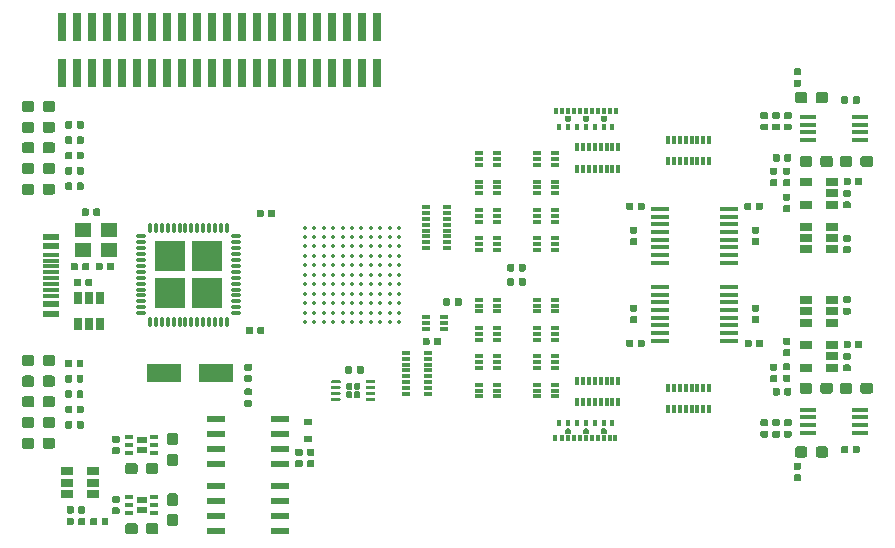
<source format=gtp>
G04 #@! TF.GenerationSoftware,KiCad,Pcbnew,(5.1.2)-1*
G04 #@! TF.CreationDate,2019-08-15T23:29:17+02:00*
G04 #@! TF.ProjectId,glasgow,676c6173-676f-4772-9e6b-696361645f70,rev?*
G04 #@! TF.SameCoordinates,Original*
G04 #@! TF.FileFunction,Paste,Top*
G04 #@! TF.FilePolarity,Positive*
%FSLAX46Y46*%
G04 Gerber Fmt 4.6, Leading zero omitted, Abs format (unit mm)*
G04 Created by KiCad (PCBNEW (5.1.2)-1) date 2019-08-15 23:29:17*
%MOMM*%
%LPD*%
G04 APERTURE LIST*
%ADD10R,1.450000X0.600000*%
%ADD11R,1.450000X0.300000*%
%ADD12R,3.000000X1.600000*%
%ADD13R,1.060000X0.650000*%
%ADD14R,0.650000X0.350000*%
%ADD15R,0.820000X0.630000*%
%ADD16C,0.100000*%
%ADD17C,0.950000*%
%ADD18R,1.400000X1.200000*%
%ADD19C,0.590000*%
%ADD20R,0.700000X0.350000*%
%ADD21R,0.700000X0.600000*%
%ADD22C,0.300000*%
%ADD23R,0.300000X0.500000*%
%ADD24R,0.450000X0.500000*%
%ADD25C,0.350000*%
%ADD26R,0.800000X0.300000*%
%ADD27C,0.250000*%
%ADD28C,0.520000*%
%ADD29R,1.500000X0.450000*%
%ADD30R,0.300000X0.800000*%
%ADD31R,1.450000X0.450000*%
%ADD32R,0.740000X2.400000*%
%ADD33R,2.600000X2.600000*%
%ADD34O,0.280000X1.000000*%
%ADD35O,1.000000X0.280000*%
%ADD36R,0.650000X1.060000*%
%ADD37R,1.550000X0.600000*%
G04 APERTURE END LIST*
D10*
X58205000Y-98790000D03*
X58205000Y-97990000D03*
X58205000Y-93090000D03*
X58205000Y-92290000D03*
X58205000Y-92290000D03*
X58205000Y-93090000D03*
X58205000Y-97990000D03*
X58205000Y-98790000D03*
D11*
X58205000Y-93790000D03*
X58205000Y-94290000D03*
X58205000Y-94790000D03*
X58205000Y-95790000D03*
X58205000Y-96290000D03*
X58205000Y-96790000D03*
X58205000Y-97290000D03*
X58205000Y-95290000D03*
D12*
X67800000Y-103850000D03*
X72200000Y-103850000D03*
D13*
X122100000Y-89550000D03*
X122100000Y-87650000D03*
X124300000Y-87650000D03*
X124300000Y-88600000D03*
X124300000Y-89550000D03*
D14*
X66950000Y-110550000D03*
X66950000Y-109900000D03*
X66950000Y-109250000D03*
X64850000Y-109250000D03*
X64850000Y-109900000D03*
X64850000Y-110550000D03*
D15*
X65900000Y-110300000D03*
X65900000Y-109500000D03*
D14*
X66950000Y-115650000D03*
X66950000Y-115000000D03*
X66950000Y-114350000D03*
X64850000Y-114350000D03*
X64850000Y-115000000D03*
X64850000Y-115650000D03*
D15*
X65900000Y-115400000D03*
X65900000Y-114600000D03*
D16*
G36*
X65335779Y-111426144D02*
G01*
X65358834Y-111429563D01*
X65381443Y-111435227D01*
X65403387Y-111443079D01*
X65424457Y-111453044D01*
X65444448Y-111465026D01*
X65463168Y-111478910D01*
X65480438Y-111494562D01*
X65496090Y-111511832D01*
X65509974Y-111530552D01*
X65521956Y-111550543D01*
X65531921Y-111571613D01*
X65539773Y-111593557D01*
X65545437Y-111616166D01*
X65548856Y-111639221D01*
X65550000Y-111662500D01*
X65550000Y-112137500D01*
X65548856Y-112160779D01*
X65545437Y-112183834D01*
X65539773Y-112206443D01*
X65531921Y-112228387D01*
X65521956Y-112249457D01*
X65509974Y-112269448D01*
X65496090Y-112288168D01*
X65480438Y-112305438D01*
X65463168Y-112321090D01*
X65444448Y-112334974D01*
X65424457Y-112346956D01*
X65403387Y-112356921D01*
X65381443Y-112364773D01*
X65358834Y-112370437D01*
X65335779Y-112373856D01*
X65312500Y-112375000D01*
X64737500Y-112375000D01*
X64714221Y-112373856D01*
X64691166Y-112370437D01*
X64668557Y-112364773D01*
X64646613Y-112356921D01*
X64625543Y-112346956D01*
X64605552Y-112334974D01*
X64586832Y-112321090D01*
X64569562Y-112305438D01*
X64553910Y-112288168D01*
X64540026Y-112269448D01*
X64528044Y-112249457D01*
X64518079Y-112228387D01*
X64510227Y-112206443D01*
X64504563Y-112183834D01*
X64501144Y-112160779D01*
X64500000Y-112137500D01*
X64500000Y-111662500D01*
X64501144Y-111639221D01*
X64504563Y-111616166D01*
X64510227Y-111593557D01*
X64518079Y-111571613D01*
X64528044Y-111550543D01*
X64540026Y-111530552D01*
X64553910Y-111511832D01*
X64569562Y-111494562D01*
X64586832Y-111478910D01*
X64605552Y-111465026D01*
X64625543Y-111453044D01*
X64646613Y-111443079D01*
X64668557Y-111435227D01*
X64691166Y-111429563D01*
X64714221Y-111426144D01*
X64737500Y-111425000D01*
X65312500Y-111425000D01*
X65335779Y-111426144D01*
X65335779Y-111426144D01*
G37*
D17*
X65025000Y-111900000D03*
D16*
G36*
X67085779Y-111426144D02*
G01*
X67108834Y-111429563D01*
X67131443Y-111435227D01*
X67153387Y-111443079D01*
X67174457Y-111453044D01*
X67194448Y-111465026D01*
X67213168Y-111478910D01*
X67230438Y-111494562D01*
X67246090Y-111511832D01*
X67259974Y-111530552D01*
X67271956Y-111550543D01*
X67281921Y-111571613D01*
X67289773Y-111593557D01*
X67295437Y-111616166D01*
X67298856Y-111639221D01*
X67300000Y-111662500D01*
X67300000Y-112137500D01*
X67298856Y-112160779D01*
X67295437Y-112183834D01*
X67289773Y-112206443D01*
X67281921Y-112228387D01*
X67271956Y-112249457D01*
X67259974Y-112269448D01*
X67246090Y-112288168D01*
X67230438Y-112305438D01*
X67213168Y-112321090D01*
X67194448Y-112334974D01*
X67174457Y-112346956D01*
X67153387Y-112356921D01*
X67131443Y-112364773D01*
X67108834Y-112370437D01*
X67085779Y-112373856D01*
X67062500Y-112375000D01*
X66487500Y-112375000D01*
X66464221Y-112373856D01*
X66441166Y-112370437D01*
X66418557Y-112364773D01*
X66396613Y-112356921D01*
X66375543Y-112346956D01*
X66355552Y-112334974D01*
X66336832Y-112321090D01*
X66319562Y-112305438D01*
X66303910Y-112288168D01*
X66290026Y-112269448D01*
X66278044Y-112249457D01*
X66268079Y-112228387D01*
X66260227Y-112206443D01*
X66254563Y-112183834D01*
X66251144Y-112160779D01*
X66250000Y-112137500D01*
X66250000Y-111662500D01*
X66251144Y-111639221D01*
X66254563Y-111616166D01*
X66260227Y-111593557D01*
X66268079Y-111571613D01*
X66278044Y-111550543D01*
X66290026Y-111530552D01*
X66303910Y-111511832D01*
X66319562Y-111494562D01*
X66336832Y-111478910D01*
X66355552Y-111465026D01*
X66375543Y-111453044D01*
X66396613Y-111443079D01*
X66418557Y-111435227D01*
X66441166Y-111429563D01*
X66464221Y-111426144D01*
X66487500Y-111425000D01*
X67062500Y-111425000D01*
X67085779Y-111426144D01*
X67085779Y-111426144D01*
G37*
D17*
X66775000Y-111900000D03*
D18*
X60960000Y-91700000D03*
X63160000Y-91700000D03*
X63160000Y-93400000D03*
X60960000Y-93400000D03*
D16*
G36*
X58335779Y-109276144D02*
G01*
X58358834Y-109279563D01*
X58381443Y-109285227D01*
X58403387Y-109293079D01*
X58424457Y-109303044D01*
X58444448Y-109315026D01*
X58463168Y-109328910D01*
X58480438Y-109344562D01*
X58496090Y-109361832D01*
X58509974Y-109380552D01*
X58521956Y-109400543D01*
X58531921Y-109421613D01*
X58539773Y-109443557D01*
X58545437Y-109466166D01*
X58548856Y-109489221D01*
X58550000Y-109512500D01*
X58550000Y-109987500D01*
X58548856Y-110010779D01*
X58545437Y-110033834D01*
X58539773Y-110056443D01*
X58531921Y-110078387D01*
X58521956Y-110099457D01*
X58509974Y-110119448D01*
X58496090Y-110138168D01*
X58480438Y-110155438D01*
X58463168Y-110171090D01*
X58444448Y-110184974D01*
X58424457Y-110196956D01*
X58403387Y-110206921D01*
X58381443Y-110214773D01*
X58358834Y-110220437D01*
X58335779Y-110223856D01*
X58312500Y-110225000D01*
X57737500Y-110225000D01*
X57714221Y-110223856D01*
X57691166Y-110220437D01*
X57668557Y-110214773D01*
X57646613Y-110206921D01*
X57625543Y-110196956D01*
X57605552Y-110184974D01*
X57586832Y-110171090D01*
X57569562Y-110155438D01*
X57553910Y-110138168D01*
X57540026Y-110119448D01*
X57528044Y-110099457D01*
X57518079Y-110078387D01*
X57510227Y-110056443D01*
X57504563Y-110033834D01*
X57501144Y-110010779D01*
X57500000Y-109987500D01*
X57500000Y-109512500D01*
X57501144Y-109489221D01*
X57504563Y-109466166D01*
X57510227Y-109443557D01*
X57518079Y-109421613D01*
X57528044Y-109400543D01*
X57540026Y-109380552D01*
X57553910Y-109361832D01*
X57569562Y-109344562D01*
X57586832Y-109328910D01*
X57605552Y-109315026D01*
X57625543Y-109303044D01*
X57646613Y-109293079D01*
X57668557Y-109285227D01*
X57691166Y-109279563D01*
X57714221Y-109276144D01*
X57737500Y-109275000D01*
X58312500Y-109275000D01*
X58335779Y-109276144D01*
X58335779Y-109276144D01*
G37*
D17*
X58025000Y-109750000D03*
D16*
G36*
X56585779Y-109276144D02*
G01*
X56608834Y-109279563D01*
X56631443Y-109285227D01*
X56653387Y-109293079D01*
X56674457Y-109303044D01*
X56694448Y-109315026D01*
X56713168Y-109328910D01*
X56730438Y-109344562D01*
X56746090Y-109361832D01*
X56759974Y-109380552D01*
X56771956Y-109400543D01*
X56781921Y-109421613D01*
X56789773Y-109443557D01*
X56795437Y-109466166D01*
X56798856Y-109489221D01*
X56800000Y-109512500D01*
X56800000Y-109987500D01*
X56798856Y-110010779D01*
X56795437Y-110033834D01*
X56789773Y-110056443D01*
X56781921Y-110078387D01*
X56771956Y-110099457D01*
X56759974Y-110119448D01*
X56746090Y-110138168D01*
X56730438Y-110155438D01*
X56713168Y-110171090D01*
X56694448Y-110184974D01*
X56674457Y-110196956D01*
X56653387Y-110206921D01*
X56631443Y-110214773D01*
X56608834Y-110220437D01*
X56585779Y-110223856D01*
X56562500Y-110225000D01*
X55987500Y-110225000D01*
X55964221Y-110223856D01*
X55941166Y-110220437D01*
X55918557Y-110214773D01*
X55896613Y-110206921D01*
X55875543Y-110196956D01*
X55855552Y-110184974D01*
X55836832Y-110171090D01*
X55819562Y-110155438D01*
X55803910Y-110138168D01*
X55790026Y-110119448D01*
X55778044Y-110099457D01*
X55768079Y-110078387D01*
X55760227Y-110056443D01*
X55754563Y-110033834D01*
X55751144Y-110010779D01*
X55750000Y-109987500D01*
X55750000Y-109512500D01*
X55751144Y-109489221D01*
X55754563Y-109466166D01*
X55760227Y-109443557D01*
X55768079Y-109421613D01*
X55778044Y-109400543D01*
X55790026Y-109380552D01*
X55803910Y-109361832D01*
X55819562Y-109344562D01*
X55836832Y-109328910D01*
X55855552Y-109315026D01*
X55875543Y-109303044D01*
X55896613Y-109293079D01*
X55918557Y-109285227D01*
X55941166Y-109279563D01*
X55964221Y-109276144D01*
X55987500Y-109275000D01*
X56562500Y-109275000D01*
X56585779Y-109276144D01*
X56585779Y-109276144D01*
G37*
D17*
X56275000Y-109750000D03*
D16*
G36*
X58335779Y-107526144D02*
G01*
X58358834Y-107529563D01*
X58381443Y-107535227D01*
X58403387Y-107543079D01*
X58424457Y-107553044D01*
X58444448Y-107565026D01*
X58463168Y-107578910D01*
X58480438Y-107594562D01*
X58496090Y-107611832D01*
X58509974Y-107630552D01*
X58521956Y-107650543D01*
X58531921Y-107671613D01*
X58539773Y-107693557D01*
X58545437Y-107716166D01*
X58548856Y-107739221D01*
X58550000Y-107762500D01*
X58550000Y-108237500D01*
X58548856Y-108260779D01*
X58545437Y-108283834D01*
X58539773Y-108306443D01*
X58531921Y-108328387D01*
X58521956Y-108349457D01*
X58509974Y-108369448D01*
X58496090Y-108388168D01*
X58480438Y-108405438D01*
X58463168Y-108421090D01*
X58444448Y-108434974D01*
X58424457Y-108446956D01*
X58403387Y-108456921D01*
X58381443Y-108464773D01*
X58358834Y-108470437D01*
X58335779Y-108473856D01*
X58312500Y-108475000D01*
X57737500Y-108475000D01*
X57714221Y-108473856D01*
X57691166Y-108470437D01*
X57668557Y-108464773D01*
X57646613Y-108456921D01*
X57625543Y-108446956D01*
X57605552Y-108434974D01*
X57586832Y-108421090D01*
X57569562Y-108405438D01*
X57553910Y-108388168D01*
X57540026Y-108369448D01*
X57528044Y-108349457D01*
X57518079Y-108328387D01*
X57510227Y-108306443D01*
X57504563Y-108283834D01*
X57501144Y-108260779D01*
X57500000Y-108237500D01*
X57500000Y-107762500D01*
X57501144Y-107739221D01*
X57504563Y-107716166D01*
X57510227Y-107693557D01*
X57518079Y-107671613D01*
X57528044Y-107650543D01*
X57540026Y-107630552D01*
X57553910Y-107611832D01*
X57569562Y-107594562D01*
X57586832Y-107578910D01*
X57605552Y-107565026D01*
X57625543Y-107553044D01*
X57646613Y-107543079D01*
X57668557Y-107535227D01*
X57691166Y-107529563D01*
X57714221Y-107526144D01*
X57737500Y-107525000D01*
X58312500Y-107525000D01*
X58335779Y-107526144D01*
X58335779Y-107526144D01*
G37*
D17*
X58025000Y-108000000D03*
D16*
G36*
X56585779Y-107526144D02*
G01*
X56608834Y-107529563D01*
X56631443Y-107535227D01*
X56653387Y-107543079D01*
X56674457Y-107553044D01*
X56694448Y-107565026D01*
X56713168Y-107578910D01*
X56730438Y-107594562D01*
X56746090Y-107611832D01*
X56759974Y-107630552D01*
X56771956Y-107650543D01*
X56781921Y-107671613D01*
X56789773Y-107693557D01*
X56795437Y-107716166D01*
X56798856Y-107739221D01*
X56800000Y-107762500D01*
X56800000Y-108237500D01*
X56798856Y-108260779D01*
X56795437Y-108283834D01*
X56789773Y-108306443D01*
X56781921Y-108328387D01*
X56771956Y-108349457D01*
X56759974Y-108369448D01*
X56746090Y-108388168D01*
X56730438Y-108405438D01*
X56713168Y-108421090D01*
X56694448Y-108434974D01*
X56674457Y-108446956D01*
X56653387Y-108456921D01*
X56631443Y-108464773D01*
X56608834Y-108470437D01*
X56585779Y-108473856D01*
X56562500Y-108475000D01*
X55987500Y-108475000D01*
X55964221Y-108473856D01*
X55941166Y-108470437D01*
X55918557Y-108464773D01*
X55896613Y-108456921D01*
X55875543Y-108446956D01*
X55855552Y-108434974D01*
X55836832Y-108421090D01*
X55819562Y-108405438D01*
X55803910Y-108388168D01*
X55790026Y-108369448D01*
X55778044Y-108349457D01*
X55768079Y-108328387D01*
X55760227Y-108306443D01*
X55754563Y-108283834D01*
X55751144Y-108260779D01*
X55750000Y-108237500D01*
X55750000Y-107762500D01*
X55751144Y-107739221D01*
X55754563Y-107716166D01*
X55760227Y-107693557D01*
X55768079Y-107671613D01*
X55778044Y-107650543D01*
X55790026Y-107630552D01*
X55803910Y-107611832D01*
X55819562Y-107594562D01*
X55836832Y-107578910D01*
X55855552Y-107565026D01*
X55875543Y-107553044D01*
X55896613Y-107543079D01*
X55918557Y-107535227D01*
X55941166Y-107529563D01*
X55964221Y-107526144D01*
X55987500Y-107525000D01*
X56562500Y-107525000D01*
X56585779Y-107526144D01*
X56585779Y-107526144D01*
G37*
D17*
X56275000Y-108000000D03*
D16*
G36*
X58335779Y-105776144D02*
G01*
X58358834Y-105779563D01*
X58381443Y-105785227D01*
X58403387Y-105793079D01*
X58424457Y-105803044D01*
X58444448Y-105815026D01*
X58463168Y-105828910D01*
X58480438Y-105844562D01*
X58496090Y-105861832D01*
X58509974Y-105880552D01*
X58521956Y-105900543D01*
X58531921Y-105921613D01*
X58539773Y-105943557D01*
X58545437Y-105966166D01*
X58548856Y-105989221D01*
X58550000Y-106012500D01*
X58550000Y-106487500D01*
X58548856Y-106510779D01*
X58545437Y-106533834D01*
X58539773Y-106556443D01*
X58531921Y-106578387D01*
X58521956Y-106599457D01*
X58509974Y-106619448D01*
X58496090Y-106638168D01*
X58480438Y-106655438D01*
X58463168Y-106671090D01*
X58444448Y-106684974D01*
X58424457Y-106696956D01*
X58403387Y-106706921D01*
X58381443Y-106714773D01*
X58358834Y-106720437D01*
X58335779Y-106723856D01*
X58312500Y-106725000D01*
X57737500Y-106725000D01*
X57714221Y-106723856D01*
X57691166Y-106720437D01*
X57668557Y-106714773D01*
X57646613Y-106706921D01*
X57625543Y-106696956D01*
X57605552Y-106684974D01*
X57586832Y-106671090D01*
X57569562Y-106655438D01*
X57553910Y-106638168D01*
X57540026Y-106619448D01*
X57528044Y-106599457D01*
X57518079Y-106578387D01*
X57510227Y-106556443D01*
X57504563Y-106533834D01*
X57501144Y-106510779D01*
X57500000Y-106487500D01*
X57500000Y-106012500D01*
X57501144Y-105989221D01*
X57504563Y-105966166D01*
X57510227Y-105943557D01*
X57518079Y-105921613D01*
X57528044Y-105900543D01*
X57540026Y-105880552D01*
X57553910Y-105861832D01*
X57569562Y-105844562D01*
X57586832Y-105828910D01*
X57605552Y-105815026D01*
X57625543Y-105803044D01*
X57646613Y-105793079D01*
X57668557Y-105785227D01*
X57691166Y-105779563D01*
X57714221Y-105776144D01*
X57737500Y-105775000D01*
X58312500Y-105775000D01*
X58335779Y-105776144D01*
X58335779Y-105776144D01*
G37*
D17*
X58025000Y-106250000D03*
D16*
G36*
X56585779Y-105776144D02*
G01*
X56608834Y-105779563D01*
X56631443Y-105785227D01*
X56653387Y-105793079D01*
X56674457Y-105803044D01*
X56694448Y-105815026D01*
X56713168Y-105828910D01*
X56730438Y-105844562D01*
X56746090Y-105861832D01*
X56759974Y-105880552D01*
X56771956Y-105900543D01*
X56781921Y-105921613D01*
X56789773Y-105943557D01*
X56795437Y-105966166D01*
X56798856Y-105989221D01*
X56800000Y-106012500D01*
X56800000Y-106487500D01*
X56798856Y-106510779D01*
X56795437Y-106533834D01*
X56789773Y-106556443D01*
X56781921Y-106578387D01*
X56771956Y-106599457D01*
X56759974Y-106619448D01*
X56746090Y-106638168D01*
X56730438Y-106655438D01*
X56713168Y-106671090D01*
X56694448Y-106684974D01*
X56674457Y-106696956D01*
X56653387Y-106706921D01*
X56631443Y-106714773D01*
X56608834Y-106720437D01*
X56585779Y-106723856D01*
X56562500Y-106725000D01*
X55987500Y-106725000D01*
X55964221Y-106723856D01*
X55941166Y-106720437D01*
X55918557Y-106714773D01*
X55896613Y-106706921D01*
X55875543Y-106696956D01*
X55855552Y-106684974D01*
X55836832Y-106671090D01*
X55819562Y-106655438D01*
X55803910Y-106638168D01*
X55790026Y-106619448D01*
X55778044Y-106599457D01*
X55768079Y-106578387D01*
X55760227Y-106556443D01*
X55754563Y-106533834D01*
X55751144Y-106510779D01*
X55750000Y-106487500D01*
X55750000Y-106012500D01*
X55751144Y-105989221D01*
X55754563Y-105966166D01*
X55760227Y-105943557D01*
X55768079Y-105921613D01*
X55778044Y-105900543D01*
X55790026Y-105880552D01*
X55803910Y-105861832D01*
X55819562Y-105844562D01*
X55836832Y-105828910D01*
X55855552Y-105815026D01*
X55875543Y-105803044D01*
X55896613Y-105793079D01*
X55918557Y-105785227D01*
X55941166Y-105779563D01*
X55964221Y-105776144D01*
X55987500Y-105775000D01*
X56562500Y-105775000D01*
X56585779Y-105776144D01*
X56585779Y-105776144D01*
G37*
D17*
X56275000Y-106250000D03*
D16*
G36*
X58335779Y-104026144D02*
G01*
X58358834Y-104029563D01*
X58381443Y-104035227D01*
X58403387Y-104043079D01*
X58424457Y-104053044D01*
X58444448Y-104065026D01*
X58463168Y-104078910D01*
X58480438Y-104094562D01*
X58496090Y-104111832D01*
X58509974Y-104130552D01*
X58521956Y-104150543D01*
X58531921Y-104171613D01*
X58539773Y-104193557D01*
X58545437Y-104216166D01*
X58548856Y-104239221D01*
X58550000Y-104262500D01*
X58550000Y-104737500D01*
X58548856Y-104760779D01*
X58545437Y-104783834D01*
X58539773Y-104806443D01*
X58531921Y-104828387D01*
X58521956Y-104849457D01*
X58509974Y-104869448D01*
X58496090Y-104888168D01*
X58480438Y-104905438D01*
X58463168Y-104921090D01*
X58444448Y-104934974D01*
X58424457Y-104946956D01*
X58403387Y-104956921D01*
X58381443Y-104964773D01*
X58358834Y-104970437D01*
X58335779Y-104973856D01*
X58312500Y-104975000D01*
X57737500Y-104975000D01*
X57714221Y-104973856D01*
X57691166Y-104970437D01*
X57668557Y-104964773D01*
X57646613Y-104956921D01*
X57625543Y-104946956D01*
X57605552Y-104934974D01*
X57586832Y-104921090D01*
X57569562Y-104905438D01*
X57553910Y-104888168D01*
X57540026Y-104869448D01*
X57528044Y-104849457D01*
X57518079Y-104828387D01*
X57510227Y-104806443D01*
X57504563Y-104783834D01*
X57501144Y-104760779D01*
X57500000Y-104737500D01*
X57500000Y-104262500D01*
X57501144Y-104239221D01*
X57504563Y-104216166D01*
X57510227Y-104193557D01*
X57518079Y-104171613D01*
X57528044Y-104150543D01*
X57540026Y-104130552D01*
X57553910Y-104111832D01*
X57569562Y-104094562D01*
X57586832Y-104078910D01*
X57605552Y-104065026D01*
X57625543Y-104053044D01*
X57646613Y-104043079D01*
X57668557Y-104035227D01*
X57691166Y-104029563D01*
X57714221Y-104026144D01*
X57737500Y-104025000D01*
X58312500Y-104025000D01*
X58335779Y-104026144D01*
X58335779Y-104026144D01*
G37*
D17*
X58025000Y-104500000D03*
D16*
G36*
X56585779Y-104026144D02*
G01*
X56608834Y-104029563D01*
X56631443Y-104035227D01*
X56653387Y-104043079D01*
X56674457Y-104053044D01*
X56694448Y-104065026D01*
X56713168Y-104078910D01*
X56730438Y-104094562D01*
X56746090Y-104111832D01*
X56759974Y-104130552D01*
X56771956Y-104150543D01*
X56781921Y-104171613D01*
X56789773Y-104193557D01*
X56795437Y-104216166D01*
X56798856Y-104239221D01*
X56800000Y-104262500D01*
X56800000Y-104737500D01*
X56798856Y-104760779D01*
X56795437Y-104783834D01*
X56789773Y-104806443D01*
X56781921Y-104828387D01*
X56771956Y-104849457D01*
X56759974Y-104869448D01*
X56746090Y-104888168D01*
X56730438Y-104905438D01*
X56713168Y-104921090D01*
X56694448Y-104934974D01*
X56674457Y-104946956D01*
X56653387Y-104956921D01*
X56631443Y-104964773D01*
X56608834Y-104970437D01*
X56585779Y-104973856D01*
X56562500Y-104975000D01*
X55987500Y-104975000D01*
X55964221Y-104973856D01*
X55941166Y-104970437D01*
X55918557Y-104964773D01*
X55896613Y-104956921D01*
X55875543Y-104946956D01*
X55855552Y-104934974D01*
X55836832Y-104921090D01*
X55819562Y-104905438D01*
X55803910Y-104888168D01*
X55790026Y-104869448D01*
X55778044Y-104849457D01*
X55768079Y-104828387D01*
X55760227Y-104806443D01*
X55754563Y-104783834D01*
X55751144Y-104760779D01*
X55750000Y-104737500D01*
X55750000Y-104262500D01*
X55751144Y-104239221D01*
X55754563Y-104216166D01*
X55760227Y-104193557D01*
X55768079Y-104171613D01*
X55778044Y-104150543D01*
X55790026Y-104130552D01*
X55803910Y-104111832D01*
X55819562Y-104094562D01*
X55836832Y-104078910D01*
X55855552Y-104065026D01*
X55875543Y-104053044D01*
X55896613Y-104043079D01*
X55918557Y-104035227D01*
X55941166Y-104029563D01*
X55964221Y-104026144D01*
X55987500Y-104025000D01*
X56562500Y-104025000D01*
X56585779Y-104026144D01*
X56585779Y-104026144D01*
G37*
D17*
X56275000Y-104500000D03*
D16*
G36*
X58335779Y-102276144D02*
G01*
X58358834Y-102279563D01*
X58381443Y-102285227D01*
X58403387Y-102293079D01*
X58424457Y-102303044D01*
X58444448Y-102315026D01*
X58463168Y-102328910D01*
X58480438Y-102344562D01*
X58496090Y-102361832D01*
X58509974Y-102380552D01*
X58521956Y-102400543D01*
X58531921Y-102421613D01*
X58539773Y-102443557D01*
X58545437Y-102466166D01*
X58548856Y-102489221D01*
X58550000Y-102512500D01*
X58550000Y-102987500D01*
X58548856Y-103010779D01*
X58545437Y-103033834D01*
X58539773Y-103056443D01*
X58531921Y-103078387D01*
X58521956Y-103099457D01*
X58509974Y-103119448D01*
X58496090Y-103138168D01*
X58480438Y-103155438D01*
X58463168Y-103171090D01*
X58444448Y-103184974D01*
X58424457Y-103196956D01*
X58403387Y-103206921D01*
X58381443Y-103214773D01*
X58358834Y-103220437D01*
X58335779Y-103223856D01*
X58312500Y-103225000D01*
X57737500Y-103225000D01*
X57714221Y-103223856D01*
X57691166Y-103220437D01*
X57668557Y-103214773D01*
X57646613Y-103206921D01*
X57625543Y-103196956D01*
X57605552Y-103184974D01*
X57586832Y-103171090D01*
X57569562Y-103155438D01*
X57553910Y-103138168D01*
X57540026Y-103119448D01*
X57528044Y-103099457D01*
X57518079Y-103078387D01*
X57510227Y-103056443D01*
X57504563Y-103033834D01*
X57501144Y-103010779D01*
X57500000Y-102987500D01*
X57500000Y-102512500D01*
X57501144Y-102489221D01*
X57504563Y-102466166D01*
X57510227Y-102443557D01*
X57518079Y-102421613D01*
X57528044Y-102400543D01*
X57540026Y-102380552D01*
X57553910Y-102361832D01*
X57569562Y-102344562D01*
X57586832Y-102328910D01*
X57605552Y-102315026D01*
X57625543Y-102303044D01*
X57646613Y-102293079D01*
X57668557Y-102285227D01*
X57691166Y-102279563D01*
X57714221Y-102276144D01*
X57737500Y-102275000D01*
X58312500Y-102275000D01*
X58335779Y-102276144D01*
X58335779Y-102276144D01*
G37*
D17*
X58025000Y-102750000D03*
D16*
G36*
X56585779Y-102276144D02*
G01*
X56608834Y-102279563D01*
X56631443Y-102285227D01*
X56653387Y-102293079D01*
X56674457Y-102303044D01*
X56694448Y-102315026D01*
X56713168Y-102328910D01*
X56730438Y-102344562D01*
X56746090Y-102361832D01*
X56759974Y-102380552D01*
X56771956Y-102400543D01*
X56781921Y-102421613D01*
X56789773Y-102443557D01*
X56795437Y-102466166D01*
X56798856Y-102489221D01*
X56800000Y-102512500D01*
X56800000Y-102987500D01*
X56798856Y-103010779D01*
X56795437Y-103033834D01*
X56789773Y-103056443D01*
X56781921Y-103078387D01*
X56771956Y-103099457D01*
X56759974Y-103119448D01*
X56746090Y-103138168D01*
X56730438Y-103155438D01*
X56713168Y-103171090D01*
X56694448Y-103184974D01*
X56674457Y-103196956D01*
X56653387Y-103206921D01*
X56631443Y-103214773D01*
X56608834Y-103220437D01*
X56585779Y-103223856D01*
X56562500Y-103225000D01*
X55987500Y-103225000D01*
X55964221Y-103223856D01*
X55941166Y-103220437D01*
X55918557Y-103214773D01*
X55896613Y-103206921D01*
X55875543Y-103196956D01*
X55855552Y-103184974D01*
X55836832Y-103171090D01*
X55819562Y-103155438D01*
X55803910Y-103138168D01*
X55790026Y-103119448D01*
X55778044Y-103099457D01*
X55768079Y-103078387D01*
X55760227Y-103056443D01*
X55754563Y-103033834D01*
X55751144Y-103010779D01*
X55750000Y-102987500D01*
X55750000Y-102512500D01*
X55751144Y-102489221D01*
X55754563Y-102466166D01*
X55760227Y-102443557D01*
X55768079Y-102421613D01*
X55778044Y-102400543D01*
X55790026Y-102380552D01*
X55803910Y-102361832D01*
X55819562Y-102344562D01*
X55836832Y-102328910D01*
X55855552Y-102315026D01*
X55875543Y-102303044D01*
X55896613Y-102293079D01*
X55918557Y-102285227D01*
X55941166Y-102279563D01*
X55964221Y-102276144D01*
X55987500Y-102275000D01*
X56562500Y-102275000D01*
X56585779Y-102276144D01*
X56585779Y-102276144D01*
G37*
D17*
X56275000Y-102750000D03*
D16*
G36*
X58335779Y-87776144D02*
G01*
X58358834Y-87779563D01*
X58381443Y-87785227D01*
X58403387Y-87793079D01*
X58424457Y-87803044D01*
X58444448Y-87815026D01*
X58463168Y-87828910D01*
X58480438Y-87844562D01*
X58496090Y-87861832D01*
X58509974Y-87880552D01*
X58521956Y-87900543D01*
X58531921Y-87921613D01*
X58539773Y-87943557D01*
X58545437Y-87966166D01*
X58548856Y-87989221D01*
X58550000Y-88012500D01*
X58550000Y-88487500D01*
X58548856Y-88510779D01*
X58545437Y-88533834D01*
X58539773Y-88556443D01*
X58531921Y-88578387D01*
X58521956Y-88599457D01*
X58509974Y-88619448D01*
X58496090Y-88638168D01*
X58480438Y-88655438D01*
X58463168Y-88671090D01*
X58444448Y-88684974D01*
X58424457Y-88696956D01*
X58403387Y-88706921D01*
X58381443Y-88714773D01*
X58358834Y-88720437D01*
X58335779Y-88723856D01*
X58312500Y-88725000D01*
X57737500Y-88725000D01*
X57714221Y-88723856D01*
X57691166Y-88720437D01*
X57668557Y-88714773D01*
X57646613Y-88706921D01*
X57625543Y-88696956D01*
X57605552Y-88684974D01*
X57586832Y-88671090D01*
X57569562Y-88655438D01*
X57553910Y-88638168D01*
X57540026Y-88619448D01*
X57528044Y-88599457D01*
X57518079Y-88578387D01*
X57510227Y-88556443D01*
X57504563Y-88533834D01*
X57501144Y-88510779D01*
X57500000Y-88487500D01*
X57500000Y-88012500D01*
X57501144Y-87989221D01*
X57504563Y-87966166D01*
X57510227Y-87943557D01*
X57518079Y-87921613D01*
X57528044Y-87900543D01*
X57540026Y-87880552D01*
X57553910Y-87861832D01*
X57569562Y-87844562D01*
X57586832Y-87828910D01*
X57605552Y-87815026D01*
X57625543Y-87803044D01*
X57646613Y-87793079D01*
X57668557Y-87785227D01*
X57691166Y-87779563D01*
X57714221Y-87776144D01*
X57737500Y-87775000D01*
X58312500Y-87775000D01*
X58335779Y-87776144D01*
X58335779Y-87776144D01*
G37*
D17*
X58025000Y-88250000D03*
D16*
G36*
X56585779Y-87776144D02*
G01*
X56608834Y-87779563D01*
X56631443Y-87785227D01*
X56653387Y-87793079D01*
X56674457Y-87803044D01*
X56694448Y-87815026D01*
X56713168Y-87828910D01*
X56730438Y-87844562D01*
X56746090Y-87861832D01*
X56759974Y-87880552D01*
X56771956Y-87900543D01*
X56781921Y-87921613D01*
X56789773Y-87943557D01*
X56795437Y-87966166D01*
X56798856Y-87989221D01*
X56800000Y-88012500D01*
X56800000Y-88487500D01*
X56798856Y-88510779D01*
X56795437Y-88533834D01*
X56789773Y-88556443D01*
X56781921Y-88578387D01*
X56771956Y-88599457D01*
X56759974Y-88619448D01*
X56746090Y-88638168D01*
X56730438Y-88655438D01*
X56713168Y-88671090D01*
X56694448Y-88684974D01*
X56674457Y-88696956D01*
X56653387Y-88706921D01*
X56631443Y-88714773D01*
X56608834Y-88720437D01*
X56585779Y-88723856D01*
X56562500Y-88725000D01*
X55987500Y-88725000D01*
X55964221Y-88723856D01*
X55941166Y-88720437D01*
X55918557Y-88714773D01*
X55896613Y-88706921D01*
X55875543Y-88696956D01*
X55855552Y-88684974D01*
X55836832Y-88671090D01*
X55819562Y-88655438D01*
X55803910Y-88638168D01*
X55790026Y-88619448D01*
X55778044Y-88599457D01*
X55768079Y-88578387D01*
X55760227Y-88556443D01*
X55754563Y-88533834D01*
X55751144Y-88510779D01*
X55750000Y-88487500D01*
X55750000Y-88012500D01*
X55751144Y-87989221D01*
X55754563Y-87966166D01*
X55760227Y-87943557D01*
X55768079Y-87921613D01*
X55778044Y-87900543D01*
X55790026Y-87880552D01*
X55803910Y-87861832D01*
X55819562Y-87844562D01*
X55836832Y-87828910D01*
X55855552Y-87815026D01*
X55875543Y-87803044D01*
X55896613Y-87793079D01*
X55918557Y-87785227D01*
X55941166Y-87779563D01*
X55964221Y-87776144D01*
X55987500Y-87775000D01*
X56562500Y-87775000D01*
X56585779Y-87776144D01*
X56585779Y-87776144D01*
G37*
D17*
X56275000Y-88250000D03*
D16*
G36*
X58335779Y-86026144D02*
G01*
X58358834Y-86029563D01*
X58381443Y-86035227D01*
X58403387Y-86043079D01*
X58424457Y-86053044D01*
X58444448Y-86065026D01*
X58463168Y-86078910D01*
X58480438Y-86094562D01*
X58496090Y-86111832D01*
X58509974Y-86130552D01*
X58521956Y-86150543D01*
X58531921Y-86171613D01*
X58539773Y-86193557D01*
X58545437Y-86216166D01*
X58548856Y-86239221D01*
X58550000Y-86262500D01*
X58550000Y-86737500D01*
X58548856Y-86760779D01*
X58545437Y-86783834D01*
X58539773Y-86806443D01*
X58531921Y-86828387D01*
X58521956Y-86849457D01*
X58509974Y-86869448D01*
X58496090Y-86888168D01*
X58480438Y-86905438D01*
X58463168Y-86921090D01*
X58444448Y-86934974D01*
X58424457Y-86946956D01*
X58403387Y-86956921D01*
X58381443Y-86964773D01*
X58358834Y-86970437D01*
X58335779Y-86973856D01*
X58312500Y-86975000D01*
X57737500Y-86975000D01*
X57714221Y-86973856D01*
X57691166Y-86970437D01*
X57668557Y-86964773D01*
X57646613Y-86956921D01*
X57625543Y-86946956D01*
X57605552Y-86934974D01*
X57586832Y-86921090D01*
X57569562Y-86905438D01*
X57553910Y-86888168D01*
X57540026Y-86869448D01*
X57528044Y-86849457D01*
X57518079Y-86828387D01*
X57510227Y-86806443D01*
X57504563Y-86783834D01*
X57501144Y-86760779D01*
X57500000Y-86737500D01*
X57500000Y-86262500D01*
X57501144Y-86239221D01*
X57504563Y-86216166D01*
X57510227Y-86193557D01*
X57518079Y-86171613D01*
X57528044Y-86150543D01*
X57540026Y-86130552D01*
X57553910Y-86111832D01*
X57569562Y-86094562D01*
X57586832Y-86078910D01*
X57605552Y-86065026D01*
X57625543Y-86053044D01*
X57646613Y-86043079D01*
X57668557Y-86035227D01*
X57691166Y-86029563D01*
X57714221Y-86026144D01*
X57737500Y-86025000D01*
X58312500Y-86025000D01*
X58335779Y-86026144D01*
X58335779Y-86026144D01*
G37*
D17*
X58025000Y-86500000D03*
D16*
G36*
X56585779Y-86026144D02*
G01*
X56608834Y-86029563D01*
X56631443Y-86035227D01*
X56653387Y-86043079D01*
X56674457Y-86053044D01*
X56694448Y-86065026D01*
X56713168Y-86078910D01*
X56730438Y-86094562D01*
X56746090Y-86111832D01*
X56759974Y-86130552D01*
X56771956Y-86150543D01*
X56781921Y-86171613D01*
X56789773Y-86193557D01*
X56795437Y-86216166D01*
X56798856Y-86239221D01*
X56800000Y-86262500D01*
X56800000Y-86737500D01*
X56798856Y-86760779D01*
X56795437Y-86783834D01*
X56789773Y-86806443D01*
X56781921Y-86828387D01*
X56771956Y-86849457D01*
X56759974Y-86869448D01*
X56746090Y-86888168D01*
X56730438Y-86905438D01*
X56713168Y-86921090D01*
X56694448Y-86934974D01*
X56674457Y-86946956D01*
X56653387Y-86956921D01*
X56631443Y-86964773D01*
X56608834Y-86970437D01*
X56585779Y-86973856D01*
X56562500Y-86975000D01*
X55987500Y-86975000D01*
X55964221Y-86973856D01*
X55941166Y-86970437D01*
X55918557Y-86964773D01*
X55896613Y-86956921D01*
X55875543Y-86946956D01*
X55855552Y-86934974D01*
X55836832Y-86921090D01*
X55819562Y-86905438D01*
X55803910Y-86888168D01*
X55790026Y-86869448D01*
X55778044Y-86849457D01*
X55768079Y-86828387D01*
X55760227Y-86806443D01*
X55754563Y-86783834D01*
X55751144Y-86760779D01*
X55750000Y-86737500D01*
X55750000Y-86262500D01*
X55751144Y-86239221D01*
X55754563Y-86216166D01*
X55760227Y-86193557D01*
X55768079Y-86171613D01*
X55778044Y-86150543D01*
X55790026Y-86130552D01*
X55803910Y-86111832D01*
X55819562Y-86094562D01*
X55836832Y-86078910D01*
X55855552Y-86065026D01*
X55875543Y-86053044D01*
X55896613Y-86043079D01*
X55918557Y-86035227D01*
X55941166Y-86029563D01*
X55964221Y-86026144D01*
X55987500Y-86025000D01*
X56562500Y-86025000D01*
X56585779Y-86026144D01*
X56585779Y-86026144D01*
G37*
D17*
X56275000Y-86500000D03*
D16*
G36*
X58335779Y-84276144D02*
G01*
X58358834Y-84279563D01*
X58381443Y-84285227D01*
X58403387Y-84293079D01*
X58424457Y-84303044D01*
X58444448Y-84315026D01*
X58463168Y-84328910D01*
X58480438Y-84344562D01*
X58496090Y-84361832D01*
X58509974Y-84380552D01*
X58521956Y-84400543D01*
X58531921Y-84421613D01*
X58539773Y-84443557D01*
X58545437Y-84466166D01*
X58548856Y-84489221D01*
X58550000Y-84512500D01*
X58550000Y-84987500D01*
X58548856Y-85010779D01*
X58545437Y-85033834D01*
X58539773Y-85056443D01*
X58531921Y-85078387D01*
X58521956Y-85099457D01*
X58509974Y-85119448D01*
X58496090Y-85138168D01*
X58480438Y-85155438D01*
X58463168Y-85171090D01*
X58444448Y-85184974D01*
X58424457Y-85196956D01*
X58403387Y-85206921D01*
X58381443Y-85214773D01*
X58358834Y-85220437D01*
X58335779Y-85223856D01*
X58312500Y-85225000D01*
X57737500Y-85225000D01*
X57714221Y-85223856D01*
X57691166Y-85220437D01*
X57668557Y-85214773D01*
X57646613Y-85206921D01*
X57625543Y-85196956D01*
X57605552Y-85184974D01*
X57586832Y-85171090D01*
X57569562Y-85155438D01*
X57553910Y-85138168D01*
X57540026Y-85119448D01*
X57528044Y-85099457D01*
X57518079Y-85078387D01*
X57510227Y-85056443D01*
X57504563Y-85033834D01*
X57501144Y-85010779D01*
X57500000Y-84987500D01*
X57500000Y-84512500D01*
X57501144Y-84489221D01*
X57504563Y-84466166D01*
X57510227Y-84443557D01*
X57518079Y-84421613D01*
X57528044Y-84400543D01*
X57540026Y-84380552D01*
X57553910Y-84361832D01*
X57569562Y-84344562D01*
X57586832Y-84328910D01*
X57605552Y-84315026D01*
X57625543Y-84303044D01*
X57646613Y-84293079D01*
X57668557Y-84285227D01*
X57691166Y-84279563D01*
X57714221Y-84276144D01*
X57737500Y-84275000D01*
X58312500Y-84275000D01*
X58335779Y-84276144D01*
X58335779Y-84276144D01*
G37*
D17*
X58025000Y-84750000D03*
D16*
G36*
X56585779Y-84276144D02*
G01*
X56608834Y-84279563D01*
X56631443Y-84285227D01*
X56653387Y-84293079D01*
X56674457Y-84303044D01*
X56694448Y-84315026D01*
X56713168Y-84328910D01*
X56730438Y-84344562D01*
X56746090Y-84361832D01*
X56759974Y-84380552D01*
X56771956Y-84400543D01*
X56781921Y-84421613D01*
X56789773Y-84443557D01*
X56795437Y-84466166D01*
X56798856Y-84489221D01*
X56800000Y-84512500D01*
X56800000Y-84987500D01*
X56798856Y-85010779D01*
X56795437Y-85033834D01*
X56789773Y-85056443D01*
X56781921Y-85078387D01*
X56771956Y-85099457D01*
X56759974Y-85119448D01*
X56746090Y-85138168D01*
X56730438Y-85155438D01*
X56713168Y-85171090D01*
X56694448Y-85184974D01*
X56674457Y-85196956D01*
X56653387Y-85206921D01*
X56631443Y-85214773D01*
X56608834Y-85220437D01*
X56585779Y-85223856D01*
X56562500Y-85225000D01*
X55987500Y-85225000D01*
X55964221Y-85223856D01*
X55941166Y-85220437D01*
X55918557Y-85214773D01*
X55896613Y-85206921D01*
X55875543Y-85196956D01*
X55855552Y-85184974D01*
X55836832Y-85171090D01*
X55819562Y-85155438D01*
X55803910Y-85138168D01*
X55790026Y-85119448D01*
X55778044Y-85099457D01*
X55768079Y-85078387D01*
X55760227Y-85056443D01*
X55754563Y-85033834D01*
X55751144Y-85010779D01*
X55750000Y-84987500D01*
X55750000Y-84512500D01*
X55751144Y-84489221D01*
X55754563Y-84466166D01*
X55760227Y-84443557D01*
X55768079Y-84421613D01*
X55778044Y-84400543D01*
X55790026Y-84380552D01*
X55803910Y-84361832D01*
X55819562Y-84344562D01*
X55836832Y-84328910D01*
X55855552Y-84315026D01*
X55875543Y-84303044D01*
X55896613Y-84293079D01*
X55918557Y-84285227D01*
X55941166Y-84279563D01*
X55964221Y-84276144D01*
X55987500Y-84275000D01*
X56562500Y-84275000D01*
X56585779Y-84276144D01*
X56585779Y-84276144D01*
G37*
D17*
X56275000Y-84750000D03*
D16*
G36*
X58335779Y-82526144D02*
G01*
X58358834Y-82529563D01*
X58381443Y-82535227D01*
X58403387Y-82543079D01*
X58424457Y-82553044D01*
X58444448Y-82565026D01*
X58463168Y-82578910D01*
X58480438Y-82594562D01*
X58496090Y-82611832D01*
X58509974Y-82630552D01*
X58521956Y-82650543D01*
X58531921Y-82671613D01*
X58539773Y-82693557D01*
X58545437Y-82716166D01*
X58548856Y-82739221D01*
X58550000Y-82762500D01*
X58550000Y-83237500D01*
X58548856Y-83260779D01*
X58545437Y-83283834D01*
X58539773Y-83306443D01*
X58531921Y-83328387D01*
X58521956Y-83349457D01*
X58509974Y-83369448D01*
X58496090Y-83388168D01*
X58480438Y-83405438D01*
X58463168Y-83421090D01*
X58444448Y-83434974D01*
X58424457Y-83446956D01*
X58403387Y-83456921D01*
X58381443Y-83464773D01*
X58358834Y-83470437D01*
X58335779Y-83473856D01*
X58312500Y-83475000D01*
X57737500Y-83475000D01*
X57714221Y-83473856D01*
X57691166Y-83470437D01*
X57668557Y-83464773D01*
X57646613Y-83456921D01*
X57625543Y-83446956D01*
X57605552Y-83434974D01*
X57586832Y-83421090D01*
X57569562Y-83405438D01*
X57553910Y-83388168D01*
X57540026Y-83369448D01*
X57528044Y-83349457D01*
X57518079Y-83328387D01*
X57510227Y-83306443D01*
X57504563Y-83283834D01*
X57501144Y-83260779D01*
X57500000Y-83237500D01*
X57500000Y-82762500D01*
X57501144Y-82739221D01*
X57504563Y-82716166D01*
X57510227Y-82693557D01*
X57518079Y-82671613D01*
X57528044Y-82650543D01*
X57540026Y-82630552D01*
X57553910Y-82611832D01*
X57569562Y-82594562D01*
X57586832Y-82578910D01*
X57605552Y-82565026D01*
X57625543Y-82553044D01*
X57646613Y-82543079D01*
X57668557Y-82535227D01*
X57691166Y-82529563D01*
X57714221Y-82526144D01*
X57737500Y-82525000D01*
X58312500Y-82525000D01*
X58335779Y-82526144D01*
X58335779Y-82526144D01*
G37*
D17*
X58025000Y-83000000D03*
D16*
G36*
X56585779Y-82526144D02*
G01*
X56608834Y-82529563D01*
X56631443Y-82535227D01*
X56653387Y-82543079D01*
X56674457Y-82553044D01*
X56694448Y-82565026D01*
X56713168Y-82578910D01*
X56730438Y-82594562D01*
X56746090Y-82611832D01*
X56759974Y-82630552D01*
X56771956Y-82650543D01*
X56781921Y-82671613D01*
X56789773Y-82693557D01*
X56795437Y-82716166D01*
X56798856Y-82739221D01*
X56800000Y-82762500D01*
X56800000Y-83237500D01*
X56798856Y-83260779D01*
X56795437Y-83283834D01*
X56789773Y-83306443D01*
X56781921Y-83328387D01*
X56771956Y-83349457D01*
X56759974Y-83369448D01*
X56746090Y-83388168D01*
X56730438Y-83405438D01*
X56713168Y-83421090D01*
X56694448Y-83434974D01*
X56674457Y-83446956D01*
X56653387Y-83456921D01*
X56631443Y-83464773D01*
X56608834Y-83470437D01*
X56585779Y-83473856D01*
X56562500Y-83475000D01*
X55987500Y-83475000D01*
X55964221Y-83473856D01*
X55941166Y-83470437D01*
X55918557Y-83464773D01*
X55896613Y-83456921D01*
X55875543Y-83446956D01*
X55855552Y-83434974D01*
X55836832Y-83421090D01*
X55819562Y-83405438D01*
X55803910Y-83388168D01*
X55790026Y-83369448D01*
X55778044Y-83349457D01*
X55768079Y-83328387D01*
X55760227Y-83306443D01*
X55754563Y-83283834D01*
X55751144Y-83260779D01*
X55750000Y-83237500D01*
X55750000Y-82762500D01*
X55751144Y-82739221D01*
X55754563Y-82716166D01*
X55760227Y-82693557D01*
X55768079Y-82671613D01*
X55778044Y-82650543D01*
X55790026Y-82630552D01*
X55803910Y-82611832D01*
X55819562Y-82594562D01*
X55836832Y-82578910D01*
X55855552Y-82565026D01*
X55875543Y-82553044D01*
X55896613Y-82543079D01*
X55918557Y-82535227D01*
X55941166Y-82529563D01*
X55964221Y-82526144D01*
X55987500Y-82525000D01*
X56562500Y-82525000D01*
X56585779Y-82526144D01*
X56585779Y-82526144D01*
G37*
D17*
X56275000Y-83000000D03*
D16*
G36*
X58335779Y-80776144D02*
G01*
X58358834Y-80779563D01*
X58381443Y-80785227D01*
X58403387Y-80793079D01*
X58424457Y-80803044D01*
X58444448Y-80815026D01*
X58463168Y-80828910D01*
X58480438Y-80844562D01*
X58496090Y-80861832D01*
X58509974Y-80880552D01*
X58521956Y-80900543D01*
X58531921Y-80921613D01*
X58539773Y-80943557D01*
X58545437Y-80966166D01*
X58548856Y-80989221D01*
X58550000Y-81012500D01*
X58550000Y-81487500D01*
X58548856Y-81510779D01*
X58545437Y-81533834D01*
X58539773Y-81556443D01*
X58531921Y-81578387D01*
X58521956Y-81599457D01*
X58509974Y-81619448D01*
X58496090Y-81638168D01*
X58480438Y-81655438D01*
X58463168Y-81671090D01*
X58444448Y-81684974D01*
X58424457Y-81696956D01*
X58403387Y-81706921D01*
X58381443Y-81714773D01*
X58358834Y-81720437D01*
X58335779Y-81723856D01*
X58312500Y-81725000D01*
X57737500Y-81725000D01*
X57714221Y-81723856D01*
X57691166Y-81720437D01*
X57668557Y-81714773D01*
X57646613Y-81706921D01*
X57625543Y-81696956D01*
X57605552Y-81684974D01*
X57586832Y-81671090D01*
X57569562Y-81655438D01*
X57553910Y-81638168D01*
X57540026Y-81619448D01*
X57528044Y-81599457D01*
X57518079Y-81578387D01*
X57510227Y-81556443D01*
X57504563Y-81533834D01*
X57501144Y-81510779D01*
X57500000Y-81487500D01*
X57500000Y-81012500D01*
X57501144Y-80989221D01*
X57504563Y-80966166D01*
X57510227Y-80943557D01*
X57518079Y-80921613D01*
X57528044Y-80900543D01*
X57540026Y-80880552D01*
X57553910Y-80861832D01*
X57569562Y-80844562D01*
X57586832Y-80828910D01*
X57605552Y-80815026D01*
X57625543Y-80803044D01*
X57646613Y-80793079D01*
X57668557Y-80785227D01*
X57691166Y-80779563D01*
X57714221Y-80776144D01*
X57737500Y-80775000D01*
X58312500Y-80775000D01*
X58335779Y-80776144D01*
X58335779Y-80776144D01*
G37*
D17*
X58025000Y-81250000D03*
D16*
G36*
X56585779Y-80776144D02*
G01*
X56608834Y-80779563D01*
X56631443Y-80785227D01*
X56653387Y-80793079D01*
X56674457Y-80803044D01*
X56694448Y-80815026D01*
X56713168Y-80828910D01*
X56730438Y-80844562D01*
X56746090Y-80861832D01*
X56759974Y-80880552D01*
X56771956Y-80900543D01*
X56781921Y-80921613D01*
X56789773Y-80943557D01*
X56795437Y-80966166D01*
X56798856Y-80989221D01*
X56800000Y-81012500D01*
X56800000Y-81487500D01*
X56798856Y-81510779D01*
X56795437Y-81533834D01*
X56789773Y-81556443D01*
X56781921Y-81578387D01*
X56771956Y-81599457D01*
X56759974Y-81619448D01*
X56746090Y-81638168D01*
X56730438Y-81655438D01*
X56713168Y-81671090D01*
X56694448Y-81684974D01*
X56674457Y-81696956D01*
X56653387Y-81706921D01*
X56631443Y-81714773D01*
X56608834Y-81720437D01*
X56585779Y-81723856D01*
X56562500Y-81725000D01*
X55987500Y-81725000D01*
X55964221Y-81723856D01*
X55941166Y-81720437D01*
X55918557Y-81714773D01*
X55896613Y-81706921D01*
X55875543Y-81696956D01*
X55855552Y-81684974D01*
X55836832Y-81671090D01*
X55819562Y-81655438D01*
X55803910Y-81638168D01*
X55790026Y-81619448D01*
X55778044Y-81599457D01*
X55768079Y-81578387D01*
X55760227Y-81556443D01*
X55754563Y-81533834D01*
X55751144Y-81510779D01*
X55750000Y-81487500D01*
X55750000Y-81012500D01*
X55751144Y-80989221D01*
X55754563Y-80966166D01*
X55760227Y-80943557D01*
X55768079Y-80921613D01*
X55778044Y-80900543D01*
X55790026Y-80880552D01*
X55803910Y-80861832D01*
X55819562Y-80844562D01*
X55836832Y-80828910D01*
X55855552Y-80815026D01*
X55875543Y-80803044D01*
X55896613Y-80793079D01*
X55918557Y-80785227D01*
X55941166Y-80779563D01*
X55964221Y-80776144D01*
X55987500Y-80775000D01*
X56562500Y-80775000D01*
X56585779Y-80776144D01*
X56585779Y-80776144D01*
G37*
D17*
X56275000Y-81250000D03*
D16*
G36*
X121586958Y-78990710D02*
G01*
X121601276Y-78992834D01*
X121615317Y-78996351D01*
X121628946Y-79001228D01*
X121642031Y-79007417D01*
X121654447Y-79014858D01*
X121666073Y-79023481D01*
X121676798Y-79033202D01*
X121686519Y-79043927D01*
X121695142Y-79055553D01*
X121702583Y-79067969D01*
X121708772Y-79081054D01*
X121713649Y-79094683D01*
X121717166Y-79108724D01*
X121719290Y-79123042D01*
X121720000Y-79137500D01*
X121720000Y-79432500D01*
X121719290Y-79446958D01*
X121717166Y-79461276D01*
X121713649Y-79475317D01*
X121708772Y-79488946D01*
X121702583Y-79502031D01*
X121695142Y-79514447D01*
X121686519Y-79526073D01*
X121676798Y-79536798D01*
X121666073Y-79546519D01*
X121654447Y-79555142D01*
X121642031Y-79562583D01*
X121628946Y-79568772D01*
X121615317Y-79573649D01*
X121601276Y-79577166D01*
X121586958Y-79579290D01*
X121572500Y-79580000D01*
X121227500Y-79580000D01*
X121213042Y-79579290D01*
X121198724Y-79577166D01*
X121184683Y-79573649D01*
X121171054Y-79568772D01*
X121157969Y-79562583D01*
X121145553Y-79555142D01*
X121133927Y-79546519D01*
X121123202Y-79536798D01*
X121113481Y-79526073D01*
X121104858Y-79514447D01*
X121097417Y-79502031D01*
X121091228Y-79488946D01*
X121086351Y-79475317D01*
X121082834Y-79461276D01*
X121080710Y-79446958D01*
X121080000Y-79432500D01*
X121080000Y-79137500D01*
X121080710Y-79123042D01*
X121082834Y-79108724D01*
X121086351Y-79094683D01*
X121091228Y-79081054D01*
X121097417Y-79067969D01*
X121104858Y-79055553D01*
X121113481Y-79043927D01*
X121123202Y-79033202D01*
X121133927Y-79023481D01*
X121145553Y-79014858D01*
X121157969Y-79007417D01*
X121171054Y-79001228D01*
X121184683Y-78996351D01*
X121198724Y-78992834D01*
X121213042Y-78990710D01*
X121227500Y-78990000D01*
X121572500Y-78990000D01*
X121586958Y-78990710D01*
X121586958Y-78990710D01*
G37*
D19*
X121400000Y-79285000D03*
D16*
G36*
X121586958Y-78020710D02*
G01*
X121601276Y-78022834D01*
X121615317Y-78026351D01*
X121628946Y-78031228D01*
X121642031Y-78037417D01*
X121654447Y-78044858D01*
X121666073Y-78053481D01*
X121676798Y-78063202D01*
X121686519Y-78073927D01*
X121695142Y-78085553D01*
X121702583Y-78097969D01*
X121708772Y-78111054D01*
X121713649Y-78124683D01*
X121717166Y-78138724D01*
X121719290Y-78153042D01*
X121720000Y-78167500D01*
X121720000Y-78462500D01*
X121719290Y-78476958D01*
X121717166Y-78491276D01*
X121713649Y-78505317D01*
X121708772Y-78518946D01*
X121702583Y-78532031D01*
X121695142Y-78544447D01*
X121686519Y-78556073D01*
X121676798Y-78566798D01*
X121666073Y-78576519D01*
X121654447Y-78585142D01*
X121642031Y-78592583D01*
X121628946Y-78598772D01*
X121615317Y-78603649D01*
X121601276Y-78607166D01*
X121586958Y-78609290D01*
X121572500Y-78610000D01*
X121227500Y-78610000D01*
X121213042Y-78609290D01*
X121198724Y-78607166D01*
X121184683Y-78603649D01*
X121171054Y-78598772D01*
X121157969Y-78592583D01*
X121145553Y-78585142D01*
X121133927Y-78576519D01*
X121123202Y-78566798D01*
X121113481Y-78556073D01*
X121104858Y-78544447D01*
X121097417Y-78532031D01*
X121091228Y-78518946D01*
X121086351Y-78505317D01*
X121082834Y-78491276D01*
X121080710Y-78476958D01*
X121080000Y-78462500D01*
X121080000Y-78167500D01*
X121080710Y-78153042D01*
X121082834Y-78138724D01*
X121086351Y-78124683D01*
X121091228Y-78111054D01*
X121097417Y-78097969D01*
X121104858Y-78085553D01*
X121113481Y-78073927D01*
X121123202Y-78063202D01*
X121133927Y-78053481D01*
X121145553Y-78044858D01*
X121157969Y-78037417D01*
X121171054Y-78031228D01*
X121184683Y-78026351D01*
X121198724Y-78022834D01*
X121213042Y-78020710D01*
X121227500Y-78020000D01*
X121572500Y-78020000D01*
X121586958Y-78020710D01*
X121586958Y-78020710D01*
G37*
D19*
X121400000Y-78315000D03*
D16*
G36*
X121586958Y-111420710D02*
G01*
X121601276Y-111422834D01*
X121615317Y-111426351D01*
X121628946Y-111431228D01*
X121642031Y-111437417D01*
X121654447Y-111444858D01*
X121666073Y-111453481D01*
X121676798Y-111463202D01*
X121686519Y-111473927D01*
X121695142Y-111485553D01*
X121702583Y-111497969D01*
X121708772Y-111511054D01*
X121713649Y-111524683D01*
X121717166Y-111538724D01*
X121719290Y-111553042D01*
X121720000Y-111567500D01*
X121720000Y-111862500D01*
X121719290Y-111876958D01*
X121717166Y-111891276D01*
X121713649Y-111905317D01*
X121708772Y-111918946D01*
X121702583Y-111932031D01*
X121695142Y-111944447D01*
X121686519Y-111956073D01*
X121676798Y-111966798D01*
X121666073Y-111976519D01*
X121654447Y-111985142D01*
X121642031Y-111992583D01*
X121628946Y-111998772D01*
X121615317Y-112003649D01*
X121601276Y-112007166D01*
X121586958Y-112009290D01*
X121572500Y-112010000D01*
X121227500Y-112010000D01*
X121213042Y-112009290D01*
X121198724Y-112007166D01*
X121184683Y-112003649D01*
X121171054Y-111998772D01*
X121157969Y-111992583D01*
X121145553Y-111985142D01*
X121133927Y-111976519D01*
X121123202Y-111966798D01*
X121113481Y-111956073D01*
X121104858Y-111944447D01*
X121097417Y-111932031D01*
X121091228Y-111918946D01*
X121086351Y-111905317D01*
X121082834Y-111891276D01*
X121080710Y-111876958D01*
X121080000Y-111862500D01*
X121080000Y-111567500D01*
X121080710Y-111553042D01*
X121082834Y-111538724D01*
X121086351Y-111524683D01*
X121091228Y-111511054D01*
X121097417Y-111497969D01*
X121104858Y-111485553D01*
X121113481Y-111473927D01*
X121123202Y-111463202D01*
X121133927Y-111453481D01*
X121145553Y-111444858D01*
X121157969Y-111437417D01*
X121171054Y-111431228D01*
X121184683Y-111426351D01*
X121198724Y-111422834D01*
X121213042Y-111420710D01*
X121227500Y-111420000D01*
X121572500Y-111420000D01*
X121586958Y-111420710D01*
X121586958Y-111420710D01*
G37*
D19*
X121400000Y-111715000D03*
D16*
G36*
X121586958Y-112390710D02*
G01*
X121601276Y-112392834D01*
X121615317Y-112396351D01*
X121628946Y-112401228D01*
X121642031Y-112407417D01*
X121654447Y-112414858D01*
X121666073Y-112423481D01*
X121676798Y-112433202D01*
X121686519Y-112443927D01*
X121695142Y-112455553D01*
X121702583Y-112467969D01*
X121708772Y-112481054D01*
X121713649Y-112494683D01*
X121717166Y-112508724D01*
X121719290Y-112523042D01*
X121720000Y-112537500D01*
X121720000Y-112832500D01*
X121719290Y-112846958D01*
X121717166Y-112861276D01*
X121713649Y-112875317D01*
X121708772Y-112888946D01*
X121702583Y-112902031D01*
X121695142Y-112914447D01*
X121686519Y-112926073D01*
X121676798Y-112936798D01*
X121666073Y-112946519D01*
X121654447Y-112955142D01*
X121642031Y-112962583D01*
X121628946Y-112968772D01*
X121615317Y-112973649D01*
X121601276Y-112977166D01*
X121586958Y-112979290D01*
X121572500Y-112980000D01*
X121227500Y-112980000D01*
X121213042Y-112979290D01*
X121198724Y-112977166D01*
X121184683Y-112973649D01*
X121171054Y-112968772D01*
X121157969Y-112962583D01*
X121145553Y-112955142D01*
X121133927Y-112946519D01*
X121123202Y-112936798D01*
X121113481Y-112926073D01*
X121104858Y-112914447D01*
X121097417Y-112902031D01*
X121091228Y-112888946D01*
X121086351Y-112875317D01*
X121082834Y-112861276D01*
X121080710Y-112846958D01*
X121080000Y-112832500D01*
X121080000Y-112537500D01*
X121080710Y-112523042D01*
X121082834Y-112508724D01*
X121086351Y-112494683D01*
X121091228Y-112481054D01*
X121097417Y-112467969D01*
X121104858Y-112455553D01*
X121113481Y-112443927D01*
X121123202Y-112433202D01*
X121133927Y-112423481D01*
X121145553Y-112414858D01*
X121157969Y-112407417D01*
X121171054Y-112401228D01*
X121184683Y-112396351D01*
X121198724Y-112392834D01*
X121213042Y-112390710D01*
X121227500Y-112390000D01*
X121572500Y-112390000D01*
X121586958Y-112390710D01*
X121586958Y-112390710D01*
G37*
D19*
X121400000Y-112685000D03*
D16*
G36*
X122035779Y-80026144D02*
G01*
X122058834Y-80029563D01*
X122081443Y-80035227D01*
X122103387Y-80043079D01*
X122124457Y-80053044D01*
X122144448Y-80065026D01*
X122163168Y-80078910D01*
X122180438Y-80094562D01*
X122196090Y-80111832D01*
X122209974Y-80130552D01*
X122221956Y-80150543D01*
X122231921Y-80171613D01*
X122239773Y-80193557D01*
X122245437Y-80216166D01*
X122248856Y-80239221D01*
X122250000Y-80262500D01*
X122250000Y-80737500D01*
X122248856Y-80760779D01*
X122245437Y-80783834D01*
X122239773Y-80806443D01*
X122231921Y-80828387D01*
X122221956Y-80849457D01*
X122209974Y-80869448D01*
X122196090Y-80888168D01*
X122180438Y-80905438D01*
X122163168Y-80921090D01*
X122144448Y-80934974D01*
X122124457Y-80946956D01*
X122103387Y-80956921D01*
X122081443Y-80964773D01*
X122058834Y-80970437D01*
X122035779Y-80973856D01*
X122012500Y-80975000D01*
X121437500Y-80975000D01*
X121414221Y-80973856D01*
X121391166Y-80970437D01*
X121368557Y-80964773D01*
X121346613Y-80956921D01*
X121325543Y-80946956D01*
X121305552Y-80934974D01*
X121286832Y-80921090D01*
X121269562Y-80905438D01*
X121253910Y-80888168D01*
X121240026Y-80869448D01*
X121228044Y-80849457D01*
X121218079Y-80828387D01*
X121210227Y-80806443D01*
X121204563Y-80783834D01*
X121201144Y-80760779D01*
X121200000Y-80737500D01*
X121200000Y-80262500D01*
X121201144Y-80239221D01*
X121204563Y-80216166D01*
X121210227Y-80193557D01*
X121218079Y-80171613D01*
X121228044Y-80150543D01*
X121240026Y-80130552D01*
X121253910Y-80111832D01*
X121269562Y-80094562D01*
X121286832Y-80078910D01*
X121305552Y-80065026D01*
X121325543Y-80053044D01*
X121346613Y-80043079D01*
X121368557Y-80035227D01*
X121391166Y-80029563D01*
X121414221Y-80026144D01*
X121437500Y-80025000D01*
X122012500Y-80025000D01*
X122035779Y-80026144D01*
X122035779Y-80026144D01*
G37*
D17*
X121725000Y-80500000D03*
D16*
G36*
X123785779Y-80026144D02*
G01*
X123808834Y-80029563D01*
X123831443Y-80035227D01*
X123853387Y-80043079D01*
X123874457Y-80053044D01*
X123894448Y-80065026D01*
X123913168Y-80078910D01*
X123930438Y-80094562D01*
X123946090Y-80111832D01*
X123959974Y-80130552D01*
X123971956Y-80150543D01*
X123981921Y-80171613D01*
X123989773Y-80193557D01*
X123995437Y-80216166D01*
X123998856Y-80239221D01*
X124000000Y-80262500D01*
X124000000Y-80737500D01*
X123998856Y-80760779D01*
X123995437Y-80783834D01*
X123989773Y-80806443D01*
X123981921Y-80828387D01*
X123971956Y-80849457D01*
X123959974Y-80869448D01*
X123946090Y-80888168D01*
X123930438Y-80905438D01*
X123913168Y-80921090D01*
X123894448Y-80934974D01*
X123874457Y-80946956D01*
X123853387Y-80956921D01*
X123831443Y-80964773D01*
X123808834Y-80970437D01*
X123785779Y-80973856D01*
X123762500Y-80975000D01*
X123187500Y-80975000D01*
X123164221Y-80973856D01*
X123141166Y-80970437D01*
X123118557Y-80964773D01*
X123096613Y-80956921D01*
X123075543Y-80946956D01*
X123055552Y-80934974D01*
X123036832Y-80921090D01*
X123019562Y-80905438D01*
X123003910Y-80888168D01*
X122990026Y-80869448D01*
X122978044Y-80849457D01*
X122968079Y-80828387D01*
X122960227Y-80806443D01*
X122954563Y-80783834D01*
X122951144Y-80760779D01*
X122950000Y-80737500D01*
X122950000Y-80262500D01*
X122951144Y-80239221D01*
X122954563Y-80216166D01*
X122960227Y-80193557D01*
X122968079Y-80171613D01*
X122978044Y-80150543D01*
X122990026Y-80130552D01*
X123003910Y-80111832D01*
X123019562Y-80094562D01*
X123036832Y-80078910D01*
X123055552Y-80065026D01*
X123075543Y-80053044D01*
X123096613Y-80043079D01*
X123118557Y-80035227D01*
X123141166Y-80029563D01*
X123164221Y-80026144D01*
X123187500Y-80025000D01*
X123762500Y-80025000D01*
X123785779Y-80026144D01*
X123785779Y-80026144D01*
G37*
D17*
X123475000Y-80500000D03*
D16*
G36*
X122035779Y-110026144D02*
G01*
X122058834Y-110029563D01*
X122081443Y-110035227D01*
X122103387Y-110043079D01*
X122124457Y-110053044D01*
X122144448Y-110065026D01*
X122163168Y-110078910D01*
X122180438Y-110094562D01*
X122196090Y-110111832D01*
X122209974Y-110130552D01*
X122221956Y-110150543D01*
X122231921Y-110171613D01*
X122239773Y-110193557D01*
X122245437Y-110216166D01*
X122248856Y-110239221D01*
X122250000Y-110262500D01*
X122250000Y-110737500D01*
X122248856Y-110760779D01*
X122245437Y-110783834D01*
X122239773Y-110806443D01*
X122231921Y-110828387D01*
X122221956Y-110849457D01*
X122209974Y-110869448D01*
X122196090Y-110888168D01*
X122180438Y-110905438D01*
X122163168Y-110921090D01*
X122144448Y-110934974D01*
X122124457Y-110946956D01*
X122103387Y-110956921D01*
X122081443Y-110964773D01*
X122058834Y-110970437D01*
X122035779Y-110973856D01*
X122012500Y-110975000D01*
X121437500Y-110975000D01*
X121414221Y-110973856D01*
X121391166Y-110970437D01*
X121368557Y-110964773D01*
X121346613Y-110956921D01*
X121325543Y-110946956D01*
X121305552Y-110934974D01*
X121286832Y-110921090D01*
X121269562Y-110905438D01*
X121253910Y-110888168D01*
X121240026Y-110869448D01*
X121228044Y-110849457D01*
X121218079Y-110828387D01*
X121210227Y-110806443D01*
X121204563Y-110783834D01*
X121201144Y-110760779D01*
X121200000Y-110737500D01*
X121200000Y-110262500D01*
X121201144Y-110239221D01*
X121204563Y-110216166D01*
X121210227Y-110193557D01*
X121218079Y-110171613D01*
X121228044Y-110150543D01*
X121240026Y-110130552D01*
X121253910Y-110111832D01*
X121269562Y-110094562D01*
X121286832Y-110078910D01*
X121305552Y-110065026D01*
X121325543Y-110053044D01*
X121346613Y-110043079D01*
X121368557Y-110035227D01*
X121391166Y-110029563D01*
X121414221Y-110026144D01*
X121437500Y-110025000D01*
X122012500Y-110025000D01*
X122035779Y-110026144D01*
X122035779Y-110026144D01*
G37*
D17*
X121725000Y-110500000D03*
D16*
G36*
X123785779Y-110026144D02*
G01*
X123808834Y-110029563D01*
X123831443Y-110035227D01*
X123853387Y-110043079D01*
X123874457Y-110053044D01*
X123894448Y-110065026D01*
X123913168Y-110078910D01*
X123930438Y-110094562D01*
X123946090Y-110111832D01*
X123959974Y-110130552D01*
X123971956Y-110150543D01*
X123981921Y-110171613D01*
X123989773Y-110193557D01*
X123995437Y-110216166D01*
X123998856Y-110239221D01*
X124000000Y-110262500D01*
X124000000Y-110737500D01*
X123998856Y-110760779D01*
X123995437Y-110783834D01*
X123989773Y-110806443D01*
X123981921Y-110828387D01*
X123971956Y-110849457D01*
X123959974Y-110869448D01*
X123946090Y-110888168D01*
X123930438Y-110905438D01*
X123913168Y-110921090D01*
X123894448Y-110934974D01*
X123874457Y-110946956D01*
X123853387Y-110956921D01*
X123831443Y-110964773D01*
X123808834Y-110970437D01*
X123785779Y-110973856D01*
X123762500Y-110975000D01*
X123187500Y-110975000D01*
X123164221Y-110973856D01*
X123141166Y-110970437D01*
X123118557Y-110964773D01*
X123096613Y-110956921D01*
X123075543Y-110946956D01*
X123055552Y-110934974D01*
X123036832Y-110921090D01*
X123019562Y-110905438D01*
X123003910Y-110888168D01*
X122990026Y-110869448D01*
X122978044Y-110849457D01*
X122968079Y-110828387D01*
X122960227Y-110806443D01*
X122954563Y-110783834D01*
X122951144Y-110760779D01*
X122950000Y-110737500D01*
X122950000Y-110262500D01*
X122951144Y-110239221D01*
X122954563Y-110216166D01*
X122960227Y-110193557D01*
X122968079Y-110171613D01*
X122978044Y-110150543D01*
X122990026Y-110130552D01*
X123003910Y-110111832D01*
X123019562Y-110094562D01*
X123036832Y-110078910D01*
X123055552Y-110065026D01*
X123075543Y-110053044D01*
X123096613Y-110043079D01*
X123118557Y-110035227D01*
X123141166Y-110029563D01*
X123164221Y-110026144D01*
X123187500Y-110025000D01*
X123762500Y-110025000D01*
X123785779Y-110026144D01*
X123785779Y-110026144D01*
G37*
D17*
X123475000Y-110500000D03*
D20*
X91500000Y-99600000D03*
X91500000Y-100100000D03*
X90000000Y-99600000D03*
X91500000Y-99100000D03*
X90000000Y-100100000D03*
X90000000Y-99100000D03*
D16*
G36*
X90126958Y-100830710D02*
G01*
X90141276Y-100832834D01*
X90155317Y-100836351D01*
X90168946Y-100841228D01*
X90182031Y-100847417D01*
X90194447Y-100854858D01*
X90206073Y-100863481D01*
X90216798Y-100873202D01*
X90226519Y-100883927D01*
X90235142Y-100895553D01*
X90242583Y-100907969D01*
X90248772Y-100921054D01*
X90253649Y-100934683D01*
X90257166Y-100948724D01*
X90259290Y-100963042D01*
X90260000Y-100977500D01*
X90260000Y-101322500D01*
X90259290Y-101336958D01*
X90257166Y-101351276D01*
X90253649Y-101365317D01*
X90248772Y-101378946D01*
X90242583Y-101392031D01*
X90235142Y-101404447D01*
X90226519Y-101416073D01*
X90216798Y-101426798D01*
X90206073Y-101436519D01*
X90194447Y-101445142D01*
X90182031Y-101452583D01*
X90168946Y-101458772D01*
X90155317Y-101463649D01*
X90141276Y-101467166D01*
X90126958Y-101469290D01*
X90112500Y-101470000D01*
X89817500Y-101470000D01*
X89803042Y-101469290D01*
X89788724Y-101467166D01*
X89774683Y-101463649D01*
X89761054Y-101458772D01*
X89747969Y-101452583D01*
X89735553Y-101445142D01*
X89723927Y-101436519D01*
X89713202Y-101426798D01*
X89703481Y-101416073D01*
X89694858Y-101404447D01*
X89687417Y-101392031D01*
X89681228Y-101378946D01*
X89676351Y-101365317D01*
X89672834Y-101351276D01*
X89670710Y-101336958D01*
X89670000Y-101322500D01*
X89670000Y-100977500D01*
X89670710Y-100963042D01*
X89672834Y-100948724D01*
X89676351Y-100934683D01*
X89681228Y-100921054D01*
X89687417Y-100907969D01*
X89694858Y-100895553D01*
X89703481Y-100883927D01*
X89713202Y-100873202D01*
X89723927Y-100863481D01*
X89735553Y-100854858D01*
X89747969Y-100847417D01*
X89761054Y-100841228D01*
X89774683Y-100836351D01*
X89788724Y-100832834D01*
X89803042Y-100830710D01*
X89817500Y-100830000D01*
X90112500Y-100830000D01*
X90126958Y-100830710D01*
X90126958Y-100830710D01*
G37*
D19*
X89965000Y-101150000D03*
D16*
G36*
X91096958Y-100830710D02*
G01*
X91111276Y-100832834D01*
X91125317Y-100836351D01*
X91138946Y-100841228D01*
X91152031Y-100847417D01*
X91164447Y-100854858D01*
X91176073Y-100863481D01*
X91186798Y-100873202D01*
X91196519Y-100883927D01*
X91205142Y-100895553D01*
X91212583Y-100907969D01*
X91218772Y-100921054D01*
X91223649Y-100934683D01*
X91227166Y-100948724D01*
X91229290Y-100963042D01*
X91230000Y-100977500D01*
X91230000Y-101322500D01*
X91229290Y-101336958D01*
X91227166Y-101351276D01*
X91223649Y-101365317D01*
X91218772Y-101378946D01*
X91212583Y-101392031D01*
X91205142Y-101404447D01*
X91196519Y-101416073D01*
X91186798Y-101426798D01*
X91176073Y-101436519D01*
X91164447Y-101445142D01*
X91152031Y-101452583D01*
X91138946Y-101458772D01*
X91125317Y-101463649D01*
X91111276Y-101467166D01*
X91096958Y-101469290D01*
X91082500Y-101470000D01*
X90787500Y-101470000D01*
X90773042Y-101469290D01*
X90758724Y-101467166D01*
X90744683Y-101463649D01*
X90731054Y-101458772D01*
X90717969Y-101452583D01*
X90705553Y-101445142D01*
X90693927Y-101436519D01*
X90683202Y-101426798D01*
X90673481Y-101416073D01*
X90664858Y-101404447D01*
X90657417Y-101392031D01*
X90651228Y-101378946D01*
X90646351Y-101365317D01*
X90642834Y-101351276D01*
X90640710Y-101336958D01*
X90640000Y-101322500D01*
X90640000Y-100977500D01*
X90640710Y-100963042D01*
X90642834Y-100948724D01*
X90646351Y-100934683D01*
X90651228Y-100921054D01*
X90657417Y-100907969D01*
X90664858Y-100895553D01*
X90673481Y-100883927D01*
X90683202Y-100873202D01*
X90693927Y-100863481D01*
X90705553Y-100854858D01*
X90717969Y-100847417D01*
X90731054Y-100841228D01*
X90744683Y-100836351D01*
X90758724Y-100832834D01*
X90773042Y-100830710D01*
X90787500Y-100830000D01*
X91082500Y-100830000D01*
X91096958Y-100830710D01*
X91096958Y-100830710D01*
G37*
D19*
X90935000Y-101150000D03*
D16*
G36*
X79386958Y-110220710D02*
G01*
X79401276Y-110222834D01*
X79415317Y-110226351D01*
X79428946Y-110231228D01*
X79442031Y-110237417D01*
X79454447Y-110244858D01*
X79466073Y-110253481D01*
X79476798Y-110263202D01*
X79486519Y-110273927D01*
X79495142Y-110285553D01*
X79502583Y-110297969D01*
X79508772Y-110311054D01*
X79513649Y-110324683D01*
X79517166Y-110338724D01*
X79519290Y-110353042D01*
X79520000Y-110367500D01*
X79520000Y-110662500D01*
X79519290Y-110676958D01*
X79517166Y-110691276D01*
X79513649Y-110705317D01*
X79508772Y-110718946D01*
X79502583Y-110732031D01*
X79495142Y-110744447D01*
X79486519Y-110756073D01*
X79476798Y-110766798D01*
X79466073Y-110776519D01*
X79454447Y-110785142D01*
X79442031Y-110792583D01*
X79428946Y-110798772D01*
X79415317Y-110803649D01*
X79401276Y-110807166D01*
X79386958Y-110809290D01*
X79372500Y-110810000D01*
X79027500Y-110810000D01*
X79013042Y-110809290D01*
X78998724Y-110807166D01*
X78984683Y-110803649D01*
X78971054Y-110798772D01*
X78957969Y-110792583D01*
X78945553Y-110785142D01*
X78933927Y-110776519D01*
X78923202Y-110766798D01*
X78913481Y-110756073D01*
X78904858Y-110744447D01*
X78897417Y-110732031D01*
X78891228Y-110718946D01*
X78886351Y-110705317D01*
X78882834Y-110691276D01*
X78880710Y-110676958D01*
X78880000Y-110662500D01*
X78880000Y-110367500D01*
X78880710Y-110353042D01*
X78882834Y-110338724D01*
X78886351Y-110324683D01*
X78891228Y-110311054D01*
X78897417Y-110297969D01*
X78904858Y-110285553D01*
X78913481Y-110273927D01*
X78923202Y-110263202D01*
X78933927Y-110253481D01*
X78945553Y-110244858D01*
X78957969Y-110237417D01*
X78971054Y-110231228D01*
X78984683Y-110226351D01*
X78998724Y-110222834D01*
X79013042Y-110220710D01*
X79027500Y-110220000D01*
X79372500Y-110220000D01*
X79386958Y-110220710D01*
X79386958Y-110220710D01*
G37*
D19*
X79200000Y-110515000D03*
D16*
G36*
X79386958Y-111190710D02*
G01*
X79401276Y-111192834D01*
X79415317Y-111196351D01*
X79428946Y-111201228D01*
X79442031Y-111207417D01*
X79454447Y-111214858D01*
X79466073Y-111223481D01*
X79476798Y-111233202D01*
X79486519Y-111243927D01*
X79495142Y-111255553D01*
X79502583Y-111267969D01*
X79508772Y-111281054D01*
X79513649Y-111294683D01*
X79517166Y-111308724D01*
X79519290Y-111323042D01*
X79520000Y-111337500D01*
X79520000Y-111632500D01*
X79519290Y-111646958D01*
X79517166Y-111661276D01*
X79513649Y-111675317D01*
X79508772Y-111688946D01*
X79502583Y-111702031D01*
X79495142Y-111714447D01*
X79486519Y-111726073D01*
X79476798Y-111736798D01*
X79466073Y-111746519D01*
X79454447Y-111755142D01*
X79442031Y-111762583D01*
X79428946Y-111768772D01*
X79415317Y-111773649D01*
X79401276Y-111777166D01*
X79386958Y-111779290D01*
X79372500Y-111780000D01*
X79027500Y-111780000D01*
X79013042Y-111779290D01*
X78998724Y-111777166D01*
X78984683Y-111773649D01*
X78971054Y-111768772D01*
X78957969Y-111762583D01*
X78945553Y-111755142D01*
X78933927Y-111746519D01*
X78923202Y-111736798D01*
X78913481Y-111726073D01*
X78904858Y-111714447D01*
X78897417Y-111702031D01*
X78891228Y-111688946D01*
X78886351Y-111675317D01*
X78882834Y-111661276D01*
X78880710Y-111646958D01*
X78880000Y-111632500D01*
X78880000Y-111337500D01*
X78880710Y-111323042D01*
X78882834Y-111308724D01*
X78886351Y-111294683D01*
X78891228Y-111281054D01*
X78897417Y-111267969D01*
X78904858Y-111255553D01*
X78913481Y-111243927D01*
X78923202Y-111233202D01*
X78933927Y-111223481D01*
X78945553Y-111214858D01*
X78957969Y-111207417D01*
X78971054Y-111201228D01*
X78984683Y-111196351D01*
X78998724Y-111192834D01*
X79013042Y-111190710D01*
X79027500Y-111190000D01*
X79372500Y-111190000D01*
X79386958Y-111190710D01*
X79386958Y-111190710D01*
G37*
D19*
X79200000Y-111485000D03*
D21*
X80000000Y-109400000D03*
X80000000Y-108000000D03*
D22*
X102000000Y-82300000D03*
D16*
G36*
X101750000Y-82400000D02*
G01*
X101750000Y-82050000D01*
X102250000Y-82050000D01*
X102250000Y-82400000D01*
X102100000Y-82550000D01*
X101900000Y-82550000D01*
X101750000Y-82400000D01*
X101750000Y-82400000D01*
G37*
D22*
X103500000Y-82300000D03*
D16*
G36*
X103250000Y-82400000D02*
G01*
X103250000Y-82050000D01*
X103750000Y-82050000D01*
X103750000Y-82400000D01*
X103600000Y-82550000D01*
X103400000Y-82550000D01*
X103250000Y-82400000D01*
X103250000Y-82400000D01*
G37*
D23*
X101000000Y-81650000D03*
X101500000Y-81650000D03*
X102000000Y-81650000D03*
X102500000Y-81650000D03*
X103000000Y-81650000D03*
D24*
X106075000Y-81650000D03*
D23*
X105500000Y-81650000D03*
X104500000Y-81650000D03*
X104000000Y-81650000D03*
X105000000Y-81650000D03*
X105750000Y-82950000D03*
X105000000Y-82950000D03*
X104250000Y-82950000D03*
X101250000Y-82950000D03*
X102000000Y-82950000D03*
X102750000Y-82950000D03*
X103500000Y-81650000D03*
X103500000Y-82950000D03*
D22*
X105000000Y-82300000D03*
D16*
G36*
X104750000Y-82400000D02*
G01*
X104750000Y-82050000D01*
X105250000Y-82050000D01*
X105250000Y-82400000D01*
X105100000Y-82550000D01*
X104900000Y-82550000D01*
X104750000Y-82400000D01*
X104750000Y-82400000D01*
G37*
D22*
X105000000Y-108700000D03*
D16*
G36*
X105250000Y-108600000D02*
G01*
X105250000Y-108950000D01*
X104750000Y-108950000D01*
X104750000Y-108600000D01*
X104900000Y-108450000D01*
X105100000Y-108450000D01*
X105250000Y-108600000D01*
X105250000Y-108600000D01*
G37*
D22*
X103500000Y-108700000D03*
D16*
G36*
X103750000Y-108600000D02*
G01*
X103750000Y-108950000D01*
X103250000Y-108950000D01*
X103250000Y-108600000D01*
X103400000Y-108450000D01*
X103600000Y-108450000D01*
X103750000Y-108600000D01*
X103750000Y-108600000D01*
G37*
D23*
X106000000Y-109350000D03*
X105500000Y-109350000D03*
X105000000Y-109350000D03*
X104500000Y-109350000D03*
X104000000Y-109350000D03*
D24*
X100925000Y-109350000D03*
D23*
X101500000Y-109350000D03*
X102500000Y-109350000D03*
X103000000Y-109350000D03*
X102000000Y-109350000D03*
X101250000Y-108050000D03*
X102000000Y-108050000D03*
X102750000Y-108050000D03*
X105750000Y-108050000D03*
X105000000Y-108050000D03*
X104250000Y-108050000D03*
X103500000Y-109350000D03*
X103500000Y-108050000D03*
D22*
X102000000Y-108700000D03*
D16*
G36*
X102250000Y-108600000D02*
G01*
X102250000Y-108950000D01*
X101750000Y-108950000D01*
X101750000Y-108600000D01*
X101900000Y-108450000D01*
X102100000Y-108450000D01*
X102250000Y-108600000D01*
X102250000Y-108600000D01*
G37*
G36*
X80386958Y-111190710D02*
G01*
X80401276Y-111192834D01*
X80415317Y-111196351D01*
X80428946Y-111201228D01*
X80442031Y-111207417D01*
X80454447Y-111214858D01*
X80466073Y-111223481D01*
X80476798Y-111233202D01*
X80486519Y-111243927D01*
X80495142Y-111255553D01*
X80502583Y-111267969D01*
X80508772Y-111281054D01*
X80513649Y-111294683D01*
X80517166Y-111308724D01*
X80519290Y-111323042D01*
X80520000Y-111337500D01*
X80520000Y-111632500D01*
X80519290Y-111646958D01*
X80517166Y-111661276D01*
X80513649Y-111675317D01*
X80508772Y-111688946D01*
X80502583Y-111702031D01*
X80495142Y-111714447D01*
X80486519Y-111726073D01*
X80476798Y-111736798D01*
X80466073Y-111746519D01*
X80454447Y-111755142D01*
X80442031Y-111762583D01*
X80428946Y-111768772D01*
X80415317Y-111773649D01*
X80401276Y-111777166D01*
X80386958Y-111779290D01*
X80372500Y-111780000D01*
X80027500Y-111780000D01*
X80013042Y-111779290D01*
X79998724Y-111777166D01*
X79984683Y-111773649D01*
X79971054Y-111768772D01*
X79957969Y-111762583D01*
X79945553Y-111755142D01*
X79933927Y-111746519D01*
X79923202Y-111736798D01*
X79913481Y-111726073D01*
X79904858Y-111714447D01*
X79897417Y-111702031D01*
X79891228Y-111688946D01*
X79886351Y-111675317D01*
X79882834Y-111661276D01*
X79880710Y-111646958D01*
X79880000Y-111632500D01*
X79880000Y-111337500D01*
X79880710Y-111323042D01*
X79882834Y-111308724D01*
X79886351Y-111294683D01*
X79891228Y-111281054D01*
X79897417Y-111267969D01*
X79904858Y-111255553D01*
X79913481Y-111243927D01*
X79923202Y-111233202D01*
X79933927Y-111223481D01*
X79945553Y-111214858D01*
X79957969Y-111207417D01*
X79971054Y-111201228D01*
X79984683Y-111196351D01*
X79998724Y-111192834D01*
X80013042Y-111190710D01*
X80027500Y-111190000D01*
X80372500Y-111190000D01*
X80386958Y-111190710D01*
X80386958Y-111190710D01*
G37*
D19*
X80200000Y-111485000D03*
D16*
G36*
X80386958Y-110220710D02*
G01*
X80401276Y-110222834D01*
X80415317Y-110226351D01*
X80428946Y-110231228D01*
X80442031Y-110237417D01*
X80454447Y-110244858D01*
X80466073Y-110253481D01*
X80476798Y-110263202D01*
X80486519Y-110273927D01*
X80495142Y-110285553D01*
X80502583Y-110297969D01*
X80508772Y-110311054D01*
X80513649Y-110324683D01*
X80517166Y-110338724D01*
X80519290Y-110353042D01*
X80520000Y-110367500D01*
X80520000Y-110662500D01*
X80519290Y-110676958D01*
X80517166Y-110691276D01*
X80513649Y-110705317D01*
X80508772Y-110718946D01*
X80502583Y-110732031D01*
X80495142Y-110744447D01*
X80486519Y-110756073D01*
X80476798Y-110766798D01*
X80466073Y-110776519D01*
X80454447Y-110785142D01*
X80442031Y-110792583D01*
X80428946Y-110798772D01*
X80415317Y-110803649D01*
X80401276Y-110807166D01*
X80386958Y-110809290D01*
X80372500Y-110810000D01*
X80027500Y-110810000D01*
X80013042Y-110809290D01*
X79998724Y-110807166D01*
X79984683Y-110803649D01*
X79971054Y-110798772D01*
X79957969Y-110792583D01*
X79945553Y-110785142D01*
X79933927Y-110776519D01*
X79923202Y-110766798D01*
X79913481Y-110756073D01*
X79904858Y-110744447D01*
X79897417Y-110732031D01*
X79891228Y-110718946D01*
X79886351Y-110705317D01*
X79882834Y-110691276D01*
X79880710Y-110676958D01*
X79880000Y-110662500D01*
X79880000Y-110367500D01*
X79880710Y-110353042D01*
X79882834Y-110338724D01*
X79886351Y-110324683D01*
X79891228Y-110311054D01*
X79897417Y-110297969D01*
X79904858Y-110285553D01*
X79913481Y-110273927D01*
X79923202Y-110263202D01*
X79933927Y-110253481D01*
X79945553Y-110244858D01*
X79957969Y-110237417D01*
X79971054Y-110231228D01*
X79984683Y-110226351D01*
X79998724Y-110222834D01*
X80013042Y-110220710D01*
X80027500Y-110220000D01*
X80372500Y-110220000D01*
X80386958Y-110220710D01*
X80386958Y-110220710D01*
G37*
D19*
X80200000Y-110515000D03*
D16*
G36*
X97291958Y-94580710D02*
G01*
X97306276Y-94582834D01*
X97320317Y-94586351D01*
X97333946Y-94591228D01*
X97347031Y-94597417D01*
X97359447Y-94604858D01*
X97371073Y-94613481D01*
X97381798Y-94623202D01*
X97391519Y-94633927D01*
X97400142Y-94645553D01*
X97407583Y-94657969D01*
X97413772Y-94671054D01*
X97418649Y-94684683D01*
X97422166Y-94698724D01*
X97424290Y-94713042D01*
X97425000Y-94727500D01*
X97425000Y-95072500D01*
X97424290Y-95086958D01*
X97422166Y-95101276D01*
X97418649Y-95115317D01*
X97413772Y-95128946D01*
X97407583Y-95142031D01*
X97400142Y-95154447D01*
X97391519Y-95166073D01*
X97381798Y-95176798D01*
X97371073Y-95186519D01*
X97359447Y-95195142D01*
X97347031Y-95202583D01*
X97333946Y-95208772D01*
X97320317Y-95213649D01*
X97306276Y-95217166D01*
X97291958Y-95219290D01*
X97277500Y-95220000D01*
X96982500Y-95220000D01*
X96968042Y-95219290D01*
X96953724Y-95217166D01*
X96939683Y-95213649D01*
X96926054Y-95208772D01*
X96912969Y-95202583D01*
X96900553Y-95195142D01*
X96888927Y-95186519D01*
X96878202Y-95176798D01*
X96868481Y-95166073D01*
X96859858Y-95154447D01*
X96852417Y-95142031D01*
X96846228Y-95128946D01*
X96841351Y-95115317D01*
X96837834Y-95101276D01*
X96835710Y-95086958D01*
X96835000Y-95072500D01*
X96835000Y-94727500D01*
X96835710Y-94713042D01*
X96837834Y-94698724D01*
X96841351Y-94684683D01*
X96846228Y-94671054D01*
X96852417Y-94657969D01*
X96859858Y-94645553D01*
X96868481Y-94633927D01*
X96878202Y-94623202D01*
X96888927Y-94613481D01*
X96900553Y-94604858D01*
X96912969Y-94597417D01*
X96926054Y-94591228D01*
X96939683Y-94586351D01*
X96953724Y-94582834D01*
X96968042Y-94580710D01*
X96982500Y-94580000D01*
X97277500Y-94580000D01*
X97291958Y-94580710D01*
X97291958Y-94580710D01*
G37*
D19*
X97130000Y-94900000D03*
D16*
G36*
X98261958Y-94580710D02*
G01*
X98276276Y-94582834D01*
X98290317Y-94586351D01*
X98303946Y-94591228D01*
X98317031Y-94597417D01*
X98329447Y-94604858D01*
X98341073Y-94613481D01*
X98351798Y-94623202D01*
X98361519Y-94633927D01*
X98370142Y-94645553D01*
X98377583Y-94657969D01*
X98383772Y-94671054D01*
X98388649Y-94684683D01*
X98392166Y-94698724D01*
X98394290Y-94713042D01*
X98395000Y-94727500D01*
X98395000Y-95072500D01*
X98394290Y-95086958D01*
X98392166Y-95101276D01*
X98388649Y-95115317D01*
X98383772Y-95128946D01*
X98377583Y-95142031D01*
X98370142Y-95154447D01*
X98361519Y-95166073D01*
X98351798Y-95176798D01*
X98341073Y-95186519D01*
X98329447Y-95195142D01*
X98317031Y-95202583D01*
X98303946Y-95208772D01*
X98290317Y-95213649D01*
X98276276Y-95217166D01*
X98261958Y-95219290D01*
X98247500Y-95220000D01*
X97952500Y-95220000D01*
X97938042Y-95219290D01*
X97923724Y-95217166D01*
X97909683Y-95213649D01*
X97896054Y-95208772D01*
X97882969Y-95202583D01*
X97870553Y-95195142D01*
X97858927Y-95186519D01*
X97848202Y-95176798D01*
X97838481Y-95166073D01*
X97829858Y-95154447D01*
X97822417Y-95142031D01*
X97816228Y-95128946D01*
X97811351Y-95115317D01*
X97807834Y-95101276D01*
X97805710Y-95086958D01*
X97805000Y-95072500D01*
X97805000Y-94727500D01*
X97805710Y-94713042D01*
X97807834Y-94698724D01*
X97811351Y-94684683D01*
X97816228Y-94671054D01*
X97822417Y-94657969D01*
X97829858Y-94645553D01*
X97838481Y-94633927D01*
X97848202Y-94623202D01*
X97858927Y-94613481D01*
X97870553Y-94604858D01*
X97882969Y-94597417D01*
X97896054Y-94591228D01*
X97909683Y-94586351D01*
X97923724Y-94582834D01*
X97938042Y-94580710D01*
X97952500Y-94580000D01*
X98247500Y-94580000D01*
X98261958Y-94580710D01*
X98261958Y-94580710D01*
G37*
D19*
X98100000Y-94900000D03*
D16*
G36*
X97291958Y-95780710D02*
G01*
X97306276Y-95782834D01*
X97320317Y-95786351D01*
X97333946Y-95791228D01*
X97347031Y-95797417D01*
X97359447Y-95804858D01*
X97371073Y-95813481D01*
X97381798Y-95823202D01*
X97391519Y-95833927D01*
X97400142Y-95845553D01*
X97407583Y-95857969D01*
X97413772Y-95871054D01*
X97418649Y-95884683D01*
X97422166Y-95898724D01*
X97424290Y-95913042D01*
X97425000Y-95927500D01*
X97425000Y-96272500D01*
X97424290Y-96286958D01*
X97422166Y-96301276D01*
X97418649Y-96315317D01*
X97413772Y-96328946D01*
X97407583Y-96342031D01*
X97400142Y-96354447D01*
X97391519Y-96366073D01*
X97381798Y-96376798D01*
X97371073Y-96386519D01*
X97359447Y-96395142D01*
X97347031Y-96402583D01*
X97333946Y-96408772D01*
X97320317Y-96413649D01*
X97306276Y-96417166D01*
X97291958Y-96419290D01*
X97277500Y-96420000D01*
X96982500Y-96420000D01*
X96968042Y-96419290D01*
X96953724Y-96417166D01*
X96939683Y-96413649D01*
X96926054Y-96408772D01*
X96912969Y-96402583D01*
X96900553Y-96395142D01*
X96888927Y-96386519D01*
X96878202Y-96376798D01*
X96868481Y-96366073D01*
X96859858Y-96354447D01*
X96852417Y-96342031D01*
X96846228Y-96328946D01*
X96841351Y-96315317D01*
X96837834Y-96301276D01*
X96835710Y-96286958D01*
X96835000Y-96272500D01*
X96835000Y-95927500D01*
X96835710Y-95913042D01*
X96837834Y-95898724D01*
X96841351Y-95884683D01*
X96846228Y-95871054D01*
X96852417Y-95857969D01*
X96859858Y-95845553D01*
X96868481Y-95833927D01*
X96878202Y-95823202D01*
X96888927Y-95813481D01*
X96900553Y-95804858D01*
X96912969Y-95797417D01*
X96926054Y-95791228D01*
X96939683Y-95786351D01*
X96953724Y-95782834D01*
X96968042Y-95780710D01*
X96982500Y-95780000D01*
X97277500Y-95780000D01*
X97291958Y-95780710D01*
X97291958Y-95780710D01*
G37*
D19*
X97130000Y-96100000D03*
D16*
G36*
X98261958Y-95780710D02*
G01*
X98276276Y-95782834D01*
X98290317Y-95786351D01*
X98303946Y-95791228D01*
X98317031Y-95797417D01*
X98329447Y-95804858D01*
X98341073Y-95813481D01*
X98351798Y-95823202D01*
X98361519Y-95833927D01*
X98370142Y-95845553D01*
X98377583Y-95857969D01*
X98383772Y-95871054D01*
X98388649Y-95884683D01*
X98392166Y-95898724D01*
X98394290Y-95913042D01*
X98395000Y-95927500D01*
X98395000Y-96272500D01*
X98394290Y-96286958D01*
X98392166Y-96301276D01*
X98388649Y-96315317D01*
X98383772Y-96328946D01*
X98377583Y-96342031D01*
X98370142Y-96354447D01*
X98361519Y-96366073D01*
X98351798Y-96376798D01*
X98341073Y-96386519D01*
X98329447Y-96395142D01*
X98317031Y-96402583D01*
X98303946Y-96408772D01*
X98290317Y-96413649D01*
X98276276Y-96417166D01*
X98261958Y-96419290D01*
X98247500Y-96420000D01*
X97952500Y-96420000D01*
X97938042Y-96419290D01*
X97923724Y-96417166D01*
X97909683Y-96413649D01*
X97896054Y-96408772D01*
X97882969Y-96402583D01*
X97870553Y-96395142D01*
X97858927Y-96386519D01*
X97848202Y-96376798D01*
X97838481Y-96366073D01*
X97829858Y-96354447D01*
X97822417Y-96342031D01*
X97816228Y-96328946D01*
X97811351Y-96315317D01*
X97807834Y-96301276D01*
X97805710Y-96286958D01*
X97805000Y-96272500D01*
X97805000Y-95927500D01*
X97805710Y-95913042D01*
X97807834Y-95898724D01*
X97811351Y-95884683D01*
X97816228Y-95871054D01*
X97822417Y-95857969D01*
X97829858Y-95845553D01*
X97838481Y-95833927D01*
X97848202Y-95823202D01*
X97858927Y-95813481D01*
X97870553Y-95804858D01*
X97882969Y-95797417D01*
X97896054Y-95791228D01*
X97909683Y-95786351D01*
X97923724Y-95782834D01*
X97938042Y-95780710D01*
X97952500Y-95780000D01*
X98247500Y-95780000D01*
X98261958Y-95780710D01*
X98261958Y-95780710D01*
G37*
D19*
X98100000Y-96100000D03*
D25*
X79700000Y-99500000D03*
X80500000Y-99500000D03*
X81300000Y-99500000D03*
X82100000Y-99500000D03*
X82900000Y-99500000D03*
X83700000Y-99500000D03*
X84500000Y-99500000D03*
X85300000Y-99500000D03*
X86100000Y-99500000D03*
X86900000Y-99500000D03*
X87700000Y-99500000D03*
X79700000Y-98700000D03*
X80500000Y-98700000D03*
X81300000Y-98700000D03*
X82100000Y-98700000D03*
X82900000Y-98700000D03*
X83700000Y-98700000D03*
X84500000Y-98700000D03*
X85300000Y-98700000D03*
X86100000Y-98700000D03*
X86900000Y-98700000D03*
X87700000Y-98700000D03*
X79700000Y-97900000D03*
X80500000Y-97900000D03*
X81300000Y-97900000D03*
X82100000Y-97900000D03*
X82900000Y-97900000D03*
X83700000Y-97900000D03*
X84500000Y-97900000D03*
X85300000Y-97900000D03*
X86100000Y-97900000D03*
X86900000Y-97900000D03*
X87700000Y-97900000D03*
X79700000Y-97100000D03*
X80500000Y-97100000D03*
X81300000Y-97100000D03*
X82100000Y-97100000D03*
X82900000Y-97100000D03*
X83700000Y-97100000D03*
X84500000Y-97100000D03*
X85300000Y-97100000D03*
X86100000Y-97100000D03*
X86900000Y-97100000D03*
X87700000Y-97100000D03*
X79700000Y-96300000D03*
X80500000Y-96300000D03*
X81300000Y-96300000D03*
X82100000Y-96300000D03*
X82900000Y-96300000D03*
X83700000Y-96300000D03*
X84500000Y-96300000D03*
X85300000Y-96300000D03*
X86100000Y-96300000D03*
X86900000Y-96300000D03*
X87700000Y-96300000D03*
X79700000Y-95500000D03*
X80500000Y-95500000D03*
X81300000Y-95500000D03*
X82100000Y-95500000D03*
X82900000Y-95500000D03*
X83700000Y-95500000D03*
X84500000Y-95500000D03*
X85300000Y-95500000D03*
X86100000Y-95500000D03*
X86900000Y-95500000D03*
X87700000Y-95500000D03*
X79700000Y-94700000D03*
X80500000Y-94700000D03*
X81300000Y-94700000D03*
X82100000Y-94700000D03*
X82900000Y-94700000D03*
X83700000Y-94700000D03*
X84500000Y-94700000D03*
X85300000Y-94700000D03*
X86100000Y-94700000D03*
X86900000Y-94700000D03*
X87700000Y-94700000D03*
X79700000Y-93900000D03*
X80500000Y-93900000D03*
X81300000Y-93900000D03*
X82100000Y-93900000D03*
X82900000Y-93900000D03*
X83700000Y-93900000D03*
X84500000Y-93900000D03*
X85300000Y-93900000D03*
X86100000Y-93900000D03*
X86900000Y-93900000D03*
X87700000Y-93900000D03*
X79700000Y-93100000D03*
X80500000Y-93100000D03*
X81300000Y-93100000D03*
X82100000Y-93100000D03*
X82900000Y-93100000D03*
X83700000Y-93100000D03*
X84500000Y-93100000D03*
X85300000Y-93100000D03*
X86100000Y-93100000D03*
X86900000Y-93100000D03*
X87700000Y-93100000D03*
X79700000Y-92300000D03*
X80500000Y-92300000D03*
X81300000Y-92300000D03*
X82100000Y-92300000D03*
X82900000Y-92300000D03*
X83700000Y-92300000D03*
X84500000Y-92300000D03*
X85300000Y-92300000D03*
X86100000Y-92300000D03*
X86900000Y-92300000D03*
X87700000Y-92300000D03*
X79700000Y-91500000D03*
X80500000Y-91500000D03*
X81300000Y-91500000D03*
X82100000Y-91500000D03*
X82900000Y-91500000D03*
X83700000Y-91500000D03*
X84500000Y-91500000D03*
X85300000Y-91500000D03*
X86100000Y-91500000D03*
X86900000Y-91500000D03*
X87700000Y-91500000D03*
D16*
G36*
X118361958Y-100980710D02*
G01*
X118376276Y-100982834D01*
X118390317Y-100986351D01*
X118403946Y-100991228D01*
X118417031Y-100997417D01*
X118429447Y-101004858D01*
X118441073Y-101013481D01*
X118451798Y-101023202D01*
X118461519Y-101033927D01*
X118470142Y-101045553D01*
X118477583Y-101057969D01*
X118483772Y-101071054D01*
X118488649Y-101084683D01*
X118492166Y-101098724D01*
X118494290Y-101113042D01*
X118495000Y-101127500D01*
X118495000Y-101472500D01*
X118494290Y-101486958D01*
X118492166Y-101501276D01*
X118488649Y-101515317D01*
X118483772Y-101528946D01*
X118477583Y-101542031D01*
X118470142Y-101554447D01*
X118461519Y-101566073D01*
X118451798Y-101576798D01*
X118441073Y-101586519D01*
X118429447Y-101595142D01*
X118417031Y-101602583D01*
X118403946Y-101608772D01*
X118390317Y-101613649D01*
X118376276Y-101617166D01*
X118361958Y-101619290D01*
X118347500Y-101620000D01*
X118052500Y-101620000D01*
X118038042Y-101619290D01*
X118023724Y-101617166D01*
X118009683Y-101613649D01*
X117996054Y-101608772D01*
X117982969Y-101602583D01*
X117970553Y-101595142D01*
X117958927Y-101586519D01*
X117948202Y-101576798D01*
X117938481Y-101566073D01*
X117929858Y-101554447D01*
X117922417Y-101542031D01*
X117916228Y-101528946D01*
X117911351Y-101515317D01*
X117907834Y-101501276D01*
X117905710Y-101486958D01*
X117905000Y-101472500D01*
X117905000Y-101127500D01*
X117905710Y-101113042D01*
X117907834Y-101098724D01*
X117911351Y-101084683D01*
X117916228Y-101071054D01*
X117922417Y-101057969D01*
X117929858Y-101045553D01*
X117938481Y-101033927D01*
X117948202Y-101023202D01*
X117958927Y-101013481D01*
X117970553Y-101004858D01*
X117982969Y-100997417D01*
X117996054Y-100991228D01*
X118009683Y-100986351D01*
X118023724Y-100982834D01*
X118038042Y-100980710D01*
X118052500Y-100980000D01*
X118347500Y-100980000D01*
X118361958Y-100980710D01*
X118361958Y-100980710D01*
G37*
D19*
X118200000Y-101300000D03*
D16*
G36*
X117391958Y-100980710D02*
G01*
X117406276Y-100982834D01*
X117420317Y-100986351D01*
X117433946Y-100991228D01*
X117447031Y-100997417D01*
X117459447Y-101004858D01*
X117471073Y-101013481D01*
X117481798Y-101023202D01*
X117491519Y-101033927D01*
X117500142Y-101045553D01*
X117507583Y-101057969D01*
X117513772Y-101071054D01*
X117518649Y-101084683D01*
X117522166Y-101098724D01*
X117524290Y-101113042D01*
X117525000Y-101127500D01*
X117525000Y-101472500D01*
X117524290Y-101486958D01*
X117522166Y-101501276D01*
X117518649Y-101515317D01*
X117513772Y-101528946D01*
X117507583Y-101542031D01*
X117500142Y-101554447D01*
X117491519Y-101566073D01*
X117481798Y-101576798D01*
X117471073Y-101586519D01*
X117459447Y-101595142D01*
X117447031Y-101602583D01*
X117433946Y-101608772D01*
X117420317Y-101613649D01*
X117406276Y-101617166D01*
X117391958Y-101619290D01*
X117377500Y-101620000D01*
X117082500Y-101620000D01*
X117068042Y-101619290D01*
X117053724Y-101617166D01*
X117039683Y-101613649D01*
X117026054Y-101608772D01*
X117012969Y-101602583D01*
X117000553Y-101595142D01*
X116988927Y-101586519D01*
X116978202Y-101576798D01*
X116968481Y-101566073D01*
X116959858Y-101554447D01*
X116952417Y-101542031D01*
X116946228Y-101528946D01*
X116941351Y-101515317D01*
X116937834Y-101501276D01*
X116935710Y-101486958D01*
X116935000Y-101472500D01*
X116935000Y-101127500D01*
X116935710Y-101113042D01*
X116937834Y-101098724D01*
X116941351Y-101084683D01*
X116946228Y-101071054D01*
X116952417Y-101057969D01*
X116959858Y-101045553D01*
X116968481Y-101033927D01*
X116978202Y-101023202D01*
X116988927Y-101013481D01*
X117000553Y-101004858D01*
X117012969Y-100997417D01*
X117026054Y-100991228D01*
X117039683Y-100986351D01*
X117053724Y-100982834D01*
X117068042Y-100980710D01*
X117082500Y-100980000D01*
X117377500Y-100980000D01*
X117391958Y-100980710D01*
X117391958Y-100980710D01*
G37*
D19*
X117230000Y-101300000D03*
D13*
X122100000Y-92400000D03*
X122100000Y-93350000D03*
X122100000Y-91450000D03*
X124300000Y-91450000D03*
X124300000Y-92400000D03*
X124300000Y-93350000D03*
D16*
G36*
X107736958Y-98990710D02*
G01*
X107751276Y-98992834D01*
X107765317Y-98996351D01*
X107778946Y-99001228D01*
X107792031Y-99007417D01*
X107804447Y-99014858D01*
X107816073Y-99023481D01*
X107826798Y-99033202D01*
X107836519Y-99043927D01*
X107845142Y-99055553D01*
X107852583Y-99067969D01*
X107858772Y-99081054D01*
X107863649Y-99094683D01*
X107867166Y-99108724D01*
X107869290Y-99123042D01*
X107870000Y-99137500D01*
X107870000Y-99432500D01*
X107869290Y-99446958D01*
X107867166Y-99461276D01*
X107863649Y-99475317D01*
X107858772Y-99488946D01*
X107852583Y-99502031D01*
X107845142Y-99514447D01*
X107836519Y-99526073D01*
X107826798Y-99536798D01*
X107816073Y-99546519D01*
X107804447Y-99555142D01*
X107792031Y-99562583D01*
X107778946Y-99568772D01*
X107765317Y-99573649D01*
X107751276Y-99577166D01*
X107736958Y-99579290D01*
X107722500Y-99580000D01*
X107377500Y-99580000D01*
X107363042Y-99579290D01*
X107348724Y-99577166D01*
X107334683Y-99573649D01*
X107321054Y-99568772D01*
X107307969Y-99562583D01*
X107295553Y-99555142D01*
X107283927Y-99546519D01*
X107273202Y-99536798D01*
X107263481Y-99526073D01*
X107254858Y-99514447D01*
X107247417Y-99502031D01*
X107241228Y-99488946D01*
X107236351Y-99475317D01*
X107232834Y-99461276D01*
X107230710Y-99446958D01*
X107230000Y-99432500D01*
X107230000Y-99137500D01*
X107230710Y-99123042D01*
X107232834Y-99108724D01*
X107236351Y-99094683D01*
X107241228Y-99081054D01*
X107247417Y-99067969D01*
X107254858Y-99055553D01*
X107263481Y-99043927D01*
X107273202Y-99033202D01*
X107283927Y-99023481D01*
X107295553Y-99014858D01*
X107307969Y-99007417D01*
X107321054Y-99001228D01*
X107334683Y-98996351D01*
X107348724Y-98992834D01*
X107363042Y-98990710D01*
X107377500Y-98990000D01*
X107722500Y-98990000D01*
X107736958Y-98990710D01*
X107736958Y-98990710D01*
G37*
D19*
X107550000Y-99285000D03*
D16*
G36*
X107736958Y-98020710D02*
G01*
X107751276Y-98022834D01*
X107765317Y-98026351D01*
X107778946Y-98031228D01*
X107792031Y-98037417D01*
X107804447Y-98044858D01*
X107816073Y-98053481D01*
X107826798Y-98063202D01*
X107836519Y-98073927D01*
X107845142Y-98085553D01*
X107852583Y-98097969D01*
X107858772Y-98111054D01*
X107863649Y-98124683D01*
X107867166Y-98138724D01*
X107869290Y-98153042D01*
X107870000Y-98167500D01*
X107870000Y-98462500D01*
X107869290Y-98476958D01*
X107867166Y-98491276D01*
X107863649Y-98505317D01*
X107858772Y-98518946D01*
X107852583Y-98532031D01*
X107845142Y-98544447D01*
X107836519Y-98556073D01*
X107826798Y-98566798D01*
X107816073Y-98576519D01*
X107804447Y-98585142D01*
X107792031Y-98592583D01*
X107778946Y-98598772D01*
X107765317Y-98603649D01*
X107751276Y-98607166D01*
X107736958Y-98609290D01*
X107722500Y-98610000D01*
X107377500Y-98610000D01*
X107363042Y-98609290D01*
X107348724Y-98607166D01*
X107334683Y-98603649D01*
X107321054Y-98598772D01*
X107307969Y-98592583D01*
X107295553Y-98585142D01*
X107283927Y-98576519D01*
X107273202Y-98566798D01*
X107263481Y-98556073D01*
X107254858Y-98544447D01*
X107247417Y-98532031D01*
X107241228Y-98518946D01*
X107236351Y-98505317D01*
X107232834Y-98491276D01*
X107230710Y-98476958D01*
X107230000Y-98462500D01*
X107230000Y-98167500D01*
X107230710Y-98153042D01*
X107232834Y-98138724D01*
X107236351Y-98124683D01*
X107241228Y-98111054D01*
X107247417Y-98097969D01*
X107254858Y-98085553D01*
X107263481Y-98073927D01*
X107273202Y-98063202D01*
X107283927Y-98053481D01*
X107295553Y-98044858D01*
X107307969Y-98037417D01*
X107321054Y-98031228D01*
X107334683Y-98026351D01*
X107348724Y-98022834D01*
X107363042Y-98020710D01*
X107377500Y-98020000D01*
X107722500Y-98020000D01*
X107736958Y-98020710D01*
X107736958Y-98020710D01*
G37*
D19*
X107550000Y-98315000D03*
D16*
G36*
X118036958Y-91420710D02*
G01*
X118051276Y-91422834D01*
X118065317Y-91426351D01*
X118078946Y-91431228D01*
X118092031Y-91437417D01*
X118104447Y-91444858D01*
X118116073Y-91453481D01*
X118126798Y-91463202D01*
X118136519Y-91473927D01*
X118145142Y-91485553D01*
X118152583Y-91497969D01*
X118158772Y-91511054D01*
X118163649Y-91524683D01*
X118167166Y-91538724D01*
X118169290Y-91553042D01*
X118170000Y-91567500D01*
X118170000Y-91862500D01*
X118169290Y-91876958D01*
X118167166Y-91891276D01*
X118163649Y-91905317D01*
X118158772Y-91918946D01*
X118152583Y-91932031D01*
X118145142Y-91944447D01*
X118136519Y-91956073D01*
X118126798Y-91966798D01*
X118116073Y-91976519D01*
X118104447Y-91985142D01*
X118092031Y-91992583D01*
X118078946Y-91998772D01*
X118065317Y-92003649D01*
X118051276Y-92007166D01*
X118036958Y-92009290D01*
X118022500Y-92010000D01*
X117677500Y-92010000D01*
X117663042Y-92009290D01*
X117648724Y-92007166D01*
X117634683Y-92003649D01*
X117621054Y-91998772D01*
X117607969Y-91992583D01*
X117595553Y-91985142D01*
X117583927Y-91976519D01*
X117573202Y-91966798D01*
X117563481Y-91956073D01*
X117554858Y-91944447D01*
X117547417Y-91932031D01*
X117541228Y-91918946D01*
X117536351Y-91905317D01*
X117532834Y-91891276D01*
X117530710Y-91876958D01*
X117530000Y-91862500D01*
X117530000Y-91567500D01*
X117530710Y-91553042D01*
X117532834Y-91538724D01*
X117536351Y-91524683D01*
X117541228Y-91511054D01*
X117547417Y-91497969D01*
X117554858Y-91485553D01*
X117563481Y-91473927D01*
X117573202Y-91463202D01*
X117583927Y-91453481D01*
X117595553Y-91444858D01*
X117607969Y-91437417D01*
X117621054Y-91431228D01*
X117634683Y-91426351D01*
X117648724Y-91422834D01*
X117663042Y-91420710D01*
X117677500Y-91420000D01*
X118022500Y-91420000D01*
X118036958Y-91420710D01*
X118036958Y-91420710D01*
G37*
D19*
X117850000Y-91715000D03*
D16*
G36*
X118036958Y-92390710D02*
G01*
X118051276Y-92392834D01*
X118065317Y-92396351D01*
X118078946Y-92401228D01*
X118092031Y-92407417D01*
X118104447Y-92414858D01*
X118116073Y-92423481D01*
X118126798Y-92433202D01*
X118136519Y-92443927D01*
X118145142Y-92455553D01*
X118152583Y-92467969D01*
X118158772Y-92481054D01*
X118163649Y-92494683D01*
X118167166Y-92508724D01*
X118169290Y-92523042D01*
X118170000Y-92537500D01*
X118170000Y-92832500D01*
X118169290Y-92846958D01*
X118167166Y-92861276D01*
X118163649Y-92875317D01*
X118158772Y-92888946D01*
X118152583Y-92902031D01*
X118145142Y-92914447D01*
X118136519Y-92926073D01*
X118126798Y-92936798D01*
X118116073Y-92946519D01*
X118104447Y-92955142D01*
X118092031Y-92962583D01*
X118078946Y-92968772D01*
X118065317Y-92973649D01*
X118051276Y-92977166D01*
X118036958Y-92979290D01*
X118022500Y-92980000D01*
X117677500Y-92980000D01*
X117663042Y-92979290D01*
X117648724Y-92977166D01*
X117634683Y-92973649D01*
X117621054Y-92968772D01*
X117607969Y-92962583D01*
X117595553Y-92955142D01*
X117583927Y-92946519D01*
X117573202Y-92936798D01*
X117563481Y-92926073D01*
X117554858Y-92914447D01*
X117547417Y-92902031D01*
X117541228Y-92888946D01*
X117536351Y-92875317D01*
X117532834Y-92861276D01*
X117530710Y-92846958D01*
X117530000Y-92832500D01*
X117530000Y-92537500D01*
X117530710Y-92523042D01*
X117532834Y-92508724D01*
X117536351Y-92494683D01*
X117541228Y-92481054D01*
X117547417Y-92467969D01*
X117554858Y-92455553D01*
X117563481Y-92443927D01*
X117573202Y-92433202D01*
X117583927Y-92423481D01*
X117595553Y-92414858D01*
X117607969Y-92407417D01*
X117621054Y-92401228D01*
X117634683Y-92396351D01*
X117648724Y-92392834D01*
X117663042Y-92390710D01*
X117677500Y-92390000D01*
X118022500Y-92390000D01*
X118036958Y-92390710D01*
X118036958Y-92390710D01*
G37*
D19*
X117850000Y-92685000D03*
D16*
G36*
X61306958Y-94490710D02*
G01*
X61321276Y-94492834D01*
X61335317Y-94496351D01*
X61348946Y-94501228D01*
X61362031Y-94507417D01*
X61374447Y-94514858D01*
X61386073Y-94523481D01*
X61396798Y-94533202D01*
X61406519Y-94543927D01*
X61415142Y-94555553D01*
X61422583Y-94567969D01*
X61428772Y-94581054D01*
X61433649Y-94594683D01*
X61437166Y-94608724D01*
X61439290Y-94623042D01*
X61440000Y-94637500D01*
X61440000Y-94982500D01*
X61439290Y-94996958D01*
X61437166Y-95011276D01*
X61433649Y-95025317D01*
X61428772Y-95038946D01*
X61422583Y-95052031D01*
X61415142Y-95064447D01*
X61406519Y-95076073D01*
X61396798Y-95086798D01*
X61386073Y-95096519D01*
X61374447Y-95105142D01*
X61362031Y-95112583D01*
X61348946Y-95118772D01*
X61335317Y-95123649D01*
X61321276Y-95127166D01*
X61306958Y-95129290D01*
X61292500Y-95130000D01*
X60997500Y-95130000D01*
X60983042Y-95129290D01*
X60968724Y-95127166D01*
X60954683Y-95123649D01*
X60941054Y-95118772D01*
X60927969Y-95112583D01*
X60915553Y-95105142D01*
X60903927Y-95096519D01*
X60893202Y-95086798D01*
X60883481Y-95076073D01*
X60874858Y-95064447D01*
X60867417Y-95052031D01*
X60861228Y-95038946D01*
X60856351Y-95025317D01*
X60852834Y-95011276D01*
X60850710Y-94996958D01*
X60850000Y-94982500D01*
X60850000Y-94637500D01*
X60850710Y-94623042D01*
X60852834Y-94608724D01*
X60856351Y-94594683D01*
X60861228Y-94581054D01*
X60867417Y-94567969D01*
X60874858Y-94555553D01*
X60883481Y-94543927D01*
X60893202Y-94533202D01*
X60903927Y-94523481D01*
X60915553Y-94514858D01*
X60927969Y-94507417D01*
X60941054Y-94501228D01*
X60954683Y-94496351D01*
X60968724Y-94492834D01*
X60983042Y-94490710D01*
X60997500Y-94490000D01*
X61292500Y-94490000D01*
X61306958Y-94490710D01*
X61306958Y-94490710D01*
G37*
D19*
X61145000Y-94810000D03*
D16*
G36*
X60336958Y-94490710D02*
G01*
X60351276Y-94492834D01*
X60365317Y-94496351D01*
X60378946Y-94501228D01*
X60392031Y-94507417D01*
X60404447Y-94514858D01*
X60416073Y-94523481D01*
X60426798Y-94533202D01*
X60436519Y-94543927D01*
X60445142Y-94555553D01*
X60452583Y-94567969D01*
X60458772Y-94581054D01*
X60463649Y-94594683D01*
X60467166Y-94608724D01*
X60469290Y-94623042D01*
X60470000Y-94637500D01*
X60470000Y-94982500D01*
X60469290Y-94996958D01*
X60467166Y-95011276D01*
X60463649Y-95025317D01*
X60458772Y-95038946D01*
X60452583Y-95052031D01*
X60445142Y-95064447D01*
X60436519Y-95076073D01*
X60426798Y-95086798D01*
X60416073Y-95096519D01*
X60404447Y-95105142D01*
X60392031Y-95112583D01*
X60378946Y-95118772D01*
X60365317Y-95123649D01*
X60351276Y-95127166D01*
X60336958Y-95129290D01*
X60322500Y-95130000D01*
X60027500Y-95130000D01*
X60013042Y-95129290D01*
X59998724Y-95127166D01*
X59984683Y-95123649D01*
X59971054Y-95118772D01*
X59957969Y-95112583D01*
X59945553Y-95105142D01*
X59933927Y-95096519D01*
X59923202Y-95086798D01*
X59913481Y-95076073D01*
X59904858Y-95064447D01*
X59897417Y-95052031D01*
X59891228Y-95038946D01*
X59886351Y-95025317D01*
X59882834Y-95011276D01*
X59880710Y-94996958D01*
X59880000Y-94982500D01*
X59880000Y-94637500D01*
X59880710Y-94623042D01*
X59882834Y-94608724D01*
X59886351Y-94594683D01*
X59891228Y-94581054D01*
X59897417Y-94567969D01*
X59904858Y-94555553D01*
X59913481Y-94543927D01*
X59923202Y-94533202D01*
X59933927Y-94523481D01*
X59945553Y-94514858D01*
X59957969Y-94507417D01*
X59971054Y-94501228D01*
X59984683Y-94496351D01*
X59998724Y-94492834D01*
X60013042Y-94490710D01*
X60027500Y-94490000D01*
X60322500Y-94490000D01*
X60336958Y-94490710D01*
X60336958Y-94490710D01*
G37*
D19*
X60175000Y-94810000D03*
D26*
X91750000Y-92750000D03*
X91750000Y-91750000D03*
X91750000Y-92250000D03*
X91750000Y-91250000D03*
X91750000Y-90750000D03*
X91750000Y-90250000D03*
X89950000Y-92750000D03*
X89950000Y-92250000D03*
X89950000Y-91750000D03*
X89950000Y-91250000D03*
X89950000Y-90750000D03*
X89950000Y-90250000D03*
X91750000Y-93250000D03*
X89950000Y-93250000D03*
X91750000Y-89750000D03*
X89950000Y-89750000D03*
D16*
G36*
X83576958Y-103230710D02*
G01*
X83591276Y-103232834D01*
X83605317Y-103236351D01*
X83618946Y-103241228D01*
X83632031Y-103247417D01*
X83644447Y-103254858D01*
X83656073Y-103263481D01*
X83666798Y-103273202D01*
X83676519Y-103283927D01*
X83685142Y-103295553D01*
X83692583Y-103307969D01*
X83698772Y-103321054D01*
X83703649Y-103334683D01*
X83707166Y-103348724D01*
X83709290Y-103363042D01*
X83710000Y-103377500D01*
X83710000Y-103722500D01*
X83709290Y-103736958D01*
X83707166Y-103751276D01*
X83703649Y-103765317D01*
X83698772Y-103778946D01*
X83692583Y-103792031D01*
X83685142Y-103804447D01*
X83676519Y-103816073D01*
X83666798Y-103826798D01*
X83656073Y-103836519D01*
X83644447Y-103845142D01*
X83632031Y-103852583D01*
X83618946Y-103858772D01*
X83605317Y-103863649D01*
X83591276Y-103867166D01*
X83576958Y-103869290D01*
X83562500Y-103870000D01*
X83267500Y-103870000D01*
X83253042Y-103869290D01*
X83238724Y-103867166D01*
X83224683Y-103863649D01*
X83211054Y-103858772D01*
X83197969Y-103852583D01*
X83185553Y-103845142D01*
X83173927Y-103836519D01*
X83163202Y-103826798D01*
X83153481Y-103816073D01*
X83144858Y-103804447D01*
X83137417Y-103792031D01*
X83131228Y-103778946D01*
X83126351Y-103765317D01*
X83122834Y-103751276D01*
X83120710Y-103736958D01*
X83120000Y-103722500D01*
X83120000Y-103377500D01*
X83120710Y-103363042D01*
X83122834Y-103348724D01*
X83126351Y-103334683D01*
X83131228Y-103321054D01*
X83137417Y-103307969D01*
X83144858Y-103295553D01*
X83153481Y-103283927D01*
X83163202Y-103273202D01*
X83173927Y-103263481D01*
X83185553Y-103254858D01*
X83197969Y-103247417D01*
X83211054Y-103241228D01*
X83224683Y-103236351D01*
X83238724Y-103232834D01*
X83253042Y-103230710D01*
X83267500Y-103230000D01*
X83562500Y-103230000D01*
X83576958Y-103230710D01*
X83576958Y-103230710D01*
G37*
D19*
X83415000Y-103550000D03*
D16*
G36*
X84546958Y-103230710D02*
G01*
X84561276Y-103232834D01*
X84575317Y-103236351D01*
X84588946Y-103241228D01*
X84602031Y-103247417D01*
X84614447Y-103254858D01*
X84626073Y-103263481D01*
X84636798Y-103273202D01*
X84646519Y-103283927D01*
X84655142Y-103295553D01*
X84662583Y-103307969D01*
X84668772Y-103321054D01*
X84673649Y-103334683D01*
X84677166Y-103348724D01*
X84679290Y-103363042D01*
X84680000Y-103377500D01*
X84680000Y-103722500D01*
X84679290Y-103736958D01*
X84677166Y-103751276D01*
X84673649Y-103765317D01*
X84668772Y-103778946D01*
X84662583Y-103792031D01*
X84655142Y-103804447D01*
X84646519Y-103816073D01*
X84636798Y-103826798D01*
X84626073Y-103836519D01*
X84614447Y-103845142D01*
X84602031Y-103852583D01*
X84588946Y-103858772D01*
X84575317Y-103863649D01*
X84561276Y-103867166D01*
X84546958Y-103869290D01*
X84532500Y-103870000D01*
X84237500Y-103870000D01*
X84223042Y-103869290D01*
X84208724Y-103867166D01*
X84194683Y-103863649D01*
X84181054Y-103858772D01*
X84167969Y-103852583D01*
X84155553Y-103845142D01*
X84143927Y-103836519D01*
X84133202Y-103826798D01*
X84123481Y-103816073D01*
X84114858Y-103804447D01*
X84107417Y-103792031D01*
X84101228Y-103778946D01*
X84096351Y-103765317D01*
X84092834Y-103751276D01*
X84090710Y-103736958D01*
X84090000Y-103722500D01*
X84090000Y-103377500D01*
X84090710Y-103363042D01*
X84092834Y-103348724D01*
X84096351Y-103334683D01*
X84101228Y-103321054D01*
X84107417Y-103307969D01*
X84114858Y-103295553D01*
X84123481Y-103283927D01*
X84133202Y-103273202D01*
X84143927Y-103263481D01*
X84155553Y-103254858D01*
X84167969Y-103247417D01*
X84181054Y-103241228D01*
X84194683Y-103236351D01*
X84208724Y-103232834D01*
X84223042Y-103230710D01*
X84237500Y-103230000D01*
X84532500Y-103230000D01*
X84546958Y-103230710D01*
X84546958Y-103230710D01*
G37*
D19*
X84385000Y-103550000D03*
D16*
G36*
X85593626Y-104425301D02*
G01*
X85599693Y-104426201D01*
X85605643Y-104427691D01*
X85611418Y-104429758D01*
X85616962Y-104432380D01*
X85622223Y-104435533D01*
X85627150Y-104439187D01*
X85631694Y-104443306D01*
X85635813Y-104447850D01*
X85639467Y-104452777D01*
X85642620Y-104458038D01*
X85645242Y-104463582D01*
X85647309Y-104469357D01*
X85648799Y-104475307D01*
X85649699Y-104481374D01*
X85650000Y-104487500D01*
X85650000Y-104612500D01*
X85649699Y-104618626D01*
X85648799Y-104624693D01*
X85647309Y-104630643D01*
X85645242Y-104636418D01*
X85642620Y-104641962D01*
X85639467Y-104647223D01*
X85635813Y-104652150D01*
X85631694Y-104656694D01*
X85627150Y-104660813D01*
X85622223Y-104664467D01*
X85616962Y-104667620D01*
X85611418Y-104670242D01*
X85605643Y-104672309D01*
X85599693Y-104673799D01*
X85593626Y-104674699D01*
X85587500Y-104675000D01*
X84937500Y-104675000D01*
X84931374Y-104674699D01*
X84925307Y-104673799D01*
X84919357Y-104672309D01*
X84913582Y-104670242D01*
X84908038Y-104667620D01*
X84902777Y-104664467D01*
X84897850Y-104660813D01*
X84893306Y-104656694D01*
X84889187Y-104652150D01*
X84885533Y-104647223D01*
X84882380Y-104641962D01*
X84879758Y-104636418D01*
X84877691Y-104630643D01*
X84876201Y-104624693D01*
X84875301Y-104618626D01*
X84875000Y-104612500D01*
X84875000Y-104487500D01*
X84875301Y-104481374D01*
X84876201Y-104475307D01*
X84877691Y-104469357D01*
X84879758Y-104463582D01*
X84882380Y-104458038D01*
X84885533Y-104452777D01*
X84889187Y-104447850D01*
X84893306Y-104443306D01*
X84897850Y-104439187D01*
X84902777Y-104435533D01*
X84908038Y-104432380D01*
X84913582Y-104429758D01*
X84919357Y-104427691D01*
X84925307Y-104426201D01*
X84931374Y-104425301D01*
X84937500Y-104425000D01*
X85587500Y-104425000D01*
X85593626Y-104425301D01*
X85593626Y-104425301D01*
G37*
D27*
X85262500Y-104550000D03*
D16*
G36*
X85593626Y-104925301D02*
G01*
X85599693Y-104926201D01*
X85605643Y-104927691D01*
X85611418Y-104929758D01*
X85616962Y-104932380D01*
X85622223Y-104935533D01*
X85627150Y-104939187D01*
X85631694Y-104943306D01*
X85635813Y-104947850D01*
X85639467Y-104952777D01*
X85642620Y-104958038D01*
X85645242Y-104963582D01*
X85647309Y-104969357D01*
X85648799Y-104975307D01*
X85649699Y-104981374D01*
X85650000Y-104987500D01*
X85650000Y-105112500D01*
X85649699Y-105118626D01*
X85648799Y-105124693D01*
X85647309Y-105130643D01*
X85645242Y-105136418D01*
X85642620Y-105141962D01*
X85639467Y-105147223D01*
X85635813Y-105152150D01*
X85631694Y-105156694D01*
X85627150Y-105160813D01*
X85622223Y-105164467D01*
X85616962Y-105167620D01*
X85611418Y-105170242D01*
X85605643Y-105172309D01*
X85599693Y-105173799D01*
X85593626Y-105174699D01*
X85587500Y-105175000D01*
X84937500Y-105175000D01*
X84931374Y-105174699D01*
X84925307Y-105173799D01*
X84919357Y-105172309D01*
X84913582Y-105170242D01*
X84908038Y-105167620D01*
X84902777Y-105164467D01*
X84897850Y-105160813D01*
X84893306Y-105156694D01*
X84889187Y-105152150D01*
X84885533Y-105147223D01*
X84882380Y-105141962D01*
X84879758Y-105136418D01*
X84877691Y-105130643D01*
X84876201Y-105124693D01*
X84875301Y-105118626D01*
X84875000Y-105112500D01*
X84875000Y-104987500D01*
X84875301Y-104981374D01*
X84876201Y-104975307D01*
X84877691Y-104969357D01*
X84879758Y-104963582D01*
X84882380Y-104958038D01*
X84885533Y-104952777D01*
X84889187Y-104947850D01*
X84893306Y-104943306D01*
X84897850Y-104939187D01*
X84902777Y-104935533D01*
X84908038Y-104932380D01*
X84913582Y-104929758D01*
X84919357Y-104927691D01*
X84925307Y-104926201D01*
X84931374Y-104925301D01*
X84937500Y-104925000D01*
X85587500Y-104925000D01*
X85593626Y-104925301D01*
X85593626Y-104925301D01*
G37*
D27*
X85262500Y-105050000D03*
D16*
G36*
X85593626Y-105425301D02*
G01*
X85599693Y-105426201D01*
X85605643Y-105427691D01*
X85611418Y-105429758D01*
X85616962Y-105432380D01*
X85622223Y-105435533D01*
X85627150Y-105439187D01*
X85631694Y-105443306D01*
X85635813Y-105447850D01*
X85639467Y-105452777D01*
X85642620Y-105458038D01*
X85645242Y-105463582D01*
X85647309Y-105469357D01*
X85648799Y-105475307D01*
X85649699Y-105481374D01*
X85650000Y-105487500D01*
X85650000Y-105612500D01*
X85649699Y-105618626D01*
X85648799Y-105624693D01*
X85647309Y-105630643D01*
X85645242Y-105636418D01*
X85642620Y-105641962D01*
X85639467Y-105647223D01*
X85635813Y-105652150D01*
X85631694Y-105656694D01*
X85627150Y-105660813D01*
X85622223Y-105664467D01*
X85616962Y-105667620D01*
X85611418Y-105670242D01*
X85605643Y-105672309D01*
X85599693Y-105673799D01*
X85593626Y-105674699D01*
X85587500Y-105675000D01*
X84937500Y-105675000D01*
X84931374Y-105674699D01*
X84925307Y-105673799D01*
X84919357Y-105672309D01*
X84913582Y-105670242D01*
X84908038Y-105667620D01*
X84902777Y-105664467D01*
X84897850Y-105660813D01*
X84893306Y-105656694D01*
X84889187Y-105652150D01*
X84885533Y-105647223D01*
X84882380Y-105641962D01*
X84879758Y-105636418D01*
X84877691Y-105630643D01*
X84876201Y-105624693D01*
X84875301Y-105618626D01*
X84875000Y-105612500D01*
X84875000Y-105487500D01*
X84875301Y-105481374D01*
X84876201Y-105475307D01*
X84877691Y-105469357D01*
X84879758Y-105463582D01*
X84882380Y-105458038D01*
X84885533Y-105452777D01*
X84889187Y-105447850D01*
X84893306Y-105443306D01*
X84897850Y-105439187D01*
X84902777Y-105435533D01*
X84908038Y-105432380D01*
X84913582Y-105429758D01*
X84919357Y-105427691D01*
X84925307Y-105426201D01*
X84931374Y-105425301D01*
X84937500Y-105425000D01*
X85587500Y-105425000D01*
X85593626Y-105425301D01*
X85593626Y-105425301D01*
G37*
D27*
X85262500Y-105550000D03*
D16*
G36*
X85593626Y-105925301D02*
G01*
X85599693Y-105926201D01*
X85605643Y-105927691D01*
X85611418Y-105929758D01*
X85616962Y-105932380D01*
X85622223Y-105935533D01*
X85627150Y-105939187D01*
X85631694Y-105943306D01*
X85635813Y-105947850D01*
X85639467Y-105952777D01*
X85642620Y-105958038D01*
X85645242Y-105963582D01*
X85647309Y-105969357D01*
X85648799Y-105975307D01*
X85649699Y-105981374D01*
X85650000Y-105987500D01*
X85650000Y-106112500D01*
X85649699Y-106118626D01*
X85648799Y-106124693D01*
X85647309Y-106130643D01*
X85645242Y-106136418D01*
X85642620Y-106141962D01*
X85639467Y-106147223D01*
X85635813Y-106152150D01*
X85631694Y-106156694D01*
X85627150Y-106160813D01*
X85622223Y-106164467D01*
X85616962Y-106167620D01*
X85611418Y-106170242D01*
X85605643Y-106172309D01*
X85599693Y-106173799D01*
X85593626Y-106174699D01*
X85587500Y-106175000D01*
X84937500Y-106175000D01*
X84931374Y-106174699D01*
X84925307Y-106173799D01*
X84919357Y-106172309D01*
X84913582Y-106170242D01*
X84908038Y-106167620D01*
X84902777Y-106164467D01*
X84897850Y-106160813D01*
X84893306Y-106156694D01*
X84889187Y-106152150D01*
X84885533Y-106147223D01*
X84882380Y-106141962D01*
X84879758Y-106136418D01*
X84877691Y-106130643D01*
X84876201Y-106124693D01*
X84875301Y-106118626D01*
X84875000Y-106112500D01*
X84875000Y-105987500D01*
X84875301Y-105981374D01*
X84876201Y-105975307D01*
X84877691Y-105969357D01*
X84879758Y-105963582D01*
X84882380Y-105958038D01*
X84885533Y-105952777D01*
X84889187Y-105947850D01*
X84893306Y-105943306D01*
X84897850Y-105939187D01*
X84902777Y-105935533D01*
X84908038Y-105932380D01*
X84913582Y-105929758D01*
X84919357Y-105927691D01*
X84925307Y-105926201D01*
X84931374Y-105925301D01*
X84937500Y-105925000D01*
X85587500Y-105925000D01*
X85593626Y-105925301D01*
X85593626Y-105925301D01*
G37*
D27*
X85262500Y-106050000D03*
D16*
G36*
X82668626Y-105925301D02*
G01*
X82674693Y-105926201D01*
X82680643Y-105927691D01*
X82686418Y-105929758D01*
X82691962Y-105932380D01*
X82697223Y-105935533D01*
X82702150Y-105939187D01*
X82706694Y-105943306D01*
X82710813Y-105947850D01*
X82714467Y-105952777D01*
X82717620Y-105958038D01*
X82720242Y-105963582D01*
X82722309Y-105969357D01*
X82723799Y-105975307D01*
X82724699Y-105981374D01*
X82725000Y-105987500D01*
X82725000Y-106112500D01*
X82724699Y-106118626D01*
X82723799Y-106124693D01*
X82722309Y-106130643D01*
X82720242Y-106136418D01*
X82717620Y-106141962D01*
X82714467Y-106147223D01*
X82710813Y-106152150D01*
X82706694Y-106156694D01*
X82702150Y-106160813D01*
X82697223Y-106164467D01*
X82691962Y-106167620D01*
X82686418Y-106170242D01*
X82680643Y-106172309D01*
X82674693Y-106173799D01*
X82668626Y-106174699D01*
X82662500Y-106175000D01*
X82012500Y-106175000D01*
X82006374Y-106174699D01*
X82000307Y-106173799D01*
X81994357Y-106172309D01*
X81988582Y-106170242D01*
X81983038Y-106167620D01*
X81977777Y-106164467D01*
X81972850Y-106160813D01*
X81968306Y-106156694D01*
X81964187Y-106152150D01*
X81960533Y-106147223D01*
X81957380Y-106141962D01*
X81954758Y-106136418D01*
X81952691Y-106130643D01*
X81951201Y-106124693D01*
X81950301Y-106118626D01*
X81950000Y-106112500D01*
X81950000Y-105987500D01*
X81950301Y-105981374D01*
X81951201Y-105975307D01*
X81952691Y-105969357D01*
X81954758Y-105963582D01*
X81957380Y-105958038D01*
X81960533Y-105952777D01*
X81964187Y-105947850D01*
X81968306Y-105943306D01*
X81972850Y-105939187D01*
X81977777Y-105935533D01*
X81983038Y-105932380D01*
X81988582Y-105929758D01*
X81994357Y-105927691D01*
X82000307Y-105926201D01*
X82006374Y-105925301D01*
X82012500Y-105925000D01*
X82662500Y-105925000D01*
X82668626Y-105925301D01*
X82668626Y-105925301D01*
G37*
D27*
X82337500Y-106050000D03*
D16*
G36*
X82668626Y-105425301D02*
G01*
X82674693Y-105426201D01*
X82680643Y-105427691D01*
X82686418Y-105429758D01*
X82691962Y-105432380D01*
X82697223Y-105435533D01*
X82702150Y-105439187D01*
X82706694Y-105443306D01*
X82710813Y-105447850D01*
X82714467Y-105452777D01*
X82717620Y-105458038D01*
X82720242Y-105463582D01*
X82722309Y-105469357D01*
X82723799Y-105475307D01*
X82724699Y-105481374D01*
X82725000Y-105487500D01*
X82725000Y-105612500D01*
X82724699Y-105618626D01*
X82723799Y-105624693D01*
X82722309Y-105630643D01*
X82720242Y-105636418D01*
X82717620Y-105641962D01*
X82714467Y-105647223D01*
X82710813Y-105652150D01*
X82706694Y-105656694D01*
X82702150Y-105660813D01*
X82697223Y-105664467D01*
X82691962Y-105667620D01*
X82686418Y-105670242D01*
X82680643Y-105672309D01*
X82674693Y-105673799D01*
X82668626Y-105674699D01*
X82662500Y-105675000D01*
X82012500Y-105675000D01*
X82006374Y-105674699D01*
X82000307Y-105673799D01*
X81994357Y-105672309D01*
X81988582Y-105670242D01*
X81983038Y-105667620D01*
X81977777Y-105664467D01*
X81972850Y-105660813D01*
X81968306Y-105656694D01*
X81964187Y-105652150D01*
X81960533Y-105647223D01*
X81957380Y-105641962D01*
X81954758Y-105636418D01*
X81952691Y-105630643D01*
X81951201Y-105624693D01*
X81950301Y-105618626D01*
X81950000Y-105612500D01*
X81950000Y-105487500D01*
X81950301Y-105481374D01*
X81951201Y-105475307D01*
X81952691Y-105469357D01*
X81954758Y-105463582D01*
X81957380Y-105458038D01*
X81960533Y-105452777D01*
X81964187Y-105447850D01*
X81968306Y-105443306D01*
X81972850Y-105439187D01*
X81977777Y-105435533D01*
X81983038Y-105432380D01*
X81988582Y-105429758D01*
X81994357Y-105427691D01*
X82000307Y-105426201D01*
X82006374Y-105425301D01*
X82012500Y-105425000D01*
X82662500Y-105425000D01*
X82668626Y-105425301D01*
X82668626Y-105425301D01*
G37*
D27*
X82337500Y-105550000D03*
D16*
G36*
X82668626Y-104925301D02*
G01*
X82674693Y-104926201D01*
X82680643Y-104927691D01*
X82686418Y-104929758D01*
X82691962Y-104932380D01*
X82697223Y-104935533D01*
X82702150Y-104939187D01*
X82706694Y-104943306D01*
X82710813Y-104947850D01*
X82714467Y-104952777D01*
X82717620Y-104958038D01*
X82720242Y-104963582D01*
X82722309Y-104969357D01*
X82723799Y-104975307D01*
X82724699Y-104981374D01*
X82725000Y-104987500D01*
X82725000Y-105112500D01*
X82724699Y-105118626D01*
X82723799Y-105124693D01*
X82722309Y-105130643D01*
X82720242Y-105136418D01*
X82717620Y-105141962D01*
X82714467Y-105147223D01*
X82710813Y-105152150D01*
X82706694Y-105156694D01*
X82702150Y-105160813D01*
X82697223Y-105164467D01*
X82691962Y-105167620D01*
X82686418Y-105170242D01*
X82680643Y-105172309D01*
X82674693Y-105173799D01*
X82668626Y-105174699D01*
X82662500Y-105175000D01*
X82012500Y-105175000D01*
X82006374Y-105174699D01*
X82000307Y-105173799D01*
X81994357Y-105172309D01*
X81988582Y-105170242D01*
X81983038Y-105167620D01*
X81977777Y-105164467D01*
X81972850Y-105160813D01*
X81968306Y-105156694D01*
X81964187Y-105152150D01*
X81960533Y-105147223D01*
X81957380Y-105141962D01*
X81954758Y-105136418D01*
X81952691Y-105130643D01*
X81951201Y-105124693D01*
X81950301Y-105118626D01*
X81950000Y-105112500D01*
X81950000Y-104987500D01*
X81950301Y-104981374D01*
X81951201Y-104975307D01*
X81952691Y-104969357D01*
X81954758Y-104963582D01*
X81957380Y-104958038D01*
X81960533Y-104952777D01*
X81964187Y-104947850D01*
X81968306Y-104943306D01*
X81972850Y-104939187D01*
X81977777Y-104935533D01*
X81983038Y-104932380D01*
X81988582Y-104929758D01*
X81994357Y-104927691D01*
X82000307Y-104926201D01*
X82006374Y-104925301D01*
X82012500Y-104925000D01*
X82662500Y-104925000D01*
X82668626Y-104925301D01*
X82668626Y-104925301D01*
G37*
D27*
X82337500Y-105050000D03*
D16*
G36*
X82668626Y-104425301D02*
G01*
X82674693Y-104426201D01*
X82680643Y-104427691D01*
X82686418Y-104429758D01*
X82691962Y-104432380D01*
X82697223Y-104435533D01*
X82702150Y-104439187D01*
X82706694Y-104443306D01*
X82710813Y-104447850D01*
X82714467Y-104452777D01*
X82717620Y-104458038D01*
X82720242Y-104463582D01*
X82722309Y-104469357D01*
X82723799Y-104475307D01*
X82724699Y-104481374D01*
X82725000Y-104487500D01*
X82725000Y-104612500D01*
X82724699Y-104618626D01*
X82723799Y-104624693D01*
X82722309Y-104630643D01*
X82720242Y-104636418D01*
X82717620Y-104641962D01*
X82714467Y-104647223D01*
X82710813Y-104652150D01*
X82706694Y-104656694D01*
X82702150Y-104660813D01*
X82697223Y-104664467D01*
X82691962Y-104667620D01*
X82686418Y-104670242D01*
X82680643Y-104672309D01*
X82674693Y-104673799D01*
X82668626Y-104674699D01*
X82662500Y-104675000D01*
X82012500Y-104675000D01*
X82006374Y-104674699D01*
X82000307Y-104673799D01*
X81994357Y-104672309D01*
X81988582Y-104670242D01*
X81983038Y-104667620D01*
X81977777Y-104664467D01*
X81972850Y-104660813D01*
X81968306Y-104656694D01*
X81964187Y-104652150D01*
X81960533Y-104647223D01*
X81957380Y-104641962D01*
X81954758Y-104636418D01*
X81952691Y-104630643D01*
X81951201Y-104624693D01*
X81950301Y-104618626D01*
X81950000Y-104612500D01*
X81950000Y-104487500D01*
X81950301Y-104481374D01*
X81951201Y-104475307D01*
X81952691Y-104469357D01*
X81954758Y-104463582D01*
X81957380Y-104458038D01*
X81960533Y-104452777D01*
X81964187Y-104447850D01*
X81968306Y-104443306D01*
X81972850Y-104439187D01*
X81977777Y-104435533D01*
X81983038Y-104432380D01*
X81988582Y-104429758D01*
X81994357Y-104427691D01*
X82000307Y-104426201D01*
X82006374Y-104425301D01*
X82012500Y-104425000D01*
X82662500Y-104425000D01*
X82668626Y-104425301D01*
X82668626Y-104425301D01*
G37*
D27*
X82337500Y-104550000D03*
D16*
G36*
X84267742Y-105370626D02*
G01*
X84280362Y-105372498D01*
X84292737Y-105375598D01*
X84304749Y-105379896D01*
X84316282Y-105385350D01*
X84327224Y-105391909D01*
X84337471Y-105399509D01*
X84346924Y-105408076D01*
X84355491Y-105417529D01*
X84363091Y-105427776D01*
X84369650Y-105438718D01*
X84375104Y-105450251D01*
X84379402Y-105462263D01*
X84382502Y-105474638D01*
X84384374Y-105487258D01*
X84385000Y-105500000D01*
X84385000Y-105800000D01*
X84384374Y-105812742D01*
X84382502Y-105825362D01*
X84379402Y-105837737D01*
X84375104Y-105849749D01*
X84369650Y-105861282D01*
X84363091Y-105872224D01*
X84355491Y-105882471D01*
X84346924Y-105891924D01*
X84337471Y-105900491D01*
X84327224Y-105908091D01*
X84316282Y-105914650D01*
X84304749Y-105920104D01*
X84292737Y-105924402D01*
X84280362Y-105927502D01*
X84267742Y-105929374D01*
X84255000Y-105930000D01*
X83995000Y-105930000D01*
X83982258Y-105929374D01*
X83969638Y-105927502D01*
X83957263Y-105924402D01*
X83945251Y-105920104D01*
X83933718Y-105914650D01*
X83922776Y-105908091D01*
X83912529Y-105900491D01*
X83903076Y-105891924D01*
X83894509Y-105882471D01*
X83886909Y-105872224D01*
X83880350Y-105861282D01*
X83874896Y-105849749D01*
X83870598Y-105837737D01*
X83867498Y-105825362D01*
X83865626Y-105812742D01*
X83865000Y-105800000D01*
X83865000Y-105500000D01*
X83865626Y-105487258D01*
X83867498Y-105474638D01*
X83870598Y-105462263D01*
X83874896Y-105450251D01*
X83880350Y-105438718D01*
X83886909Y-105427776D01*
X83894509Y-105417529D01*
X83903076Y-105408076D01*
X83912529Y-105399509D01*
X83922776Y-105391909D01*
X83933718Y-105385350D01*
X83945251Y-105379896D01*
X83957263Y-105375598D01*
X83969638Y-105372498D01*
X83982258Y-105370626D01*
X83995000Y-105370000D01*
X84255000Y-105370000D01*
X84267742Y-105370626D01*
X84267742Y-105370626D01*
G37*
D28*
X84125000Y-105650000D03*
D16*
G36*
X84267742Y-104670626D02*
G01*
X84280362Y-104672498D01*
X84292737Y-104675598D01*
X84304749Y-104679896D01*
X84316282Y-104685350D01*
X84327224Y-104691909D01*
X84337471Y-104699509D01*
X84346924Y-104708076D01*
X84355491Y-104717529D01*
X84363091Y-104727776D01*
X84369650Y-104738718D01*
X84375104Y-104750251D01*
X84379402Y-104762263D01*
X84382502Y-104774638D01*
X84384374Y-104787258D01*
X84385000Y-104800000D01*
X84385000Y-105100000D01*
X84384374Y-105112742D01*
X84382502Y-105125362D01*
X84379402Y-105137737D01*
X84375104Y-105149749D01*
X84369650Y-105161282D01*
X84363091Y-105172224D01*
X84355491Y-105182471D01*
X84346924Y-105191924D01*
X84337471Y-105200491D01*
X84327224Y-105208091D01*
X84316282Y-105214650D01*
X84304749Y-105220104D01*
X84292737Y-105224402D01*
X84280362Y-105227502D01*
X84267742Y-105229374D01*
X84255000Y-105230000D01*
X83995000Y-105230000D01*
X83982258Y-105229374D01*
X83969638Y-105227502D01*
X83957263Y-105224402D01*
X83945251Y-105220104D01*
X83933718Y-105214650D01*
X83922776Y-105208091D01*
X83912529Y-105200491D01*
X83903076Y-105191924D01*
X83894509Y-105182471D01*
X83886909Y-105172224D01*
X83880350Y-105161282D01*
X83874896Y-105149749D01*
X83870598Y-105137737D01*
X83867498Y-105125362D01*
X83865626Y-105112742D01*
X83865000Y-105100000D01*
X83865000Y-104800000D01*
X83865626Y-104787258D01*
X83867498Y-104774638D01*
X83870598Y-104762263D01*
X83874896Y-104750251D01*
X83880350Y-104738718D01*
X83886909Y-104727776D01*
X83894509Y-104717529D01*
X83903076Y-104708076D01*
X83912529Y-104699509D01*
X83922776Y-104691909D01*
X83933718Y-104685350D01*
X83945251Y-104679896D01*
X83957263Y-104675598D01*
X83969638Y-104672498D01*
X83982258Y-104670626D01*
X83995000Y-104670000D01*
X84255000Y-104670000D01*
X84267742Y-104670626D01*
X84267742Y-104670626D01*
G37*
D28*
X84125000Y-104950000D03*
D16*
G36*
X83617742Y-105370626D02*
G01*
X83630362Y-105372498D01*
X83642737Y-105375598D01*
X83654749Y-105379896D01*
X83666282Y-105385350D01*
X83677224Y-105391909D01*
X83687471Y-105399509D01*
X83696924Y-105408076D01*
X83705491Y-105417529D01*
X83713091Y-105427776D01*
X83719650Y-105438718D01*
X83725104Y-105450251D01*
X83729402Y-105462263D01*
X83732502Y-105474638D01*
X83734374Y-105487258D01*
X83735000Y-105500000D01*
X83735000Y-105800000D01*
X83734374Y-105812742D01*
X83732502Y-105825362D01*
X83729402Y-105837737D01*
X83725104Y-105849749D01*
X83719650Y-105861282D01*
X83713091Y-105872224D01*
X83705491Y-105882471D01*
X83696924Y-105891924D01*
X83687471Y-105900491D01*
X83677224Y-105908091D01*
X83666282Y-105914650D01*
X83654749Y-105920104D01*
X83642737Y-105924402D01*
X83630362Y-105927502D01*
X83617742Y-105929374D01*
X83605000Y-105930000D01*
X83345000Y-105930000D01*
X83332258Y-105929374D01*
X83319638Y-105927502D01*
X83307263Y-105924402D01*
X83295251Y-105920104D01*
X83283718Y-105914650D01*
X83272776Y-105908091D01*
X83262529Y-105900491D01*
X83253076Y-105891924D01*
X83244509Y-105882471D01*
X83236909Y-105872224D01*
X83230350Y-105861282D01*
X83224896Y-105849749D01*
X83220598Y-105837737D01*
X83217498Y-105825362D01*
X83215626Y-105812742D01*
X83215000Y-105800000D01*
X83215000Y-105500000D01*
X83215626Y-105487258D01*
X83217498Y-105474638D01*
X83220598Y-105462263D01*
X83224896Y-105450251D01*
X83230350Y-105438718D01*
X83236909Y-105427776D01*
X83244509Y-105417529D01*
X83253076Y-105408076D01*
X83262529Y-105399509D01*
X83272776Y-105391909D01*
X83283718Y-105385350D01*
X83295251Y-105379896D01*
X83307263Y-105375598D01*
X83319638Y-105372498D01*
X83332258Y-105370626D01*
X83345000Y-105370000D01*
X83605000Y-105370000D01*
X83617742Y-105370626D01*
X83617742Y-105370626D01*
G37*
D28*
X83475000Y-105650000D03*
D16*
G36*
X83617742Y-104670626D02*
G01*
X83630362Y-104672498D01*
X83642737Y-104675598D01*
X83654749Y-104679896D01*
X83666282Y-104685350D01*
X83677224Y-104691909D01*
X83687471Y-104699509D01*
X83696924Y-104708076D01*
X83705491Y-104717529D01*
X83713091Y-104727776D01*
X83719650Y-104738718D01*
X83725104Y-104750251D01*
X83729402Y-104762263D01*
X83732502Y-104774638D01*
X83734374Y-104787258D01*
X83735000Y-104800000D01*
X83735000Y-105100000D01*
X83734374Y-105112742D01*
X83732502Y-105125362D01*
X83729402Y-105137737D01*
X83725104Y-105149749D01*
X83719650Y-105161282D01*
X83713091Y-105172224D01*
X83705491Y-105182471D01*
X83696924Y-105191924D01*
X83687471Y-105200491D01*
X83677224Y-105208091D01*
X83666282Y-105214650D01*
X83654749Y-105220104D01*
X83642737Y-105224402D01*
X83630362Y-105227502D01*
X83617742Y-105229374D01*
X83605000Y-105230000D01*
X83345000Y-105230000D01*
X83332258Y-105229374D01*
X83319638Y-105227502D01*
X83307263Y-105224402D01*
X83295251Y-105220104D01*
X83283718Y-105214650D01*
X83272776Y-105208091D01*
X83262529Y-105200491D01*
X83253076Y-105191924D01*
X83244509Y-105182471D01*
X83236909Y-105172224D01*
X83230350Y-105161282D01*
X83224896Y-105149749D01*
X83220598Y-105137737D01*
X83217498Y-105125362D01*
X83215626Y-105112742D01*
X83215000Y-105100000D01*
X83215000Y-104800000D01*
X83215626Y-104787258D01*
X83217498Y-104774638D01*
X83220598Y-104762263D01*
X83224896Y-104750251D01*
X83230350Y-104738718D01*
X83236909Y-104727776D01*
X83244509Y-104717529D01*
X83253076Y-104708076D01*
X83262529Y-104699509D01*
X83272776Y-104691909D01*
X83283718Y-104685350D01*
X83295251Y-104679896D01*
X83307263Y-104675598D01*
X83319638Y-104672498D01*
X83332258Y-104670626D01*
X83345000Y-104670000D01*
X83605000Y-104670000D01*
X83617742Y-104670626D01*
X83617742Y-104670626D01*
G37*
D28*
X83475000Y-104950000D03*
D29*
X115650000Y-89925000D03*
X115650000Y-90575000D03*
X115650000Y-91225000D03*
X115650000Y-91875000D03*
X115650000Y-92525000D03*
X115650000Y-93175000D03*
X115650000Y-93825000D03*
X115650000Y-94475000D03*
X109750000Y-94475000D03*
X109750000Y-93825000D03*
X109750000Y-93175000D03*
X109750000Y-92525000D03*
X109750000Y-91875000D03*
X109750000Y-91225000D03*
X109750000Y-90575000D03*
X109750000Y-89925000D03*
X109750000Y-101075000D03*
X109750000Y-100425000D03*
X109750000Y-99775000D03*
X109750000Y-99125000D03*
X109750000Y-98475000D03*
X109750000Y-97825000D03*
X109750000Y-97175000D03*
X109750000Y-96525000D03*
X115650000Y-96525000D03*
X115650000Y-97175000D03*
X115650000Y-97825000D03*
X115650000Y-98475000D03*
X115650000Y-99125000D03*
X115650000Y-99775000D03*
X115650000Y-100425000D03*
X115650000Y-101075000D03*
D16*
G36*
X125786958Y-88320710D02*
G01*
X125801276Y-88322834D01*
X125815317Y-88326351D01*
X125828946Y-88331228D01*
X125842031Y-88337417D01*
X125854447Y-88344858D01*
X125866073Y-88353481D01*
X125876798Y-88363202D01*
X125886519Y-88373927D01*
X125895142Y-88385553D01*
X125902583Y-88397969D01*
X125908772Y-88411054D01*
X125913649Y-88424683D01*
X125917166Y-88438724D01*
X125919290Y-88453042D01*
X125920000Y-88467500D01*
X125920000Y-88762500D01*
X125919290Y-88776958D01*
X125917166Y-88791276D01*
X125913649Y-88805317D01*
X125908772Y-88818946D01*
X125902583Y-88832031D01*
X125895142Y-88844447D01*
X125886519Y-88856073D01*
X125876798Y-88866798D01*
X125866073Y-88876519D01*
X125854447Y-88885142D01*
X125842031Y-88892583D01*
X125828946Y-88898772D01*
X125815317Y-88903649D01*
X125801276Y-88907166D01*
X125786958Y-88909290D01*
X125772500Y-88910000D01*
X125427500Y-88910000D01*
X125413042Y-88909290D01*
X125398724Y-88907166D01*
X125384683Y-88903649D01*
X125371054Y-88898772D01*
X125357969Y-88892583D01*
X125345553Y-88885142D01*
X125333927Y-88876519D01*
X125323202Y-88866798D01*
X125313481Y-88856073D01*
X125304858Y-88844447D01*
X125297417Y-88832031D01*
X125291228Y-88818946D01*
X125286351Y-88805317D01*
X125282834Y-88791276D01*
X125280710Y-88776958D01*
X125280000Y-88762500D01*
X125280000Y-88467500D01*
X125280710Y-88453042D01*
X125282834Y-88438724D01*
X125286351Y-88424683D01*
X125291228Y-88411054D01*
X125297417Y-88397969D01*
X125304858Y-88385553D01*
X125313481Y-88373927D01*
X125323202Y-88363202D01*
X125333927Y-88353481D01*
X125345553Y-88344858D01*
X125357969Y-88337417D01*
X125371054Y-88331228D01*
X125384683Y-88326351D01*
X125398724Y-88322834D01*
X125413042Y-88320710D01*
X125427500Y-88320000D01*
X125772500Y-88320000D01*
X125786958Y-88320710D01*
X125786958Y-88320710D01*
G37*
D19*
X125600000Y-88615000D03*
D16*
G36*
X125786958Y-89290710D02*
G01*
X125801276Y-89292834D01*
X125815317Y-89296351D01*
X125828946Y-89301228D01*
X125842031Y-89307417D01*
X125854447Y-89314858D01*
X125866073Y-89323481D01*
X125876798Y-89333202D01*
X125886519Y-89343927D01*
X125895142Y-89355553D01*
X125902583Y-89367969D01*
X125908772Y-89381054D01*
X125913649Y-89394683D01*
X125917166Y-89408724D01*
X125919290Y-89423042D01*
X125920000Y-89437500D01*
X125920000Y-89732500D01*
X125919290Y-89746958D01*
X125917166Y-89761276D01*
X125913649Y-89775317D01*
X125908772Y-89788946D01*
X125902583Y-89802031D01*
X125895142Y-89814447D01*
X125886519Y-89826073D01*
X125876798Y-89836798D01*
X125866073Y-89846519D01*
X125854447Y-89855142D01*
X125842031Y-89862583D01*
X125828946Y-89868772D01*
X125815317Y-89873649D01*
X125801276Y-89877166D01*
X125786958Y-89879290D01*
X125772500Y-89880000D01*
X125427500Y-89880000D01*
X125413042Y-89879290D01*
X125398724Y-89877166D01*
X125384683Y-89873649D01*
X125371054Y-89868772D01*
X125357969Y-89862583D01*
X125345553Y-89855142D01*
X125333927Y-89846519D01*
X125323202Y-89836798D01*
X125313481Y-89826073D01*
X125304858Y-89814447D01*
X125297417Y-89802031D01*
X125291228Y-89788946D01*
X125286351Y-89775317D01*
X125282834Y-89761276D01*
X125280710Y-89746958D01*
X125280000Y-89732500D01*
X125280000Y-89437500D01*
X125280710Y-89423042D01*
X125282834Y-89408724D01*
X125286351Y-89394683D01*
X125291228Y-89381054D01*
X125297417Y-89367969D01*
X125304858Y-89355553D01*
X125313481Y-89343927D01*
X125323202Y-89333202D01*
X125333927Y-89323481D01*
X125345553Y-89314858D01*
X125357969Y-89307417D01*
X125371054Y-89301228D01*
X125384683Y-89296351D01*
X125398724Y-89292834D01*
X125413042Y-89290710D01*
X125427500Y-89290000D01*
X125772500Y-89290000D01*
X125786958Y-89290710D01*
X125786958Y-89290710D01*
G37*
D19*
X125600000Y-89585000D03*
D16*
G36*
X119786958Y-81720710D02*
G01*
X119801276Y-81722834D01*
X119815317Y-81726351D01*
X119828946Y-81731228D01*
X119842031Y-81737417D01*
X119854447Y-81744858D01*
X119866073Y-81753481D01*
X119876798Y-81763202D01*
X119886519Y-81773927D01*
X119895142Y-81785553D01*
X119902583Y-81797969D01*
X119908772Y-81811054D01*
X119913649Y-81824683D01*
X119917166Y-81838724D01*
X119919290Y-81853042D01*
X119920000Y-81867500D01*
X119920000Y-82162500D01*
X119919290Y-82176958D01*
X119917166Y-82191276D01*
X119913649Y-82205317D01*
X119908772Y-82218946D01*
X119902583Y-82232031D01*
X119895142Y-82244447D01*
X119886519Y-82256073D01*
X119876798Y-82266798D01*
X119866073Y-82276519D01*
X119854447Y-82285142D01*
X119842031Y-82292583D01*
X119828946Y-82298772D01*
X119815317Y-82303649D01*
X119801276Y-82307166D01*
X119786958Y-82309290D01*
X119772500Y-82310000D01*
X119427500Y-82310000D01*
X119413042Y-82309290D01*
X119398724Y-82307166D01*
X119384683Y-82303649D01*
X119371054Y-82298772D01*
X119357969Y-82292583D01*
X119345553Y-82285142D01*
X119333927Y-82276519D01*
X119323202Y-82266798D01*
X119313481Y-82256073D01*
X119304858Y-82244447D01*
X119297417Y-82232031D01*
X119291228Y-82218946D01*
X119286351Y-82205317D01*
X119282834Y-82191276D01*
X119280710Y-82176958D01*
X119280000Y-82162500D01*
X119280000Y-81867500D01*
X119280710Y-81853042D01*
X119282834Y-81838724D01*
X119286351Y-81824683D01*
X119291228Y-81811054D01*
X119297417Y-81797969D01*
X119304858Y-81785553D01*
X119313481Y-81773927D01*
X119323202Y-81763202D01*
X119333927Y-81753481D01*
X119345553Y-81744858D01*
X119357969Y-81737417D01*
X119371054Y-81731228D01*
X119384683Y-81726351D01*
X119398724Y-81722834D01*
X119413042Y-81720710D01*
X119427500Y-81720000D01*
X119772500Y-81720000D01*
X119786958Y-81720710D01*
X119786958Y-81720710D01*
G37*
D19*
X119600000Y-82015000D03*
D16*
G36*
X119786958Y-82690710D02*
G01*
X119801276Y-82692834D01*
X119815317Y-82696351D01*
X119828946Y-82701228D01*
X119842031Y-82707417D01*
X119854447Y-82714858D01*
X119866073Y-82723481D01*
X119876798Y-82733202D01*
X119886519Y-82743927D01*
X119895142Y-82755553D01*
X119902583Y-82767969D01*
X119908772Y-82781054D01*
X119913649Y-82794683D01*
X119917166Y-82808724D01*
X119919290Y-82823042D01*
X119920000Y-82837500D01*
X119920000Y-83132500D01*
X119919290Y-83146958D01*
X119917166Y-83161276D01*
X119913649Y-83175317D01*
X119908772Y-83188946D01*
X119902583Y-83202031D01*
X119895142Y-83214447D01*
X119886519Y-83226073D01*
X119876798Y-83236798D01*
X119866073Y-83246519D01*
X119854447Y-83255142D01*
X119842031Y-83262583D01*
X119828946Y-83268772D01*
X119815317Y-83273649D01*
X119801276Y-83277166D01*
X119786958Y-83279290D01*
X119772500Y-83280000D01*
X119427500Y-83280000D01*
X119413042Y-83279290D01*
X119398724Y-83277166D01*
X119384683Y-83273649D01*
X119371054Y-83268772D01*
X119357969Y-83262583D01*
X119345553Y-83255142D01*
X119333927Y-83246519D01*
X119323202Y-83236798D01*
X119313481Y-83226073D01*
X119304858Y-83214447D01*
X119297417Y-83202031D01*
X119291228Y-83188946D01*
X119286351Y-83175317D01*
X119282834Y-83161276D01*
X119280710Y-83146958D01*
X119280000Y-83132500D01*
X119280000Y-82837500D01*
X119280710Y-82823042D01*
X119282834Y-82808724D01*
X119286351Y-82794683D01*
X119291228Y-82781054D01*
X119297417Y-82767969D01*
X119304858Y-82755553D01*
X119313481Y-82743927D01*
X119323202Y-82733202D01*
X119333927Y-82723481D01*
X119345553Y-82714858D01*
X119357969Y-82707417D01*
X119371054Y-82701228D01*
X119384683Y-82696351D01*
X119398724Y-82692834D01*
X119413042Y-82690710D01*
X119427500Y-82690000D01*
X119772500Y-82690000D01*
X119786958Y-82690710D01*
X119786958Y-82690710D01*
G37*
D19*
X119600000Y-82985000D03*
D16*
G36*
X118786958Y-82690710D02*
G01*
X118801276Y-82692834D01*
X118815317Y-82696351D01*
X118828946Y-82701228D01*
X118842031Y-82707417D01*
X118854447Y-82714858D01*
X118866073Y-82723481D01*
X118876798Y-82733202D01*
X118886519Y-82743927D01*
X118895142Y-82755553D01*
X118902583Y-82767969D01*
X118908772Y-82781054D01*
X118913649Y-82794683D01*
X118917166Y-82808724D01*
X118919290Y-82823042D01*
X118920000Y-82837500D01*
X118920000Y-83132500D01*
X118919290Y-83146958D01*
X118917166Y-83161276D01*
X118913649Y-83175317D01*
X118908772Y-83188946D01*
X118902583Y-83202031D01*
X118895142Y-83214447D01*
X118886519Y-83226073D01*
X118876798Y-83236798D01*
X118866073Y-83246519D01*
X118854447Y-83255142D01*
X118842031Y-83262583D01*
X118828946Y-83268772D01*
X118815317Y-83273649D01*
X118801276Y-83277166D01*
X118786958Y-83279290D01*
X118772500Y-83280000D01*
X118427500Y-83280000D01*
X118413042Y-83279290D01*
X118398724Y-83277166D01*
X118384683Y-83273649D01*
X118371054Y-83268772D01*
X118357969Y-83262583D01*
X118345553Y-83255142D01*
X118333927Y-83246519D01*
X118323202Y-83236798D01*
X118313481Y-83226073D01*
X118304858Y-83214447D01*
X118297417Y-83202031D01*
X118291228Y-83188946D01*
X118286351Y-83175317D01*
X118282834Y-83161276D01*
X118280710Y-83146958D01*
X118280000Y-83132500D01*
X118280000Y-82837500D01*
X118280710Y-82823042D01*
X118282834Y-82808724D01*
X118286351Y-82794683D01*
X118291228Y-82781054D01*
X118297417Y-82767969D01*
X118304858Y-82755553D01*
X118313481Y-82743927D01*
X118323202Y-82733202D01*
X118333927Y-82723481D01*
X118345553Y-82714858D01*
X118357969Y-82707417D01*
X118371054Y-82701228D01*
X118384683Y-82696351D01*
X118398724Y-82692834D01*
X118413042Y-82690710D01*
X118427500Y-82690000D01*
X118772500Y-82690000D01*
X118786958Y-82690710D01*
X118786958Y-82690710D01*
G37*
D19*
X118600000Y-82985000D03*
D16*
G36*
X118786958Y-81720710D02*
G01*
X118801276Y-81722834D01*
X118815317Y-81726351D01*
X118828946Y-81731228D01*
X118842031Y-81737417D01*
X118854447Y-81744858D01*
X118866073Y-81753481D01*
X118876798Y-81763202D01*
X118886519Y-81773927D01*
X118895142Y-81785553D01*
X118902583Y-81797969D01*
X118908772Y-81811054D01*
X118913649Y-81824683D01*
X118917166Y-81838724D01*
X118919290Y-81853042D01*
X118920000Y-81867500D01*
X118920000Y-82162500D01*
X118919290Y-82176958D01*
X118917166Y-82191276D01*
X118913649Y-82205317D01*
X118908772Y-82218946D01*
X118902583Y-82232031D01*
X118895142Y-82244447D01*
X118886519Y-82256073D01*
X118876798Y-82266798D01*
X118866073Y-82276519D01*
X118854447Y-82285142D01*
X118842031Y-82292583D01*
X118828946Y-82298772D01*
X118815317Y-82303649D01*
X118801276Y-82307166D01*
X118786958Y-82309290D01*
X118772500Y-82310000D01*
X118427500Y-82310000D01*
X118413042Y-82309290D01*
X118398724Y-82307166D01*
X118384683Y-82303649D01*
X118371054Y-82298772D01*
X118357969Y-82292583D01*
X118345553Y-82285142D01*
X118333927Y-82276519D01*
X118323202Y-82266798D01*
X118313481Y-82256073D01*
X118304858Y-82244447D01*
X118297417Y-82232031D01*
X118291228Y-82218946D01*
X118286351Y-82205317D01*
X118282834Y-82191276D01*
X118280710Y-82176958D01*
X118280000Y-82162500D01*
X118280000Y-81867500D01*
X118280710Y-81853042D01*
X118282834Y-81838724D01*
X118286351Y-81824683D01*
X118291228Y-81811054D01*
X118297417Y-81797969D01*
X118304858Y-81785553D01*
X118313481Y-81773927D01*
X118323202Y-81763202D01*
X118333927Y-81753481D01*
X118345553Y-81744858D01*
X118357969Y-81737417D01*
X118371054Y-81731228D01*
X118384683Y-81726351D01*
X118398724Y-81722834D01*
X118413042Y-81720710D01*
X118427500Y-81720000D01*
X118772500Y-81720000D01*
X118786958Y-81720710D01*
X118786958Y-81720710D01*
G37*
D19*
X118600000Y-82015000D03*
D16*
G36*
X120786958Y-82690710D02*
G01*
X120801276Y-82692834D01*
X120815317Y-82696351D01*
X120828946Y-82701228D01*
X120842031Y-82707417D01*
X120854447Y-82714858D01*
X120866073Y-82723481D01*
X120876798Y-82733202D01*
X120886519Y-82743927D01*
X120895142Y-82755553D01*
X120902583Y-82767969D01*
X120908772Y-82781054D01*
X120913649Y-82794683D01*
X120917166Y-82808724D01*
X120919290Y-82823042D01*
X120920000Y-82837500D01*
X120920000Y-83132500D01*
X120919290Y-83146958D01*
X120917166Y-83161276D01*
X120913649Y-83175317D01*
X120908772Y-83188946D01*
X120902583Y-83202031D01*
X120895142Y-83214447D01*
X120886519Y-83226073D01*
X120876798Y-83236798D01*
X120866073Y-83246519D01*
X120854447Y-83255142D01*
X120842031Y-83262583D01*
X120828946Y-83268772D01*
X120815317Y-83273649D01*
X120801276Y-83277166D01*
X120786958Y-83279290D01*
X120772500Y-83280000D01*
X120427500Y-83280000D01*
X120413042Y-83279290D01*
X120398724Y-83277166D01*
X120384683Y-83273649D01*
X120371054Y-83268772D01*
X120357969Y-83262583D01*
X120345553Y-83255142D01*
X120333927Y-83246519D01*
X120323202Y-83236798D01*
X120313481Y-83226073D01*
X120304858Y-83214447D01*
X120297417Y-83202031D01*
X120291228Y-83188946D01*
X120286351Y-83175317D01*
X120282834Y-83161276D01*
X120280710Y-83146958D01*
X120280000Y-83132500D01*
X120280000Y-82837500D01*
X120280710Y-82823042D01*
X120282834Y-82808724D01*
X120286351Y-82794683D01*
X120291228Y-82781054D01*
X120297417Y-82767969D01*
X120304858Y-82755553D01*
X120313481Y-82743927D01*
X120323202Y-82733202D01*
X120333927Y-82723481D01*
X120345553Y-82714858D01*
X120357969Y-82707417D01*
X120371054Y-82701228D01*
X120384683Y-82696351D01*
X120398724Y-82692834D01*
X120413042Y-82690710D01*
X120427500Y-82690000D01*
X120772500Y-82690000D01*
X120786958Y-82690710D01*
X120786958Y-82690710D01*
G37*
D19*
X120600000Y-82985000D03*
D16*
G36*
X120786958Y-81720710D02*
G01*
X120801276Y-81722834D01*
X120815317Y-81726351D01*
X120828946Y-81731228D01*
X120842031Y-81737417D01*
X120854447Y-81744858D01*
X120866073Y-81753481D01*
X120876798Y-81763202D01*
X120886519Y-81773927D01*
X120895142Y-81785553D01*
X120902583Y-81797969D01*
X120908772Y-81811054D01*
X120913649Y-81824683D01*
X120917166Y-81838724D01*
X120919290Y-81853042D01*
X120920000Y-81867500D01*
X120920000Y-82162500D01*
X120919290Y-82176958D01*
X120917166Y-82191276D01*
X120913649Y-82205317D01*
X120908772Y-82218946D01*
X120902583Y-82232031D01*
X120895142Y-82244447D01*
X120886519Y-82256073D01*
X120876798Y-82266798D01*
X120866073Y-82276519D01*
X120854447Y-82285142D01*
X120842031Y-82292583D01*
X120828946Y-82298772D01*
X120815317Y-82303649D01*
X120801276Y-82307166D01*
X120786958Y-82309290D01*
X120772500Y-82310000D01*
X120427500Y-82310000D01*
X120413042Y-82309290D01*
X120398724Y-82307166D01*
X120384683Y-82303649D01*
X120371054Y-82298772D01*
X120357969Y-82292583D01*
X120345553Y-82285142D01*
X120333927Y-82276519D01*
X120323202Y-82266798D01*
X120313481Y-82256073D01*
X120304858Y-82244447D01*
X120297417Y-82232031D01*
X120291228Y-82218946D01*
X120286351Y-82205317D01*
X120282834Y-82191276D01*
X120280710Y-82176958D01*
X120280000Y-82162500D01*
X120280000Y-81867500D01*
X120280710Y-81853042D01*
X120282834Y-81838724D01*
X120286351Y-81824683D01*
X120291228Y-81811054D01*
X120297417Y-81797969D01*
X120304858Y-81785553D01*
X120313481Y-81773927D01*
X120323202Y-81763202D01*
X120333927Y-81753481D01*
X120345553Y-81744858D01*
X120357969Y-81737417D01*
X120371054Y-81731228D01*
X120384683Y-81726351D01*
X120398724Y-81722834D01*
X120413042Y-81720710D01*
X120427500Y-81720000D01*
X120772500Y-81720000D01*
X120786958Y-81720710D01*
X120786958Y-81720710D01*
G37*
D19*
X120600000Y-82015000D03*
D16*
G36*
X125576958Y-80380710D02*
G01*
X125591276Y-80382834D01*
X125605317Y-80386351D01*
X125618946Y-80391228D01*
X125632031Y-80397417D01*
X125644447Y-80404858D01*
X125656073Y-80413481D01*
X125666798Y-80423202D01*
X125676519Y-80433927D01*
X125685142Y-80445553D01*
X125692583Y-80457969D01*
X125698772Y-80471054D01*
X125703649Y-80484683D01*
X125707166Y-80498724D01*
X125709290Y-80513042D01*
X125710000Y-80527500D01*
X125710000Y-80872500D01*
X125709290Y-80886958D01*
X125707166Y-80901276D01*
X125703649Y-80915317D01*
X125698772Y-80928946D01*
X125692583Y-80942031D01*
X125685142Y-80954447D01*
X125676519Y-80966073D01*
X125666798Y-80976798D01*
X125656073Y-80986519D01*
X125644447Y-80995142D01*
X125632031Y-81002583D01*
X125618946Y-81008772D01*
X125605317Y-81013649D01*
X125591276Y-81017166D01*
X125576958Y-81019290D01*
X125562500Y-81020000D01*
X125267500Y-81020000D01*
X125253042Y-81019290D01*
X125238724Y-81017166D01*
X125224683Y-81013649D01*
X125211054Y-81008772D01*
X125197969Y-81002583D01*
X125185553Y-80995142D01*
X125173927Y-80986519D01*
X125163202Y-80976798D01*
X125153481Y-80966073D01*
X125144858Y-80954447D01*
X125137417Y-80942031D01*
X125131228Y-80928946D01*
X125126351Y-80915317D01*
X125122834Y-80901276D01*
X125120710Y-80886958D01*
X125120000Y-80872500D01*
X125120000Y-80527500D01*
X125120710Y-80513042D01*
X125122834Y-80498724D01*
X125126351Y-80484683D01*
X125131228Y-80471054D01*
X125137417Y-80457969D01*
X125144858Y-80445553D01*
X125153481Y-80433927D01*
X125163202Y-80423202D01*
X125173927Y-80413481D01*
X125185553Y-80404858D01*
X125197969Y-80397417D01*
X125211054Y-80391228D01*
X125224683Y-80386351D01*
X125238724Y-80382834D01*
X125253042Y-80380710D01*
X125267500Y-80380000D01*
X125562500Y-80380000D01*
X125576958Y-80380710D01*
X125576958Y-80380710D01*
G37*
D19*
X125415000Y-80700000D03*
D16*
G36*
X126546958Y-80380710D02*
G01*
X126561276Y-80382834D01*
X126575317Y-80386351D01*
X126588946Y-80391228D01*
X126602031Y-80397417D01*
X126614447Y-80404858D01*
X126626073Y-80413481D01*
X126636798Y-80423202D01*
X126646519Y-80433927D01*
X126655142Y-80445553D01*
X126662583Y-80457969D01*
X126668772Y-80471054D01*
X126673649Y-80484683D01*
X126677166Y-80498724D01*
X126679290Y-80513042D01*
X126680000Y-80527500D01*
X126680000Y-80872500D01*
X126679290Y-80886958D01*
X126677166Y-80901276D01*
X126673649Y-80915317D01*
X126668772Y-80928946D01*
X126662583Y-80942031D01*
X126655142Y-80954447D01*
X126646519Y-80966073D01*
X126636798Y-80976798D01*
X126626073Y-80986519D01*
X126614447Y-80995142D01*
X126602031Y-81002583D01*
X126588946Y-81008772D01*
X126575317Y-81013649D01*
X126561276Y-81017166D01*
X126546958Y-81019290D01*
X126532500Y-81020000D01*
X126237500Y-81020000D01*
X126223042Y-81019290D01*
X126208724Y-81017166D01*
X126194683Y-81013649D01*
X126181054Y-81008772D01*
X126167969Y-81002583D01*
X126155553Y-80995142D01*
X126143927Y-80986519D01*
X126133202Y-80976798D01*
X126123481Y-80966073D01*
X126114858Y-80954447D01*
X126107417Y-80942031D01*
X126101228Y-80928946D01*
X126096351Y-80915317D01*
X126092834Y-80901276D01*
X126090710Y-80886958D01*
X126090000Y-80872500D01*
X126090000Y-80527500D01*
X126090710Y-80513042D01*
X126092834Y-80498724D01*
X126096351Y-80484683D01*
X126101228Y-80471054D01*
X126107417Y-80457969D01*
X126114858Y-80445553D01*
X126123481Y-80433927D01*
X126133202Y-80423202D01*
X126143927Y-80413481D01*
X126155553Y-80404858D01*
X126167969Y-80397417D01*
X126181054Y-80391228D01*
X126194683Y-80386351D01*
X126208724Y-80382834D01*
X126223042Y-80380710D01*
X126237500Y-80380000D01*
X126532500Y-80380000D01*
X126546958Y-80380710D01*
X126546958Y-80380710D01*
G37*
D19*
X126385000Y-80700000D03*
D16*
G36*
X107376958Y-89380710D02*
G01*
X107391276Y-89382834D01*
X107405317Y-89386351D01*
X107418946Y-89391228D01*
X107432031Y-89397417D01*
X107444447Y-89404858D01*
X107456073Y-89413481D01*
X107466798Y-89423202D01*
X107476519Y-89433927D01*
X107485142Y-89445553D01*
X107492583Y-89457969D01*
X107498772Y-89471054D01*
X107503649Y-89484683D01*
X107507166Y-89498724D01*
X107509290Y-89513042D01*
X107510000Y-89527500D01*
X107510000Y-89872500D01*
X107509290Y-89886958D01*
X107507166Y-89901276D01*
X107503649Y-89915317D01*
X107498772Y-89928946D01*
X107492583Y-89942031D01*
X107485142Y-89954447D01*
X107476519Y-89966073D01*
X107466798Y-89976798D01*
X107456073Y-89986519D01*
X107444447Y-89995142D01*
X107432031Y-90002583D01*
X107418946Y-90008772D01*
X107405317Y-90013649D01*
X107391276Y-90017166D01*
X107376958Y-90019290D01*
X107362500Y-90020000D01*
X107067500Y-90020000D01*
X107053042Y-90019290D01*
X107038724Y-90017166D01*
X107024683Y-90013649D01*
X107011054Y-90008772D01*
X106997969Y-90002583D01*
X106985553Y-89995142D01*
X106973927Y-89986519D01*
X106963202Y-89976798D01*
X106953481Y-89966073D01*
X106944858Y-89954447D01*
X106937417Y-89942031D01*
X106931228Y-89928946D01*
X106926351Y-89915317D01*
X106922834Y-89901276D01*
X106920710Y-89886958D01*
X106920000Y-89872500D01*
X106920000Y-89527500D01*
X106920710Y-89513042D01*
X106922834Y-89498724D01*
X106926351Y-89484683D01*
X106931228Y-89471054D01*
X106937417Y-89457969D01*
X106944858Y-89445553D01*
X106953481Y-89433927D01*
X106963202Y-89423202D01*
X106973927Y-89413481D01*
X106985553Y-89404858D01*
X106997969Y-89397417D01*
X107011054Y-89391228D01*
X107024683Y-89386351D01*
X107038724Y-89382834D01*
X107053042Y-89380710D01*
X107067500Y-89380000D01*
X107362500Y-89380000D01*
X107376958Y-89380710D01*
X107376958Y-89380710D01*
G37*
D19*
X107215000Y-89700000D03*
D16*
G36*
X108346958Y-89380710D02*
G01*
X108361276Y-89382834D01*
X108375317Y-89386351D01*
X108388946Y-89391228D01*
X108402031Y-89397417D01*
X108414447Y-89404858D01*
X108426073Y-89413481D01*
X108436798Y-89423202D01*
X108446519Y-89433927D01*
X108455142Y-89445553D01*
X108462583Y-89457969D01*
X108468772Y-89471054D01*
X108473649Y-89484683D01*
X108477166Y-89498724D01*
X108479290Y-89513042D01*
X108480000Y-89527500D01*
X108480000Y-89872500D01*
X108479290Y-89886958D01*
X108477166Y-89901276D01*
X108473649Y-89915317D01*
X108468772Y-89928946D01*
X108462583Y-89942031D01*
X108455142Y-89954447D01*
X108446519Y-89966073D01*
X108436798Y-89976798D01*
X108426073Y-89986519D01*
X108414447Y-89995142D01*
X108402031Y-90002583D01*
X108388946Y-90008772D01*
X108375317Y-90013649D01*
X108361276Y-90017166D01*
X108346958Y-90019290D01*
X108332500Y-90020000D01*
X108037500Y-90020000D01*
X108023042Y-90019290D01*
X108008724Y-90017166D01*
X107994683Y-90013649D01*
X107981054Y-90008772D01*
X107967969Y-90002583D01*
X107955553Y-89995142D01*
X107943927Y-89986519D01*
X107933202Y-89976798D01*
X107923481Y-89966073D01*
X107914858Y-89954447D01*
X107907417Y-89942031D01*
X107901228Y-89928946D01*
X107896351Y-89915317D01*
X107892834Y-89901276D01*
X107890710Y-89886958D01*
X107890000Y-89872500D01*
X107890000Y-89527500D01*
X107890710Y-89513042D01*
X107892834Y-89498724D01*
X107896351Y-89484683D01*
X107901228Y-89471054D01*
X107907417Y-89457969D01*
X107914858Y-89445553D01*
X107923481Y-89433927D01*
X107933202Y-89423202D01*
X107943927Y-89413481D01*
X107955553Y-89404858D01*
X107967969Y-89397417D01*
X107981054Y-89391228D01*
X107994683Y-89386351D01*
X108008724Y-89382834D01*
X108023042Y-89380710D01*
X108037500Y-89380000D01*
X108332500Y-89380000D01*
X108346958Y-89380710D01*
X108346958Y-89380710D01*
G37*
D19*
X108185000Y-89700000D03*
D16*
G36*
X118036958Y-98020710D02*
G01*
X118051276Y-98022834D01*
X118065317Y-98026351D01*
X118078946Y-98031228D01*
X118092031Y-98037417D01*
X118104447Y-98044858D01*
X118116073Y-98053481D01*
X118126798Y-98063202D01*
X118136519Y-98073927D01*
X118145142Y-98085553D01*
X118152583Y-98097969D01*
X118158772Y-98111054D01*
X118163649Y-98124683D01*
X118167166Y-98138724D01*
X118169290Y-98153042D01*
X118170000Y-98167500D01*
X118170000Y-98462500D01*
X118169290Y-98476958D01*
X118167166Y-98491276D01*
X118163649Y-98505317D01*
X118158772Y-98518946D01*
X118152583Y-98532031D01*
X118145142Y-98544447D01*
X118136519Y-98556073D01*
X118126798Y-98566798D01*
X118116073Y-98576519D01*
X118104447Y-98585142D01*
X118092031Y-98592583D01*
X118078946Y-98598772D01*
X118065317Y-98603649D01*
X118051276Y-98607166D01*
X118036958Y-98609290D01*
X118022500Y-98610000D01*
X117677500Y-98610000D01*
X117663042Y-98609290D01*
X117648724Y-98607166D01*
X117634683Y-98603649D01*
X117621054Y-98598772D01*
X117607969Y-98592583D01*
X117595553Y-98585142D01*
X117583927Y-98576519D01*
X117573202Y-98566798D01*
X117563481Y-98556073D01*
X117554858Y-98544447D01*
X117547417Y-98532031D01*
X117541228Y-98518946D01*
X117536351Y-98505317D01*
X117532834Y-98491276D01*
X117530710Y-98476958D01*
X117530000Y-98462500D01*
X117530000Y-98167500D01*
X117530710Y-98153042D01*
X117532834Y-98138724D01*
X117536351Y-98124683D01*
X117541228Y-98111054D01*
X117547417Y-98097969D01*
X117554858Y-98085553D01*
X117563481Y-98073927D01*
X117573202Y-98063202D01*
X117583927Y-98053481D01*
X117595553Y-98044858D01*
X117607969Y-98037417D01*
X117621054Y-98031228D01*
X117634683Y-98026351D01*
X117648724Y-98022834D01*
X117663042Y-98020710D01*
X117677500Y-98020000D01*
X118022500Y-98020000D01*
X118036958Y-98020710D01*
X118036958Y-98020710D01*
G37*
D19*
X117850000Y-98315000D03*
D16*
G36*
X118036958Y-98990710D02*
G01*
X118051276Y-98992834D01*
X118065317Y-98996351D01*
X118078946Y-99001228D01*
X118092031Y-99007417D01*
X118104447Y-99014858D01*
X118116073Y-99023481D01*
X118126798Y-99033202D01*
X118136519Y-99043927D01*
X118145142Y-99055553D01*
X118152583Y-99067969D01*
X118158772Y-99081054D01*
X118163649Y-99094683D01*
X118167166Y-99108724D01*
X118169290Y-99123042D01*
X118170000Y-99137500D01*
X118170000Y-99432500D01*
X118169290Y-99446958D01*
X118167166Y-99461276D01*
X118163649Y-99475317D01*
X118158772Y-99488946D01*
X118152583Y-99502031D01*
X118145142Y-99514447D01*
X118136519Y-99526073D01*
X118126798Y-99536798D01*
X118116073Y-99546519D01*
X118104447Y-99555142D01*
X118092031Y-99562583D01*
X118078946Y-99568772D01*
X118065317Y-99573649D01*
X118051276Y-99577166D01*
X118036958Y-99579290D01*
X118022500Y-99580000D01*
X117677500Y-99580000D01*
X117663042Y-99579290D01*
X117648724Y-99577166D01*
X117634683Y-99573649D01*
X117621054Y-99568772D01*
X117607969Y-99562583D01*
X117595553Y-99555142D01*
X117583927Y-99546519D01*
X117573202Y-99536798D01*
X117563481Y-99526073D01*
X117554858Y-99514447D01*
X117547417Y-99502031D01*
X117541228Y-99488946D01*
X117536351Y-99475317D01*
X117532834Y-99461276D01*
X117530710Y-99446958D01*
X117530000Y-99432500D01*
X117530000Y-99137500D01*
X117530710Y-99123042D01*
X117532834Y-99108724D01*
X117536351Y-99094683D01*
X117541228Y-99081054D01*
X117547417Y-99067969D01*
X117554858Y-99055553D01*
X117563481Y-99043927D01*
X117573202Y-99033202D01*
X117583927Y-99023481D01*
X117595553Y-99014858D01*
X117607969Y-99007417D01*
X117621054Y-99001228D01*
X117634683Y-98996351D01*
X117648724Y-98992834D01*
X117663042Y-98990710D01*
X117677500Y-98990000D01*
X118022500Y-98990000D01*
X118036958Y-98990710D01*
X118036958Y-98990710D01*
G37*
D19*
X117850000Y-99285000D03*
D16*
G36*
X107736958Y-92390710D02*
G01*
X107751276Y-92392834D01*
X107765317Y-92396351D01*
X107778946Y-92401228D01*
X107792031Y-92407417D01*
X107804447Y-92414858D01*
X107816073Y-92423481D01*
X107826798Y-92433202D01*
X107836519Y-92443927D01*
X107845142Y-92455553D01*
X107852583Y-92467969D01*
X107858772Y-92481054D01*
X107863649Y-92494683D01*
X107867166Y-92508724D01*
X107869290Y-92523042D01*
X107870000Y-92537500D01*
X107870000Y-92832500D01*
X107869290Y-92846958D01*
X107867166Y-92861276D01*
X107863649Y-92875317D01*
X107858772Y-92888946D01*
X107852583Y-92902031D01*
X107845142Y-92914447D01*
X107836519Y-92926073D01*
X107826798Y-92936798D01*
X107816073Y-92946519D01*
X107804447Y-92955142D01*
X107792031Y-92962583D01*
X107778946Y-92968772D01*
X107765317Y-92973649D01*
X107751276Y-92977166D01*
X107736958Y-92979290D01*
X107722500Y-92980000D01*
X107377500Y-92980000D01*
X107363042Y-92979290D01*
X107348724Y-92977166D01*
X107334683Y-92973649D01*
X107321054Y-92968772D01*
X107307969Y-92962583D01*
X107295553Y-92955142D01*
X107283927Y-92946519D01*
X107273202Y-92936798D01*
X107263481Y-92926073D01*
X107254858Y-92914447D01*
X107247417Y-92902031D01*
X107241228Y-92888946D01*
X107236351Y-92875317D01*
X107232834Y-92861276D01*
X107230710Y-92846958D01*
X107230000Y-92832500D01*
X107230000Y-92537500D01*
X107230710Y-92523042D01*
X107232834Y-92508724D01*
X107236351Y-92494683D01*
X107241228Y-92481054D01*
X107247417Y-92467969D01*
X107254858Y-92455553D01*
X107263481Y-92443927D01*
X107273202Y-92433202D01*
X107283927Y-92423481D01*
X107295553Y-92414858D01*
X107307969Y-92407417D01*
X107321054Y-92401228D01*
X107334683Y-92396351D01*
X107348724Y-92392834D01*
X107363042Y-92390710D01*
X107377500Y-92390000D01*
X107722500Y-92390000D01*
X107736958Y-92390710D01*
X107736958Y-92390710D01*
G37*
D19*
X107550000Y-92685000D03*
D16*
G36*
X107736958Y-91420710D02*
G01*
X107751276Y-91422834D01*
X107765317Y-91426351D01*
X107778946Y-91431228D01*
X107792031Y-91437417D01*
X107804447Y-91444858D01*
X107816073Y-91453481D01*
X107826798Y-91463202D01*
X107836519Y-91473927D01*
X107845142Y-91485553D01*
X107852583Y-91497969D01*
X107858772Y-91511054D01*
X107863649Y-91524683D01*
X107867166Y-91538724D01*
X107869290Y-91553042D01*
X107870000Y-91567500D01*
X107870000Y-91862500D01*
X107869290Y-91876958D01*
X107867166Y-91891276D01*
X107863649Y-91905317D01*
X107858772Y-91918946D01*
X107852583Y-91932031D01*
X107845142Y-91944447D01*
X107836519Y-91956073D01*
X107826798Y-91966798D01*
X107816073Y-91976519D01*
X107804447Y-91985142D01*
X107792031Y-91992583D01*
X107778946Y-91998772D01*
X107765317Y-92003649D01*
X107751276Y-92007166D01*
X107736958Y-92009290D01*
X107722500Y-92010000D01*
X107377500Y-92010000D01*
X107363042Y-92009290D01*
X107348724Y-92007166D01*
X107334683Y-92003649D01*
X107321054Y-91998772D01*
X107307969Y-91992583D01*
X107295553Y-91985142D01*
X107283927Y-91976519D01*
X107273202Y-91966798D01*
X107263481Y-91956073D01*
X107254858Y-91944447D01*
X107247417Y-91932031D01*
X107241228Y-91918946D01*
X107236351Y-91905317D01*
X107232834Y-91891276D01*
X107230710Y-91876958D01*
X107230000Y-91862500D01*
X107230000Y-91567500D01*
X107230710Y-91553042D01*
X107232834Y-91538724D01*
X107236351Y-91524683D01*
X107241228Y-91511054D01*
X107247417Y-91497969D01*
X107254858Y-91485553D01*
X107263481Y-91473927D01*
X107273202Y-91463202D01*
X107283927Y-91453481D01*
X107295553Y-91444858D01*
X107307969Y-91437417D01*
X107321054Y-91431228D01*
X107334683Y-91426351D01*
X107348724Y-91422834D01*
X107363042Y-91420710D01*
X107377500Y-91420000D01*
X107722500Y-91420000D01*
X107736958Y-91420710D01*
X107736958Y-91420710D01*
G37*
D19*
X107550000Y-91715000D03*
D16*
G36*
X126746958Y-87280710D02*
G01*
X126761276Y-87282834D01*
X126775317Y-87286351D01*
X126788946Y-87291228D01*
X126802031Y-87297417D01*
X126814447Y-87304858D01*
X126826073Y-87313481D01*
X126836798Y-87323202D01*
X126846519Y-87333927D01*
X126855142Y-87345553D01*
X126862583Y-87357969D01*
X126868772Y-87371054D01*
X126873649Y-87384683D01*
X126877166Y-87398724D01*
X126879290Y-87413042D01*
X126880000Y-87427500D01*
X126880000Y-87772500D01*
X126879290Y-87786958D01*
X126877166Y-87801276D01*
X126873649Y-87815317D01*
X126868772Y-87828946D01*
X126862583Y-87842031D01*
X126855142Y-87854447D01*
X126846519Y-87866073D01*
X126836798Y-87876798D01*
X126826073Y-87886519D01*
X126814447Y-87895142D01*
X126802031Y-87902583D01*
X126788946Y-87908772D01*
X126775317Y-87913649D01*
X126761276Y-87917166D01*
X126746958Y-87919290D01*
X126732500Y-87920000D01*
X126437500Y-87920000D01*
X126423042Y-87919290D01*
X126408724Y-87917166D01*
X126394683Y-87913649D01*
X126381054Y-87908772D01*
X126367969Y-87902583D01*
X126355553Y-87895142D01*
X126343927Y-87886519D01*
X126333202Y-87876798D01*
X126323481Y-87866073D01*
X126314858Y-87854447D01*
X126307417Y-87842031D01*
X126301228Y-87828946D01*
X126296351Y-87815317D01*
X126292834Y-87801276D01*
X126290710Y-87786958D01*
X126290000Y-87772500D01*
X126290000Y-87427500D01*
X126290710Y-87413042D01*
X126292834Y-87398724D01*
X126296351Y-87384683D01*
X126301228Y-87371054D01*
X126307417Y-87357969D01*
X126314858Y-87345553D01*
X126323481Y-87333927D01*
X126333202Y-87323202D01*
X126343927Y-87313481D01*
X126355553Y-87304858D01*
X126367969Y-87297417D01*
X126381054Y-87291228D01*
X126394683Y-87286351D01*
X126408724Y-87282834D01*
X126423042Y-87280710D01*
X126437500Y-87280000D01*
X126732500Y-87280000D01*
X126746958Y-87280710D01*
X126746958Y-87280710D01*
G37*
D19*
X126585000Y-87600000D03*
D16*
G36*
X125776958Y-87280710D02*
G01*
X125791276Y-87282834D01*
X125805317Y-87286351D01*
X125818946Y-87291228D01*
X125832031Y-87297417D01*
X125844447Y-87304858D01*
X125856073Y-87313481D01*
X125866798Y-87323202D01*
X125876519Y-87333927D01*
X125885142Y-87345553D01*
X125892583Y-87357969D01*
X125898772Y-87371054D01*
X125903649Y-87384683D01*
X125907166Y-87398724D01*
X125909290Y-87413042D01*
X125910000Y-87427500D01*
X125910000Y-87772500D01*
X125909290Y-87786958D01*
X125907166Y-87801276D01*
X125903649Y-87815317D01*
X125898772Y-87828946D01*
X125892583Y-87842031D01*
X125885142Y-87854447D01*
X125876519Y-87866073D01*
X125866798Y-87876798D01*
X125856073Y-87886519D01*
X125844447Y-87895142D01*
X125832031Y-87902583D01*
X125818946Y-87908772D01*
X125805317Y-87913649D01*
X125791276Y-87917166D01*
X125776958Y-87919290D01*
X125762500Y-87920000D01*
X125467500Y-87920000D01*
X125453042Y-87919290D01*
X125438724Y-87917166D01*
X125424683Y-87913649D01*
X125411054Y-87908772D01*
X125397969Y-87902583D01*
X125385553Y-87895142D01*
X125373927Y-87886519D01*
X125363202Y-87876798D01*
X125353481Y-87866073D01*
X125344858Y-87854447D01*
X125337417Y-87842031D01*
X125331228Y-87828946D01*
X125326351Y-87815317D01*
X125322834Y-87801276D01*
X125320710Y-87786958D01*
X125320000Y-87772500D01*
X125320000Y-87427500D01*
X125320710Y-87413042D01*
X125322834Y-87398724D01*
X125326351Y-87384683D01*
X125331228Y-87371054D01*
X125337417Y-87357969D01*
X125344858Y-87345553D01*
X125353481Y-87333927D01*
X125363202Y-87323202D01*
X125373927Y-87313481D01*
X125385553Y-87304858D01*
X125397969Y-87297417D01*
X125411054Y-87291228D01*
X125424683Y-87286351D01*
X125438724Y-87282834D01*
X125453042Y-87280710D01*
X125467500Y-87280000D01*
X125762500Y-87280000D01*
X125776958Y-87280710D01*
X125776958Y-87280710D01*
G37*
D19*
X125615000Y-87600000D03*
D20*
X100850000Y-88100000D03*
X100850000Y-88600000D03*
X99350000Y-88100000D03*
X100850000Y-87600000D03*
X99350000Y-88600000D03*
X99350000Y-87600000D03*
X95950000Y-85700000D03*
X95950000Y-86200000D03*
X94450000Y-85700000D03*
X95950000Y-85200000D03*
X94450000Y-86200000D03*
X94450000Y-85200000D03*
X95950000Y-88100000D03*
X95950000Y-88600000D03*
X94450000Y-88100000D03*
X95950000Y-87600000D03*
X94450000Y-88600000D03*
X94450000Y-87600000D03*
X95950000Y-90500000D03*
X95950000Y-91000000D03*
X94450000Y-90500000D03*
X95950000Y-90000000D03*
X94450000Y-91000000D03*
X94450000Y-90000000D03*
X95950000Y-92900000D03*
X95950000Y-93400000D03*
X94450000Y-92900000D03*
X95950000Y-92400000D03*
X94450000Y-93400000D03*
X94450000Y-92400000D03*
X100850000Y-85700000D03*
X100850000Y-86200000D03*
X99350000Y-85700000D03*
X100850000Y-85200000D03*
X99350000Y-86200000D03*
X99350000Y-85200000D03*
X100850000Y-90500000D03*
X100850000Y-91000000D03*
X99350000Y-90500000D03*
X100850000Y-90000000D03*
X99350000Y-91000000D03*
X99350000Y-90000000D03*
D16*
G36*
X107376958Y-100980710D02*
G01*
X107391276Y-100982834D01*
X107405317Y-100986351D01*
X107418946Y-100991228D01*
X107432031Y-100997417D01*
X107444447Y-101004858D01*
X107456073Y-101013481D01*
X107466798Y-101023202D01*
X107476519Y-101033927D01*
X107485142Y-101045553D01*
X107492583Y-101057969D01*
X107498772Y-101071054D01*
X107503649Y-101084683D01*
X107507166Y-101098724D01*
X107509290Y-101113042D01*
X107510000Y-101127500D01*
X107510000Y-101472500D01*
X107509290Y-101486958D01*
X107507166Y-101501276D01*
X107503649Y-101515317D01*
X107498772Y-101528946D01*
X107492583Y-101542031D01*
X107485142Y-101554447D01*
X107476519Y-101566073D01*
X107466798Y-101576798D01*
X107456073Y-101586519D01*
X107444447Y-101595142D01*
X107432031Y-101602583D01*
X107418946Y-101608772D01*
X107405317Y-101613649D01*
X107391276Y-101617166D01*
X107376958Y-101619290D01*
X107362500Y-101620000D01*
X107067500Y-101620000D01*
X107053042Y-101619290D01*
X107038724Y-101617166D01*
X107024683Y-101613649D01*
X107011054Y-101608772D01*
X106997969Y-101602583D01*
X106985553Y-101595142D01*
X106973927Y-101586519D01*
X106963202Y-101576798D01*
X106953481Y-101566073D01*
X106944858Y-101554447D01*
X106937417Y-101542031D01*
X106931228Y-101528946D01*
X106926351Y-101515317D01*
X106922834Y-101501276D01*
X106920710Y-101486958D01*
X106920000Y-101472500D01*
X106920000Y-101127500D01*
X106920710Y-101113042D01*
X106922834Y-101098724D01*
X106926351Y-101084683D01*
X106931228Y-101071054D01*
X106937417Y-101057969D01*
X106944858Y-101045553D01*
X106953481Y-101033927D01*
X106963202Y-101023202D01*
X106973927Y-101013481D01*
X106985553Y-101004858D01*
X106997969Y-100997417D01*
X107011054Y-100991228D01*
X107024683Y-100986351D01*
X107038724Y-100982834D01*
X107053042Y-100980710D01*
X107067500Y-100980000D01*
X107362500Y-100980000D01*
X107376958Y-100980710D01*
X107376958Y-100980710D01*
G37*
D19*
X107215000Y-101300000D03*
D16*
G36*
X108346958Y-100980710D02*
G01*
X108361276Y-100982834D01*
X108375317Y-100986351D01*
X108388946Y-100991228D01*
X108402031Y-100997417D01*
X108414447Y-101004858D01*
X108426073Y-101013481D01*
X108436798Y-101023202D01*
X108446519Y-101033927D01*
X108455142Y-101045553D01*
X108462583Y-101057969D01*
X108468772Y-101071054D01*
X108473649Y-101084683D01*
X108477166Y-101098724D01*
X108479290Y-101113042D01*
X108480000Y-101127500D01*
X108480000Y-101472500D01*
X108479290Y-101486958D01*
X108477166Y-101501276D01*
X108473649Y-101515317D01*
X108468772Y-101528946D01*
X108462583Y-101542031D01*
X108455142Y-101554447D01*
X108446519Y-101566073D01*
X108436798Y-101576798D01*
X108426073Y-101586519D01*
X108414447Y-101595142D01*
X108402031Y-101602583D01*
X108388946Y-101608772D01*
X108375317Y-101613649D01*
X108361276Y-101617166D01*
X108346958Y-101619290D01*
X108332500Y-101620000D01*
X108037500Y-101620000D01*
X108023042Y-101619290D01*
X108008724Y-101617166D01*
X107994683Y-101613649D01*
X107981054Y-101608772D01*
X107967969Y-101602583D01*
X107955553Y-101595142D01*
X107943927Y-101586519D01*
X107933202Y-101576798D01*
X107923481Y-101566073D01*
X107914858Y-101554447D01*
X107907417Y-101542031D01*
X107901228Y-101528946D01*
X107896351Y-101515317D01*
X107892834Y-101501276D01*
X107890710Y-101486958D01*
X107890000Y-101472500D01*
X107890000Y-101127500D01*
X107890710Y-101113042D01*
X107892834Y-101098724D01*
X107896351Y-101084683D01*
X107901228Y-101071054D01*
X107907417Y-101057969D01*
X107914858Y-101045553D01*
X107923481Y-101033927D01*
X107933202Y-101023202D01*
X107943927Y-101013481D01*
X107955553Y-101004858D01*
X107967969Y-100997417D01*
X107981054Y-100991228D01*
X107994683Y-100986351D01*
X108008724Y-100982834D01*
X108023042Y-100980710D01*
X108037500Y-100980000D01*
X108332500Y-100980000D01*
X108346958Y-100980710D01*
X108346958Y-100980710D01*
G37*
D19*
X108185000Y-101300000D03*
D16*
G36*
X119776958Y-105080710D02*
G01*
X119791276Y-105082834D01*
X119805317Y-105086351D01*
X119818946Y-105091228D01*
X119832031Y-105097417D01*
X119844447Y-105104858D01*
X119856073Y-105113481D01*
X119866798Y-105123202D01*
X119876519Y-105133927D01*
X119885142Y-105145553D01*
X119892583Y-105157969D01*
X119898772Y-105171054D01*
X119903649Y-105184683D01*
X119907166Y-105198724D01*
X119909290Y-105213042D01*
X119910000Y-105227500D01*
X119910000Y-105572500D01*
X119909290Y-105586958D01*
X119907166Y-105601276D01*
X119903649Y-105615317D01*
X119898772Y-105628946D01*
X119892583Y-105642031D01*
X119885142Y-105654447D01*
X119876519Y-105666073D01*
X119866798Y-105676798D01*
X119856073Y-105686519D01*
X119844447Y-105695142D01*
X119832031Y-105702583D01*
X119818946Y-105708772D01*
X119805317Y-105713649D01*
X119791276Y-105717166D01*
X119776958Y-105719290D01*
X119762500Y-105720000D01*
X119467500Y-105720000D01*
X119453042Y-105719290D01*
X119438724Y-105717166D01*
X119424683Y-105713649D01*
X119411054Y-105708772D01*
X119397969Y-105702583D01*
X119385553Y-105695142D01*
X119373927Y-105686519D01*
X119363202Y-105676798D01*
X119353481Y-105666073D01*
X119344858Y-105654447D01*
X119337417Y-105642031D01*
X119331228Y-105628946D01*
X119326351Y-105615317D01*
X119322834Y-105601276D01*
X119320710Y-105586958D01*
X119320000Y-105572500D01*
X119320000Y-105227500D01*
X119320710Y-105213042D01*
X119322834Y-105198724D01*
X119326351Y-105184683D01*
X119331228Y-105171054D01*
X119337417Y-105157969D01*
X119344858Y-105145553D01*
X119353481Y-105133927D01*
X119363202Y-105123202D01*
X119373927Y-105113481D01*
X119385553Y-105104858D01*
X119397969Y-105097417D01*
X119411054Y-105091228D01*
X119424683Y-105086351D01*
X119438724Y-105082834D01*
X119453042Y-105080710D01*
X119467500Y-105080000D01*
X119762500Y-105080000D01*
X119776958Y-105080710D01*
X119776958Y-105080710D01*
G37*
D19*
X119615000Y-105400000D03*
D16*
G36*
X120746958Y-105080710D02*
G01*
X120761276Y-105082834D01*
X120775317Y-105086351D01*
X120788946Y-105091228D01*
X120802031Y-105097417D01*
X120814447Y-105104858D01*
X120826073Y-105113481D01*
X120836798Y-105123202D01*
X120846519Y-105133927D01*
X120855142Y-105145553D01*
X120862583Y-105157969D01*
X120868772Y-105171054D01*
X120873649Y-105184683D01*
X120877166Y-105198724D01*
X120879290Y-105213042D01*
X120880000Y-105227500D01*
X120880000Y-105572500D01*
X120879290Y-105586958D01*
X120877166Y-105601276D01*
X120873649Y-105615317D01*
X120868772Y-105628946D01*
X120862583Y-105642031D01*
X120855142Y-105654447D01*
X120846519Y-105666073D01*
X120836798Y-105676798D01*
X120826073Y-105686519D01*
X120814447Y-105695142D01*
X120802031Y-105702583D01*
X120788946Y-105708772D01*
X120775317Y-105713649D01*
X120761276Y-105717166D01*
X120746958Y-105719290D01*
X120732500Y-105720000D01*
X120437500Y-105720000D01*
X120423042Y-105719290D01*
X120408724Y-105717166D01*
X120394683Y-105713649D01*
X120381054Y-105708772D01*
X120367969Y-105702583D01*
X120355553Y-105695142D01*
X120343927Y-105686519D01*
X120333202Y-105676798D01*
X120323481Y-105666073D01*
X120314858Y-105654447D01*
X120307417Y-105642031D01*
X120301228Y-105628946D01*
X120296351Y-105615317D01*
X120292834Y-105601276D01*
X120290710Y-105586958D01*
X120290000Y-105572500D01*
X120290000Y-105227500D01*
X120290710Y-105213042D01*
X120292834Y-105198724D01*
X120296351Y-105184683D01*
X120301228Y-105171054D01*
X120307417Y-105157969D01*
X120314858Y-105145553D01*
X120323481Y-105133927D01*
X120333202Y-105123202D01*
X120343927Y-105113481D01*
X120355553Y-105104858D01*
X120367969Y-105097417D01*
X120381054Y-105091228D01*
X120394683Y-105086351D01*
X120408724Y-105082834D01*
X120423042Y-105080710D01*
X120437500Y-105080000D01*
X120732500Y-105080000D01*
X120746958Y-105080710D01*
X120746958Y-105080710D01*
G37*
D19*
X120585000Y-105400000D03*
D16*
G36*
X118346958Y-89380710D02*
G01*
X118361276Y-89382834D01*
X118375317Y-89386351D01*
X118388946Y-89391228D01*
X118402031Y-89397417D01*
X118414447Y-89404858D01*
X118426073Y-89413481D01*
X118436798Y-89423202D01*
X118446519Y-89433927D01*
X118455142Y-89445553D01*
X118462583Y-89457969D01*
X118468772Y-89471054D01*
X118473649Y-89484683D01*
X118477166Y-89498724D01*
X118479290Y-89513042D01*
X118480000Y-89527500D01*
X118480000Y-89872500D01*
X118479290Y-89886958D01*
X118477166Y-89901276D01*
X118473649Y-89915317D01*
X118468772Y-89928946D01*
X118462583Y-89942031D01*
X118455142Y-89954447D01*
X118446519Y-89966073D01*
X118436798Y-89976798D01*
X118426073Y-89986519D01*
X118414447Y-89995142D01*
X118402031Y-90002583D01*
X118388946Y-90008772D01*
X118375317Y-90013649D01*
X118361276Y-90017166D01*
X118346958Y-90019290D01*
X118332500Y-90020000D01*
X118037500Y-90020000D01*
X118023042Y-90019290D01*
X118008724Y-90017166D01*
X117994683Y-90013649D01*
X117981054Y-90008772D01*
X117967969Y-90002583D01*
X117955553Y-89995142D01*
X117943927Y-89986519D01*
X117933202Y-89976798D01*
X117923481Y-89966073D01*
X117914858Y-89954447D01*
X117907417Y-89942031D01*
X117901228Y-89928946D01*
X117896351Y-89915317D01*
X117892834Y-89901276D01*
X117890710Y-89886958D01*
X117890000Y-89872500D01*
X117890000Y-89527500D01*
X117890710Y-89513042D01*
X117892834Y-89498724D01*
X117896351Y-89484683D01*
X117901228Y-89471054D01*
X117907417Y-89457969D01*
X117914858Y-89445553D01*
X117923481Y-89433927D01*
X117933202Y-89423202D01*
X117943927Y-89413481D01*
X117955553Y-89404858D01*
X117967969Y-89397417D01*
X117981054Y-89391228D01*
X117994683Y-89386351D01*
X118008724Y-89382834D01*
X118023042Y-89380710D01*
X118037500Y-89380000D01*
X118332500Y-89380000D01*
X118346958Y-89380710D01*
X118346958Y-89380710D01*
G37*
D19*
X118185000Y-89700000D03*
D16*
G36*
X117376958Y-89380710D02*
G01*
X117391276Y-89382834D01*
X117405317Y-89386351D01*
X117418946Y-89391228D01*
X117432031Y-89397417D01*
X117444447Y-89404858D01*
X117456073Y-89413481D01*
X117466798Y-89423202D01*
X117476519Y-89433927D01*
X117485142Y-89445553D01*
X117492583Y-89457969D01*
X117498772Y-89471054D01*
X117503649Y-89484683D01*
X117507166Y-89498724D01*
X117509290Y-89513042D01*
X117510000Y-89527500D01*
X117510000Y-89872500D01*
X117509290Y-89886958D01*
X117507166Y-89901276D01*
X117503649Y-89915317D01*
X117498772Y-89928946D01*
X117492583Y-89942031D01*
X117485142Y-89954447D01*
X117476519Y-89966073D01*
X117466798Y-89976798D01*
X117456073Y-89986519D01*
X117444447Y-89995142D01*
X117432031Y-90002583D01*
X117418946Y-90008772D01*
X117405317Y-90013649D01*
X117391276Y-90017166D01*
X117376958Y-90019290D01*
X117362500Y-90020000D01*
X117067500Y-90020000D01*
X117053042Y-90019290D01*
X117038724Y-90017166D01*
X117024683Y-90013649D01*
X117011054Y-90008772D01*
X116997969Y-90002583D01*
X116985553Y-89995142D01*
X116973927Y-89986519D01*
X116963202Y-89976798D01*
X116953481Y-89966073D01*
X116944858Y-89954447D01*
X116937417Y-89942031D01*
X116931228Y-89928946D01*
X116926351Y-89915317D01*
X116922834Y-89901276D01*
X116920710Y-89886958D01*
X116920000Y-89872500D01*
X116920000Y-89527500D01*
X116920710Y-89513042D01*
X116922834Y-89498724D01*
X116926351Y-89484683D01*
X116931228Y-89471054D01*
X116937417Y-89457969D01*
X116944858Y-89445553D01*
X116953481Y-89433927D01*
X116963202Y-89423202D01*
X116973927Y-89413481D01*
X116985553Y-89404858D01*
X116997969Y-89397417D01*
X117011054Y-89391228D01*
X117024683Y-89386351D01*
X117038724Y-89382834D01*
X117053042Y-89380710D01*
X117067500Y-89380000D01*
X117362500Y-89380000D01*
X117376958Y-89380710D01*
X117376958Y-89380710D01*
G37*
D19*
X117215000Y-89700000D03*
D16*
G36*
X119776958Y-85280710D02*
G01*
X119791276Y-85282834D01*
X119805317Y-85286351D01*
X119818946Y-85291228D01*
X119832031Y-85297417D01*
X119844447Y-85304858D01*
X119856073Y-85313481D01*
X119866798Y-85323202D01*
X119876519Y-85333927D01*
X119885142Y-85345553D01*
X119892583Y-85357969D01*
X119898772Y-85371054D01*
X119903649Y-85384683D01*
X119907166Y-85398724D01*
X119909290Y-85413042D01*
X119910000Y-85427500D01*
X119910000Y-85772500D01*
X119909290Y-85786958D01*
X119907166Y-85801276D01*
X119903649Y-85815317D01*
X119898772Y-85828946D01*
X119892583Y-85842031D01*
X119885142Y-85854447D01*
X119876519Y-85866073D01*
X119866798Y-85876798D01*
X119856073Y-85886519D01*
X119844447Y-85895142D01*
X119832031Y-85902583D01*
X119818946Y-85908772D01*
X119805317Y-85913649D01*
X119791276Y-85917166D01*
X119776958Y-85919290D01*
X119762500Y-85920000D01*
X119467500Y-85920000D01*
X119453042Y-85919290D01*
X119438724Y-85917166D01*
X119424683Y-85913649D01*
X119411054Y-85908772D01*
X119397969Y-85902583D01*
X119385553Y-85895142D01*
X119373927Y-85886519D01*
X119363202Y-85876798D01*
X119353481Y-85866073D01*
X119344858Y-85854447D01*
X119337417Y-85842031D01*
X119331228Y-85828946D01*
X119326351Y-85815317D01*
X119322834Y-85801276D01*
X119320710Y-85786958D01*
X119320000Y-85772500D01*
X119320000Y-85427500D01*
X119320710Y-85413042D01*
X119322834Y-85398724D01*
X119326351Y-85384683D01*
X119331228Y-85371054D01*
X119337417Y-85357969D01*
X119344858Y-85345553D01*
X119353481Y-85333927D01*
X119363202Y-85323202D01*
X119373927Y-85313481D01*
X119385553Y-85304858D01*
X119397969Y-85297417D01*
X119411054Y-85291228D01*
X119424683Y-85286351D01*
X119438724Y-85282834D01*
X119453042Y-85280710D01*
X119467500Y-85280000D01*
X119762500Y-85280000D01*
X119776958Y-85280710D01*
X119776958Y-85280710D01*
G37*
D19*
X119615000Y-85600000D03*
D16*
G36*
X120746958Y-85280710D02*
G01*
X120761276Y-85282834D01*
X120775317Y-85286351D01*
X120788946Y-85291228D01*
X120802031Y-85297417D01*
X120814447Y-85304858D01*
X120826073Y-85313481D01*
X120836798Y-85323202D01*
X120846519Y-85333927D01*
X120855142Y-85345553D01*
X120862583Y-85357969D01*
X120868772Y-85371054D01*
X120873649Y-85384683D01*
X120877166Y-85398724D01*
X120879290Y-85413042D01*
X120880000Y-85427500D01*
X120880000Y-85772500D01*
X120879290Y-85786958D01*
X120877166Y-85801276D01*
X120873649Y-85815317D01*
X120868772Y-85828946D01*
X120862583Y-85842031D01*
X120855142Y-85854447D01*
X120846519Y-85866073D01*
X120836798Y-85876798D01*
X120826073Y-85886519D01*
X120814447Y-85895142D01*
X120802031Y-85902583D01*
X120788946Y-85908772D01*
X120775317Y-85913649D01*
X120761276Y-85917166D01*
X120746958Y-85919290D01*
X120732500Y-85920000D01*
X120437500Y-85920000D01*
X120423042Y-85919290D01*
X120408724Y-85917166D01*
X120394683Y-85913649D01*
X120381054Y-85908772D01*
X120367969Y-85902583D01*
X120355553Y-85895142D01*
X120343927Y-85886519D01*
X120333202Y-85876798D01*
X120323481Y-85866073D01*
X120314858Y-85854447D01*
X120307417Y-85842031D01*
X120301228Y-85828946D01*
X120296351Y-85815317D01*
X120292834Y-85801276D01*
X120290710Y-85786958D01*
X120290000Y-85772500D01*
X120290000Y-85427500D01*
X120290710Y-85413042D01*
X120292834Y-85398724D01*
X120296351Y-85384683D01*
X120301228Y-85371054D01*
X120307417Y-85357969D01*
X120314858Y-85345553D01*
X120323481Y-85333927D01*
X120333202Y-85323202D01*
X120343927Y-85313481D01*
X120355553Y-85304858D01*
X120367969Y-85297417D01*
X120381054Y-85291228D01*
X120394683Y-85286351D01*
X120408724Y-85282834D01*
X120423042Y-85280710D01*
X120437500Y-85280000D01*
X120732500Y-85280000D01*
X120746958Y-85280710D01*
X120746958Y-85280710D01*
G37*
D19*
X120585000Y-85600000D03*
D16*
G36*
X125835779Y-85426144D02*
G01*
X125858834Y-85429563D01*
X125881443Y-85435227D01*
X125903387Y-85443079D01*
X125924457Y-85453044D01*
X125944448Y-85465026D01*
X125963168Y-85478910D01*
X125980438Y-85494562D01*
X125996090Y-85511832D01*
X126009974Y-85530552D01*
X126021956Y-85550543D01*
X126031921Y-85571613D01*
X126039773Y-85593557D01*
X126045437Y-85616166D01*
X126048856Y-85639221D01*
X126050000Y-85662500D01*
X126050000Y-86137500D01*
X126048856Y-86160779D01*
X126045437Y-86183834D01*
X126039773Y-86206443D01*
X126031921Y-86228387D01*
X126021956Y-86249457D01*
X126009974Y-86269448D01*
X125996090Y-86288168D01*
X125980438Y-86305438D01*
X125963168Y-86321090D01*
X125944448Y-86334974D01*
X125924457Y-86346956D01*
X125903387Y-86356921D01*
X125881443Y-86364773D01*
X125858834Y-86370437D01*
X125835779Y-86373856D01*
X125812500Y-86375000D01*
X125237500Y-86375000D01*
X125214221Y-86373856D01*
X125191166Y-86370437D01*
X125168557Y-86364773D01*
X125146613Y-86356921D01*
X125125543Y-86346956D01*
X125105552Y-86334974D01*
X125086832Y-86321090D01*
X125069562Y-86305438D01*
X125053910Y-86288168D01*
X125040026Y-86269448D01*
X125028044Y-86249457D01*
X125018079Y-86228387D01*
X125010227Y-86206443D01*
X125004563Y-86183834D01*
X125001144Y-86160779D01*
X125000000Y-86137500D01*
X125000000Y-85662500D01*
X125001144Y-85639221D01*
X125004563Y-85616166D01*
X125010227Y-85593557D01*
X125018079Y-85571613D01*
X125028044Y-85550543D01*
X125040026Y-85530552D01*
X125053910Y-85511832D01*
X125069562Y-85494562D01*
X125086832Y-85478910D01*
X125105552Y-85465026D01*
X125125543Y-85453044D01*
X125146613Y-85443079D01*
X125168557Y-85435227D01*
X125191166Y-85429563D01*
X125214221Y-85426144D01*
X125237500Y-85425000D01*
X125812500Y-85425000D01*
X125835779Y-85426144D01*
X125835779Y-85426144D01*
G37*
D17*
X125525000Y-85900000D03*
D16*
G36*
X127585779Y-85426144D02*
G01*
X127608834Y-85429563D01*
X127631443Y-85435227D01*
X127653387Y-85443079D01*
X127674457Y-85453044D01*
X127694448Y-85465026D01*
X127713168Y-85478910D01*
X127730438Y-85494562D01*
X127746090Y-85511832D01*
X127759974Y-85530552D01*
X127771956Y-85550543D01*
X127781921Y-85571613D01*
X127789773Y-85593557D01*
X127795437Y-85616166D01*
X127798856Y-85639221D01*
X127800000Y-85662500D01*
X127800000Y-86137500D01*
X127798856Y-86160779D01*
X127795437Y-86183834D01*
X127789773Y-86206443D01*
X127781921Y-86228387D01*
X127771956Y-86249457D01*
X127759974Y-86269448D01*
X127746090Y-86288168D01*
X127730438Y-86305438D01*
X127713168Y-86321090D01*
X127694448Y-86334974D01*
X127674457Y-86346956D01*
X127653387Y-86356921D01*
X127631443Y-86364773D01*
X127608834Y-86370437D01*
X127585779Y-86373856D01*
X127562500Y-86375000D01*
X126987500Y-86375000D01*
X126964221Y-86373856D01*
X126941166Y-86370437D01*
X126918557Y-86364773D01*
X126896613Y-86356921D01*
X126875543Y-86346956D01*
X126855552Y-86334974D01*
X126836832Y-86321090D01*
X126819562Y-86305438D01*
X126803910Y-86288168D01*
X126790026Y-86269448D01*
X126778044Y-86249457D01*
X126768079Y-86228387D01*
X126760227Y-86206443D01*
X126754563Y-86183834D01*
X126751144Y-86160779D01*
X126750000Y-86137500D01*
X126750000Y-85662500D01*
X126751144Y-85639221D01*
X126754563Y-85616166D01*
X126760227Y-85593557D01*
X126768079Y-85571613D01*
X126778044Y-85550543D01*
X126790026Y-85530552D01*
X126803910Y-85511832D01*
X126819562Y-85494562D01*
X126836832Y-85478910D01*
X126855552Y-85465026D01*
X126875543Y-85453044D01*
X126896613Y-85443079D01*
X126918557Y-85435227D01*
X126941166Y-85429563D01*
X126964221Y-85426144D01*
X126987500Y-85425000D01*
X127562500Y-85425000D01*
X127585779Y-85426144D01*
X127585779Y-85426144D01*
G37*
D17*
X127275000Y-85900000D03*
D16*
G36*
X124185779Y-85426144D02*
G01*
X124208834Y-85429563D01*
X124231443Y-85435227D01*
X124253387Y-85443079D01*
X124274457Y-85453044D01*
X124294448Y-85465026D01*
X124313168Y-85478910D01*
X124330438Y-85494562D01*
X124346090Y-85511832D01*
X124359974Y-85530552D01*
X124371956Y-85550543D01*
X124381921Y-85571613D01*
X124389773Y-85593557D01*
X124395437Y-85616166D01*
X124398856Y-85639221D01*
X124400000Y-85662500D01*
X124400000Y-86137500D01*
X124398856Y-86160779D01*
X124395437Y-86183834D01*
X124389773Y-86206443D01*
X124381921Y-86228387D01*
X124371956Y-86249457D01*
X124359974Y-86269448D01*
X124346090Y-86288168D01*
X124330438Y-86305438D01*
X124313168Y-86321090D01*
X124294448Y-86334974D01*
X124274457Y-86346956D01*
X124253387Y-86356921D01*
X124231443Y-86364773D01*
X124208834Y-86370437D01*
X124185779Y-86373856D01*
X124162500Y-86375000D01*
X123587500Y-86375000D01*
X123564221Y-86373856D01*
X123541166Y-86370437D01*
X123518557Y-86364773D01*
X123496613Y-86356921D01*
X123475543Y-86346956D01*
X123455552Y-86334974D01*
X123436832Y-86321090D01*
X123419562Y-86305438D01*
X123403910Y-86288168D01*
X123390026Y-86269448D01*
X123378044Y-86249457D01*
X123368079Y-86228387D01*
X123360227Y-86206443D01*
X123354563Y-86183834D01*
X123351144Y-86160779D01*
X123350000Y-86137500D01*
X123350000Y-85662500D01*
X123351144Y-85639221D01*
X123354563Y-85616166D01*
X123360227Y-85593557D01*
X123368079Y-85571613D01*
X123378044Y-85550543D01*
X123390026Y-85530552D01*
X123403910Y-85511832D01*
X123419562Y-85494562D01*
X123436832Y-85478910D01*
X123455552Y-85465026D01*
X123475543Y-85453044D01*
X123496613Y-85443079D01*
X123518557Y-85435227D01*
X123541166Y-85429563D01*
X123564221Y-85426144D01*
X123587500Y-85425000D01*
X124162500Y-85425000D01*
X124185779Y-85426144D01*
X124185779Y-85426144D01*
G37*
D17*
X123875000Y-85900000D03*
D16*
G36*
X122435779Y-85426144D02*
G01*
X122458834Y-85429563D01*
X122481443Y-85435227D01*
X122503387Y-85443079D01*
X122524457Y-85453044D01*
X122544448Y-85465026D01*
X122563168Y-85478910D01*
X122580438Y-85494562D01*
X122596090Y-85511832D01*
X122609974Y-85530552D01*
X122621956Y-85550543D01*
X122631921Y-85571613D01*
X122639773Y-85593557D01*
X122645437Y-85616166D01*
X122648856Y-85639221D01*
X122650000Y-85662500D01*
X122650000Y-86137500D01*
X122648856Y-86160779D01*
X122645437Y-86183834D01*
X122639773Y-86206443D01*
X122631921Y-86228387D01*
X122621956Y-86249457D01*
X122609974Y-86269448D01*
X122596090Y-86288168D01*
X122580438Y-86305438D01*
X122563168Y-86321090D01*
X122544448Y-86334974D01*
X122524457Y-86346956D01*
X122503387Y-86356921D01*
X122481443Y-86364773D01*
X122458834Y-86370437D01*
X122435779Y-86373856D01*
X122412500Y-86375000D01*
X121837500Y-86375000D01*
X121814221Y-86373856D01*
X121791166Y-86370437D01*
X121768557Y-86364773D01*
X121746613Y-86356921D01*
X121725543Y-86346956D01*
X121705552Y-86334974D01*
X121686832Y-86321090D01*
X121669562Y-86305438D01*
X121653910Y-86288168D01*
X121640026Y-86269448D01*
X121628044Y-86249457D01*
X121618079Y-86228387D01*
X121610227Y-86206443D01*
X121604563Y-86183834D01*
X121601144Y-86160779D01*
X121600000Y-86137500D01*
X121600000Y-85662500D01*
X121601144Y-85639221D01*
X121604563Y-85616166D01*
X121610227Y-85593557D01*
X121618079Y-85571613D01*
X121628044Y-85550543D01*
X121640026Y-85530552D01*
X121653910Y-85511832D01*
X121669562Y-85494562D01*
X121686832Y-85478910D01*
X121705552Y-85465026D01*
X121725543Y-85453044D01*
X121746613Y-85443079D01*
X121768557Y-85435227D01*
X121791166Y-85429563D01*
X121814221Y-85426144D01*
X121837500Y-85425000D01*
X122412500Y-85425000D01*
X122435779Y-85426144D01*
X122435779Y-85426144D01*
G37*
D17*
X122125000Y-85900000D03*
D30*
X113450000Y-105100000D03*
X112450000Y-105100000D03*
X112950000Y-105100000D03*
X111950000Y-105100000D03*
X111450000Y-105100000D03*
X110950000Y-105100000D03*
X113450000Y-106900000D03*
X112950000Y-106900000D03*
X112450000Y-106900000D03*
X111950000Y-106900000D03*
X111450000Y-106900000D03*
X110950000Y-106900000D03*
X113950000Y-105100000D03*
X113950000Y-106900000D03*
X110450000Y-105100000D03*
X110450000Y-106900000D03*
D16*
G36*
X124185779Y-104626144D02*
G01*
X124208834Y-104629563D01*
X124231443Y-104635227D01*
X124253387Y-104643079D01*
X124274457Y-104653044D01*
X124294448Y-104665026D01*
X124313168Y-104678910D01*
X124330438Y-104694562D01*
X124346090Y-104711832D01*
X124359974Y-104730552D01*
X124371956Y-104750543D01*
X124381921Y-104771613D01*
X124389773Y-104793557D01*
X124395437Y-104816166D01*
X124398856Y-104839221D01*
X124400000Y-104862500D01*
X124400000Y-105337500D01*
X124398856Y-105360779D01*
X124395437Y-105383834D01*
X124389773Y-105406443D01*
X124381921Y-105428387D01*
X124371956Y-105449457D01*
X124359974Y-105469448D01*
X124346090Y-105488168D01*
X124330438Y-105505438D01*
X124313168Y-105521090D01*
X124294448Y-105534974D01*
X124274457Y-105546956D01*
X124253387Y-105556921D01*
X124231443Y-105564773D01*
X124208834Y-105570437D01*
X124185779Y-105573856D01*
X124162500Y-105575000D01*
X123587500Y-105575000D01*
X123564221Y-105573856D01*
X123541166Y-105570437D01*
X123518557Y-105564773D01*
X123496613Y-105556921D01*
X123475543Y-105546956D01*
X123455552Y-105534974D01*
X123436832Y-105521090D01*
X123419562Y-105505438D01*
X123403910Y-105488168D01*
X123390026Y-105469448D01*
X123378044Y-105449457D01*
X123368079Y-105428387D01*
X123360227Y-105406443D01*
X123354563Y-105383834D01*
X123351144Y-105360779D01*
X123350000Y-105337500D01*
X123350000Y-104862500D01*
X123351144Y-104839221D01*
X123354563Y-104816166D01*
X123360227Y-104793557D01*
X123368079Y-104771613D01*
X123378044Y-104750543D01*
X123390026Y-104730552D01*
X123403910Y-104711832D01*
X123419562Y-104694562D01*
X123436832Y-104678910D01*
X123455552Y-104665026D01*
X123475543Y-104653044D01*
X123496613Y-104643079D01*
X123518557Y-104635227D01*
X123541166Y-104629563D01*
X123564221Y-104626144D01*
X123587500Y-104625000D01*
X124162500Y-104625000D01*
X124185779Y-104626144D01*
X124185779Y-104626144D01*
G37*
D17*
X123875000Y-105100000D03*
D16*
G36*
X122435779Y-104626144D02*
G01*
X122458834Y-104629563D01*
X122481443Y-104635227D01*
X122503387Y-104643079D01*
X122524457Y-104653044D01*
X122544448Y-104665026D01*
X122563168Y-104678910D01*
X122580438Y-104694562D01*
X122596090Y-104711832D01*
X122609974Y-104730552D01*
X122621956Y-104750543D01*
X122631921Y-104771613D01*
X122639773Y-104793557D01*
X122645437Y-104816166D01*
X122648856Y-104839221D01*
X122650000Y-104862500D01*
X122650000Y-105337500D01*
X122648856Y-105360779D01*
X122645437Y-105383834D01*
X122639773Y-105406443D01*
X122631921Y-105428387D01*
X122621956Y-105449457D01*
X122609974Y-105469448D01*
X122596090Y-105488168D01*
X122580438Y-105505438D01*
X122563168Y-105521090D01*
X122544448Y-105534974D01*
X122524457Y-105546956D01*
X122503387Y-105556921D01*
X122481443Y-105564773D01*
X122458834Y-105570437D01*
X122435779Y-105573856D01*
X122412500Y-105575000D01*
X121837500Y-105575000D01*
X121814221Y-105573856D01*
X121791166Y-105570437D01*
X121768557Y-105564773D01*
X121746613Y-105556921D01*
X121725543Y-105546956D01*
X121705552Y-105534974D01*
X121686832Y-105521090D01*
X121669562Y-105505438D01*
X121653910Y-105488168D01*
X121640026Y-105469448D01*
X121628044Y-105449457D01*
X121618079Y-105428387D01*
X121610227Y-105406443D01*
X121604563Y-105383834D01*
X121601144Y-105360779D01*
X121600000Y-105337500D01*
X121600000Y-104862500D01*
X121601144Y-104839221D01*
X121604563Y-104816166D01*
X121610227Y-104793557D01*
X121618079Y-104771613D01*
X121628044Y-104750543D01*
X121640026Y-104730552D01*
X121653910Y-104711832D01*
X121669562Y-104694562D01*
X121686832Y-104678910D01*
X121705552Y-104665026D01*
X121725543Y-104653044D01*
X121746613Y-104643079D01*
X121768557Y-104635227D01*
X121791166Y-104629563D01*
X121814221Y-104626144D01*
X121837500Y-104625000D01*
X122412500Y-104625000D01*
X122435779Y-104626144D01*
X122435779Y-104626144D01*
G37*
D17*
X122125000Y-105100000D03*
D31*
X126700000Y-82125000D03*
X126700000Y-82775000D03*
X126700000Y-83425000D03*
X126700000Y-84075000D03*
X122300000Y-84075000D03*
X122300000Y-83425000D03*
X122300000Y-82775000D03*
X122300000Y-82125000D03*
D30*
X110950000Y-85900000D03*
X111950000Y-85900000D03*
X111450000Y-85900000D03*
X112450000Y-85900000D03*
X112950000Y-85900000D03*
X113450000Y-85900000D03*
X110950000Y-84100000D03*
X111450000Y-84100000D03*
X111950000Y-84100000D03*
X112450000Y-84100000D03*
X112950000Y-84100000D03*
X113450000Y-84100000D03*
X110450000Y-85900000D03*
X110450000Y-84100000D03*
X113950000Y-85900000D03*
X113950000Y-84100000D03*
X105750000Y-84700000D03*
X104750000Y-84700000D03*
X105250000Y-84700000D03*
X104250000Y-84700000D03*
X103750000Y-84700000D03*
X103250000Y-84700000D03*
X105750000Y-86500000D03*
X105250000Y-86500000D03*
X104750000Y-86500000D03*
X104250000Y-86500000D03*
X103750000Y-86500000D03*
X103250000Y-86500000D03*
X106250000Y-84700000D03*
X106250000Y-86500000D03*
X102750000Y-84700000D03*
X102750000Y-86500000D03*
D16*
G36*
X59876958Y-87680710D02*
G01*
X59891276Y-87682834D01*
X59905317Y-87686351D01*
X59918946Y-87691228D01*
X59932031Y-87697417D01*
X59944447Y-87704858D01*
X59956073Y-87713481D01*
X59966798Y-87723202D01*
X59976519Y-87733927D01*
X59985142Y-87745553D01*
X59992583Y-87757969D01*
X59998772Y-87771054D01*
X60003649Y-87784683D01*
X60007166Y-87798724D01*
X60009290Y-87813042D01*
X60010000Y-87827500D01*
X60010000Y-88172500D01*
X60009290Y-88186958D01*
X60007166Y-88201276D01*
X60003649Y-88215317D01*
X59998772Y-88228946D01*
X59992583Y-88242031D01*
X59985142Y-88254447D01*
X59976519Y-88266073D01*
X59966798Y-88276798D01*
X59956073Y-88286519D01*
X59944447Y-88295142D01*
X59932031Y-88302583D01*
X59918946Y-88308772D01*
X59905317Y-88313649D01*
X59891276Y-88317166D01*
X59876958Y-88319290D01*
X59862500Y-88320000D01*
X59567500Y-88320000D01*
X59553042Y-88319290D01*
X59538724Y-88317166D01*
X59524683Y-88313649D01*
X59511054Y-88308772D01*
X59497969Y-88302583D01*
X59485553Y-88295142D01*
X59473927Y-88286519D01*
X59463202Y-88276798D01*
X59453481Y-88266073D01*
X59444858Y-88254447D01*
X59437417Y-88242031D01*
X59431228Y-88228946D01*
X59426351Y-88215317D01*
X59422834Y-88201276D01*
X59420710Y-88186958D01*
X59420000Y-88172500D01*
X59420000Y-87827500D01*
X59420710Y-87813042D01*
X59422834Y-87798724D01*
X59426351Y-87784683D01*
X59431228Y-87771054D01*
X59437417Y-87757969D01*
X59444858Y-87745553D01*
X59453481Y-87733927D01*
X59463202Y-87723202D01*
X59473927Y-87713481D01*
X59485553Y-87704858D01*
X59497969Y-87697417D01*
X59511054Y-87691228D01*
X59524683Y-87686351D01*
X59538724Y-87682834D01*
X59553042Y-87680710D01*
X59567500Y-87680000D01*
X59862500Y-87680000D01*
X59876958Y-87680710D01*
X59876958Y-87680710D01*
G37*
D19*
X59715000Y-88000000D03*
D16*
G36*
X60846958Y-87680710D02*
G01*
X60861276Y-87682834D01*
X60875317Y-87686351D01*
X60888946Y-87691228D01*
X60902031Y-87697417D01*
X60914447Y-87704858D01*
X60926073Y-87713481D01*
X60936798Y-87723202D01*
X60946519Y-87733927D01*
X60955142Y-87745553D01*
X60962583Y-87757969D01*
X60968772Y-87771054D01*
X60973649Y-87784683D01*
X60977166Y-87798724D01*
X60979290Y-87813042D01*
X60980000Y-87827500D01*
X60980000Y-88172500D01*
X60979290Y-88186958D01*
X60977166Y-88201276D01*
X60973649Y-88215317D01*
X60968772Y-88228946D01*
X60962583Y-88242031D01*
X60955142Y-88254447D01*
X60946519Y-88266073D01*
X60936798Y-88276798D01*
X60926073Y-88286519D01*
X60914447Y-88295142D01*
X60902031Y-88302583D01*
X60888946Y-88308772D01*
X60875317Y-88313649D01*
X60861276Y-88317166D01*
X60846958Y-88319290D01*
X60832500Y-88320000D01*
X60537500Y-88320000D01*
X60523042Y-88319290D01*
X60508724Y-88317166D01*
X60494683Y-88313649D01*
X60481054Y-88308772D01*
X60467969Y-88302583D01*
X60455553Y-88295142D01*
X60443927Y-88286519D01*
X60433202Y-88276798D01*
X60423481Y-88266073D01*
X60414858Y-88254447D01*
X60407417Y-88242031D01*
X60401228Y-88228946D01*
X60396351Y-88215317D01*
X60392834Y-88201276D01*
X60390710Y-88186958D01*
X60390000Y-88172500D01*
X60390000Y-87827500D01*
X60390710Y-87813042D01*
X60392834Y-87798724D01*
X60396351Y-87784683D01*
X60401228Y-87771054D01*
X60407417Y-87757969D01*
X60414858Y-87745553D01*
X60423481Y-87733927D01*
X60433202Y-87723202D01*
X60443927Y-87713481D01*
X60455553Y-87704858D01*
X60467969Y-87697417D01*
X60481054Y-87691228D01*
X60494683Y-87686351D01*
X60508724Y-87682834D01*
X60523042Y-87680710D01*
X60537500Y-87680000D01*
X60832500Y-87680000D01*
X60846958Y-87680710D01*
X60846958Y-87680710D01*
G37*
D19*
X60685000Y-88000000D03*
D16*
G36*
X59876958Y-82480710D02*
G01*
X59891276Y-82482834D01*
X59905317Y-82486351D01*
X59918946Y-82491228D01*
X59932031Y-82497417D01*
X59944447Y-82504858D01*
X59956073Y-82513481D01*
X59966798Y-82523202D01*
X59976519Y-82533927D01*
X59985142Y-82545553D01*
X59992583Y-82557969D01*
X59998772Y-82571054D01*
X60003649Y-82584683D01*
X60007166Y-82598724D01*
X60009290Y-82613042D01*
X60010000Y-82627500D01*
X60010000Y-82972500D01*
X60009290Y-82986958D01*
X60007166Y-83001276D01*
X60003649Y-83015317D01*
X59998772Y-83028946D01*
X59992583Y-83042031D01*
X59985142Y-83054447D01*
X59976519Y-83066073D01*
X59966798Y-83076798D01*
X59956073Y-83086519D01*
X59944447Y-83095142D01*
X59932031Y-83102583D01*
X59918946Y-83108772D01*
X59905317Y-83113649D01*
X59891276Y-83117166D01*
X59876958Y-83119290D01*
X59862500Y-83120000D01*
X59567500Y-83120000D01*
X59553042Y-83119290D01*
X59538724Y-83117166D01*
X59524683Y-83113649D01*
X59511054Y-83108772D01*
X59497969Y-83102583D01*
X59485553Y-83095142D01*
X59473927Y-83086519D01*
X59463202Y-83076798D01*
X59453481Y-83066073D01*
X59444858Y-83054447D01*
X59437417Y-83042031D01*
X59431228Y-83028946D01*
X59426351Y-83015317D01*
X59422834Y-83001276D01*
X59420710Y-82986958D01*
X59420000Y-82972500D01*
X59420000Y-82627500D01*
X59420710Y-82613042D01*
X59422834Y-82598724D01*
X59426351Y-82584683D01*
X59431228Y-82571054D01*
X59437417Y-82557969D01*
X59444858Y-82545553D01*
X59453481Y-82533927D01*
X59463202Y-82523202D01*
X59473927Y-82513481D01*
X59485553Y-82504858D01*
X59497969Y-82497417D01*
X59511054Y-82491228D01*
X59524683Y-82486351D01*
X59538724Y-82482834D01*
X59553042Y-82480710D01*
X59567500Y-82480000D01*
X59862500Y-82480000D01*
X59876958Y-82480710D01*
X59876958Y-82480710D01*
G37*
D19*
X59715000Y-82800000D03*
D16*
G36*
X60846958Y-82480710D02*
G01*
X60861276Y-82482834D01*
X60875317Y-82486351D01*
X60888946Y-82491228D01*
X60902031Y-82497417D01*
X60914447Y-82504858D01*
X60926073Y-82513481D01*
X60936798Y-82523202D01*
X60946519Y-82533927D01*
X60955142Y-82545553D01*
X60962583Y-82557969D01*
X60968772Y-82571054D01*
X60973649Y-82584683D01*
X60977166Y-82598724D01*
X60979290Y-82613042D01*
X60980000Y-82627500D01*
X60980000Y-82972500D01*
X60979290Y-82986958D01*
X60977166Y-83001276D01*
X60973649Y-83015317D01*
X60968772Y-83028946D01*
X60962583Y-83042031D01*
X60955142Y-83054447D01*
X60946519Y-83066073D01*
X60936798Y-83076798D01*
X60926073Y-83086519D01*
X60914447Y-83095142D01*
X60902031Y-83102583D01*
X60888946Y-83108772D01*
X60875317Y-83113649D01*
X60861276Y-83117166D01*
X60846958Y-83119290D01*
X60832500Y-83120000D01*
X60537500Y-83120000D01*
X60523042Y-83119290D01*
X60508724Y-83117166D01*
X60494683Y-83113649D01*
X60481054Y-83108772D01*
X60467969Y-83102583D01*
X60455553Y-83095142D01*
X60443927Y-83086519D01*
X60433202Y-83076798D01*
X60423481Y-83066073D01*
X60414858Y-83054447D01*
X60407417Y-83042031D01*
X60401228Y-83028946D01*
X60396351Y-83015317D01*
X60392834Y-83001276D01*
X60390710Y-82986958D01*
X60390000Y-82972500D01*
X60390000Y-82627500D01*
X60390710Y-82613042D01*
X60392834Y-82598724D01*
X60396351Y-82584683D01*
X60401228Y-82571054D01*
X60407417Y-82557969D01*
X60414858Y-82545553D01*
X60423481Y-82533927D01*
X60433202Y-82523202D01*
X60443927Y-82513481D01*
X60455553Y-82504858D01*
X60467969Y-82497417D01*
X60481054Y-82491228D01*
X60494683Y-82486351D01*
X60508724Y-82482834D01*
X60523042Y-82480710D01*
X60537500Y-82480000D01*
X60832500Y-82480000D01*
X60846958Y-82480710D01*
X60846958Y-82480710D01*
G37*
D19*
X60685000Y-82800000D03*
D16*
G36*
X59876958Y-86380710D02*
G01*
X59891276Y-86382834D01*
X59905317Y-86386351D01*
X59918946Y-86391228D01*
X59932031Y-86397417D01*
X59944447Y-86404858D01*
X59956073Y-86413481D01*
X59966798Y-86423202D01*
X59976519Y-86433927D01*
X59985142Y-86445553D01*
X59992583Y-86457969D01*
X59998772Y-86471054D01*
X60003649Y-86484683D01*
X60007166Y-86498724D01*
X60009290Y-86513042D01*
X60010000Y-86527500D01*
X60010000Y-86872500D01*
X60009290Y-86886958D01*
X60007166Y-86901276D01*
X60003649Y-86915317D01*
X59998772Y-86928946D01*
X59992583Y-86942031D01*
X59985142Y-86954447D01*
X59976519Y-86966073D01*
X59966798Y-86976798D01*
X59956073Y-86986519D01*
X59944447Y-86995142D01*
X59932031Y-87002583D01*
X59918946Y-87008772D01*
X59905317Y-87013649D01*
X59891276Y-87017166D01*
X59876958Y-87019290D01*
X59862500Y-87020000D01*
X59567500Y-87020000D01*
X59553042Y-87019290D01*
X59538724Y-87017166D01*
X59524683Y-87013649D01*
X59511054Y-87008772D01*
X59497969Y-87002583D01*
X59485553Y-86995142D01*
X59473927Y-86986519D01*
X59463202Y-86976798D01*
X59453481Y-86966073D01*
X59444858Y-86954447D01*
X59437417Y-86942031D01*
X59431228Y-86928946D01*
X59426351Y-86915317D01*
X59422834Y-86901276D01*
X59420710Y-86886958D01*
X59420000Y-86872500D01*
X59420000Y-86527500D01*
X59420710Y-86513042D01*
X59422834Y-86498724D01*
X59426351Y-86484683D01*
X59431228Y-86471054D01*
X59437417Y-86457969D01*
X59444858Y-86445553D01*
X59453481Y-86433927D01*
X59463202Y-86423202D01*
X59473927Y-86413481D01*
X59485553Y-86404858D01*
X59497969Y-86397417D01*
X59511054Y-86391228D01*
X59524683Y-86386351D01*
X59538724Y-86382834D01*
X59553042Y-86380710D01*
X59567500Y-86380000D01*
X59862500Y-86380000D01*
X59876958Y-86380710D01*
X59876958Y-86380710D01*
G37*
D19*
X59715000Y-86700000D03*
D16*
G36*
X60846958Y-86380710D02*
G01*
X60861276Y-86382834D01*
X60875317Y-86386351D01*
X60888946Y-86391228D01*
X60902031Y-86397417D01*
X60914447Y-86404858D01*
X60926073Y-86413481D01*
X60936798Y-86423202D01*
X60946519Y-86433927D01*
X60955142Y-86445553D01*
X60962583Y-86457969D01*
X60968772Y-86471054D01*
X60973649Y-86484683D01*
X60977166Y-86498724D01*
X60979290Y-86513042D01*
X60980000Y-86527500D01*
X60980000Y-86872500D01*
X60979290Y-86886958D01*
X60977166Y-86901276D01*
X60973649Y-86915317D01*
X60968772Y-86928946D01*
X60962583Y-86942031D01*
X60955142Y-86954447D01*
X60946519Y-86966073D01*
X60936798Y-86976798D01*
X60926073Y-86986519D01*
X60914447Y-86995142D01*
X60902031Y-87002583D01*
X60888946Y-87008772D01*
X60875317Y-87013649D01*
X60861276Y-87017166D01*
X60846958Y-87019290D01*
X60832500Y-87020000D01*
X60537500Y-87020000D01*
X60523042Y-87019290D01*
X60508724Y-87017166D01*
X60494683Y-87013649D01*
X60481054Y-87008772D01*
X60467969Y-87002583D01*
X60455553Y-86995142D01*
X60443927Y-86986519D01*
X60433202Y-86976798D01*
X60423481Y-86966073D01*
X60414858Y-86954447D01*
X60407417Y-86942031D01*
X60401228Y-86928946D01*
X60396351Y-86915317D01*
X60392834Y-86901276D01*
X60390710Y-86886958D01*
X60390000Y-86872500D01*
X60390000Y-86527500D01*
X60390710Y-86513042D01*
X60392834Y-86498724D01*
X60396351Y-86484683D01*
X60401228Y-86471054D01*
X60407417Y-86457969D01*
X60414858Y-86445553D01*
X60423481Y-86433927D01*
X60433202Y-86423202D01*
X60443927Y-86413481D01*
X60455553Y-86404858D01*
X60467969Y-86397417D01*
X60481054Y-86391228D01*
X60494683Y-86386351D01*
X60508724Y-86382834D01*
X60523042Y-86380710D01*
X60537500Y-86380000D01*
X60832500Y-86380000D01*
X60846958Y-86380710D01*
X60846958Y-86380710D01*
G37*
D19*
X60685000Y-86700000D03*
D16*
G36*
X59876958Y-85080710D02*
G01*
X59891276Y-85082834D01*
X59905317Y-85086351D01*
X59918946Y-85091228D01*
X59932031Y-85097417D01*
X59944447Y-85104858D01*
X59956073Y-85113481D01*
X59966798Y-85123202D01*
X59976519Y-85133927D01*
X59985142Y-85145553D01*
X59992583Y-85157969D01*
X59998772Y-85171054D01*
X60003649Y-85184683D01*
X60007166Y-85198724D01*
X60009290Y-85213042D01*
X60010000Y-85227500D01*
X60010000Y-85572500D01*
X60009290Y-85586958D01*
X60007166Y-85601276D01*
X60003649Y-85615317D01*
X59998772Y-85628946D01*
X59992583Y-85642031D01*
X59985142Y-85654447D01*
X59976519Y-85666073D01*
X59966798Y-85676798D01*
X59956073Y-85686519D01*
X59944447Y-85695142D01*
X59932031Y-85702583D01*
X59918946Y-85708772D01*
X59905317Y-85713649D01*
X59891276Y-85717166D01*
X59876958Y-85719290D01*
X59862500Y-85720000D01*
X59567500Y-85720000D01*
X59553042Y-85719290D01*
X59538724Y-85717166D01*
X59524683Y-85713649D01*
X59511054Y-85708772D01*
X59497969Y-85702583D01*
X59485553Y-85695142D01*
X59473927Y-85686519D01*
X59463202Y-85676798D01*
X59453481Y-85666073D01*
X59444858Y-85654447D01*
X59437417Y-85642031D01*
X59431228Y-85628946D01*
X59426351Y-85615317D01*
X59422834Y-85601276D01*
X59420710Y-85586958D01*
X59420000Y-85572500D01*
X59420000Y-85227500D01*
X59420710Y-85213042D01*
X59422834Y-85198724D01*
X59426351Y-85184683D01*
X59431228Y-85171054D01*
X59437417Y-85157969D01*
X59444858Y-85145553D01*
X59453481Y-85133927D01*
X59463202Y-85123202D01*
X59473927Y-85113481D01*
X59485553Y-85104858D01*
X59497969Y-85097417D01*
X59511054Y-85091228D01*
X59524683Y-85086351D01*
X59538724Y-85082834D01*
X59553042Y-85080710D01*
X59567500Y-85080000D01*
X59862500Y-85080000D01*
X59876958Y-85080710D01*
X59876958Y-85080710D01*
G37*
D19*
X59715000Y-85400000D03*
D16*
G36*
X60846958Y-85080710D02*
G01*
X60861276Y-85082834D01*
X60875317Y-85086351D01*
X60888946Y-85091228D01*
X60902031Y-85097417D01*
X60914447Y-85104858D01*
X60926073Y-85113481D01*
X60936798Y-85123202D01*
X60946519Y-85133927D01*
X60955142Y-85145553D01*
X60962583Y-85157969D01*
X60968772Y-85171054D01*
X60973649Y-85184683D01*
X60977166Y-85198724D01*
X60979290Y-85213042D01*
X60980000Y-85227500D01*
X60980000Y-85572500D01*
X60979290Y-85586958D01*
X60977166Y-85601276D01*
X60973649Y-85615317D01*
X60968772Y-85628946D01*
X60962583Y-85642031D01*
X60955142Y-85654447D01*
X60946519Y-85666073D01*
X60936798Y-85676798D01*
X60926073Y-85686519D01*
X60914447Y-85695142D01*
X60902031Y-85702583D01*
X60888946Y-85708772D01*
X60875317Y-85713649D01*
X60861276Y-85717166D01*
X60846958Y-85719290D01*
X60832500Y-85720000D01*
X60537500Y-85720000D01*
X60523042Y-85719290D01*
X60508724Y-85717166D01*
X60494683Y-85713649D01*
X60481054Y-85708772D01*
X60467969Y-85702583D01*
X60455553Y-85695142D01*
X60443927Y-85686519D01*
X60433202Y-85676798D01*
X60423481Y-85666073D01*
X60414858Y-85654447D01*
X60407417Y-85642031D01*
X60401228Y-85628946D01*
X60396351Y-85615317D01*
X60392834Y-85601276D01*
X60390710Y-85586958D01*
X60390000Y-85572500D01*
X60390000Y-85227500D01*
X60390710Y-85213042D01*
X60392834Y-85198724D01*
X60396351Y-85184683D01*
X60401228Y-85171054D01*
X60407417Y-85157969D01*
X60414858Y-85145553D01*
X60423481Y-85133927D01*
X60433202Y-85123202D01*
X60443927Y-85113481D01*
X60455553Y-85104858D01*
X60467969Y-85097417D01*
X60481054Y-85091228D01*
X60494683Y-85086351D01*
X60508724Y-85082834D01*
X60523042Y-85080710D01*
X60537500Y-85080000D01*
X60832500Y-85080000D01*
X60846958Y-85080710D01*
X60846958Y-85080710D01*
G37*
D19*
X60685000Y-85400000D03*
D16*
G36*
X59876958Y-83780710D02*
G01*
X59891276Y-83782834D01*
X59905317Y-83786351D01*
X59918946Y-83791228D01*
X59932031Y-83797417D01*
X59944447Y-83804858D01*
X59956073Y-83813481D01*
X59966798Y-83823202D01*
X59976519Y-83833927D01*
X59985142Y-83845553D01*
X59992583Y-83857969D01*
X59998772Y-83871054D01*
X60003649Y-83884683D01*
X60007166Y-83898724D01*
X60009290Y-83913042D01*
X60010000Y-83927500D01*
X60010000Y-84272500D01*
X60009290Y-84286958D01*
X60007166Y-84301276D01*
X60003649Y-84315317D01*
X59998772Y-84328946D01*
X59992583Y-84342031D01*
X59985142Y-84354447D01*
X59976519Y-84366073D01*
X59966798Y-84376798D01*
X59956073Y-84386519D01*
X59944447Y-84395142D01*
X59932031Y-84402583D01*
X59918946Y-84408772D01*
X59905317Y-84413649D01*
X59891276Y-84417166D01*
X59876958Y-84419290D01*
X59862500Y-84420000D01*
X59567500Y-84420000D01*
X59553042Y-84419290D01*
X59538724Y-84417166D01*
X59524683Y-84413649D01*
X59511054Y-84408772D01*
X59497969Y-84402583D01*
X59485553Y-84395142D01*
X59473927Y-84386519D01*
X59463202Y-84376798D01*
X59453481Y-84366073D01*
X59444858Y-84354447D01*
X59437417Y-84342031D01*
X59431228Y-84328946D01*
X59426351Y-84315317D01*
X59422834Y-84301276D01*
X59420710Y-84286958D01*
X59420000Y-84272500D01*
X59420000Y-83927500D01*
X59420710Y-83913042D01*
X59422834Y-83898724D01*
X59426351Y-83884683D01*
X59431228Y-83871054D01*
X59437417Y-83857969D01*
X59444858Y-83845553D01*
X59453481Y-83833927D01*
X59463202Y-83823202D01*
X59473927Y-83813481D01*
X59485553Y-83804858D01*
X59497969Y-83797417D01*
X59511054Y-83791228D01*
X59524683Y-83786351D01*
X59538724Y-83782834D01*
X59553042Y-83780710D01*
X59567500Y-83780000D01*
X59862500Y-83780000D01*
X59876958Y-83780710D01*
X59876958Y-83780710D01*
G37*
D19*
X59715000Y-84100000D03*
D16*
G36*
X60846958Y-83780710D02*
G01*
X60861276Y-83782834D01*
X60875317Y-83786351D01*
X60888946Y-83791228D01*
X60902031Y-83797417D01*
X60914447Y-83804858D01*
X60926073Y-83813481D01*
X60936798Y-83823202D01*
X60946519Y-83833927D01*
X60955142Y-83845553D01*
X60962583Y-83857969D01*
X60968772Y-83871054D01*
X60973649Y-83884683D01*
X60977166Y-83898724D01*
X60979290Y-83913042D01*
X60980000Y-83927500D01*
X60980000Y-84272500D01*
X60979290Y-84286958D01*
X60977166Y-84301276D01*
X60973649Y-84315317D01*
X60968772Y-84328946D01*
X60962583Y-84342031D01*
X60955142Y-84354447D01*
X60946519Y-84366073D01*
X60936798Y-84376798D01*
X60926073Y-84386519D01*
X60914447Y-84395142D01*
X60902031Y-84402583D01*
X60888946Y-84408772D01*
X60875317Y-84413649D01*
X60861276Y-84417166D01*
X60846958Y-84419290D01*
X60832500Y-84420000D01*
X60537500Y-84420000D01*
X60523042Y-84419290D01*
X60508724Y-84417166D01*
X60494683Y-84413649D01*
X60481054Y-84408772D01*
X60467969Y-84402583D01*
X60455553Y-84395142D01*
X60443927Y-84386519D01*
X60433202Y-84376798D01*
X60423481Y-84366073D01*
X60414858Y-84354447D01*
X60407417Y-84342031D01*
X60401228Y-84328946D01*
X60396351Y-84315317D01*
X60392834Y-84301276D01*
X60390710Y-84286958D01*
X60390000Y-84272500D01*
X60390000Y-83927500D01*
X60390710Y-83913042D01*
X60392834Y-83898724D01*
X60396351Y-83884683D01*
X60401228Y-83871054D01*
X60407417Y-83857969D01*
X60414858Y-83845553D01*
X60423481Y-83833927D01*
X60433202Y-83823202D01*
X60443927Y-83813481D01*
X60455553Y-83804858D01*
X60467969Y-83797417D01*
X60481054Y-83791228D01*
X60494683Y-83786351D01*
X60508724Y-83782834D01*
X60523042Y-83780710D01*
X60537500Y-83780000D01*
X60832500Y-83780000D01*
X60846958Y-83780710D01*
X60846958Y-83780710D01*
G37*
D19*
X60685000Y-84100000D03*
D32*
X85835000Y-74550000D03*
X85835000Y-78450000D03*
X84565000Y-74550000D03*
X84565000Y-78450000D03*
X83295000Y-74550000D03*
X83295000Y-78450000D03*
X82025000Y-74550000D03*
X82025000Y-78450000D03*
X80755000Y-74550000D03*
X80755000Y-78450000D03*
X79485000Y-74550000D03*
X79485000Y-78450000D03*
X78215000Y-74550000D03*
X78215000Y-78450000D03*
X76945000Y-74550000D03*
X76945000Y-78450000D03*
X75675000Y-74550000D03*
X75675000Y-78450000D03*
X74405000Y-74550000D03*
X74405000Y-78450000D03*
X73135000Y-74550000D03*
X73135000Y-78450000D03*
X71865000Y-74550000D03*
X71865000Y-78450000D03*
X70595000Y-74550000D03*
X70595000Y-78450000D03*
X69325000Y-74550000D03*
X69325000Y-78450000D03*
X68055000Y-74550000D03*
X68055000Y-78450000D03*
X66785000Y-74550000D03*
X66785000Y-78450000D03*
X65515000Y-74550000D03*
X65515000Y-78450000D03*
X64245000Y-74550000D03*
X64245000Y-78450000D03*
X62975000Y-74550000D03*
X62975000Y-78450000D03*
X61705000Y-74550000D03*
X61705000Y-78450000D03*
X60435000Y-74550000D03*
X60435000Y-78450000D03*
X59165000Y-74550000D03*
X59165000Y-78450000D03*
D20*
X100850000Y-102900000D03*
X100850000Y-103400000D03*
X99350000Y-102900000D03*
X100850000Y-102400000D03*
X99350000Y-103400000D03*
X99350000Y-102400000D03*
X100850000Y-105300000D03*
X100850000Y-105800000D03*
X99350000Y-105300000D03*
X100850000Y-104800000D03*
X99350000Y-105800000D03*
X99350000Y-104800000D03*
X100850000Y-100500000D03*
X100850000Y-101000000D03*
X99350000Y-100500000D03*
X100850000Y-100000000D03*
X99350000Y-101000000D03*
X99350000Y-100000000D03*
X100850000Y-98100000D03*
X100850000Y-98600000D03*
X99350000Y-98100000D03*
X100850000Y-97600000D03*
X99350000Y-98600000D03*
X99350000Y-97600000D03*
X95950000Y-105300000D03*
X95950000Y-105800000D03*
X94450000Y-105300000D03*
X95950000Y-104800000D03*
X94450000Y-105800000D03*
X94450000Y-104800000D03*
X95950000Y-102900000D03*
X95950000Y-103400000D03*
X94450000Y-102900000D03*
X95950000Y-102400000D03*
X94450000Y-103400000D03*
X94450000Y-102400000D03*
X95950000Y-100500000D03*
X95950000Y-101000000D03*
X94450000Y-100500000D03*
X95950000Y-100000000D03*
X94450000Y-101000000D03*
X
... [134059 chars truncated]
</source>
